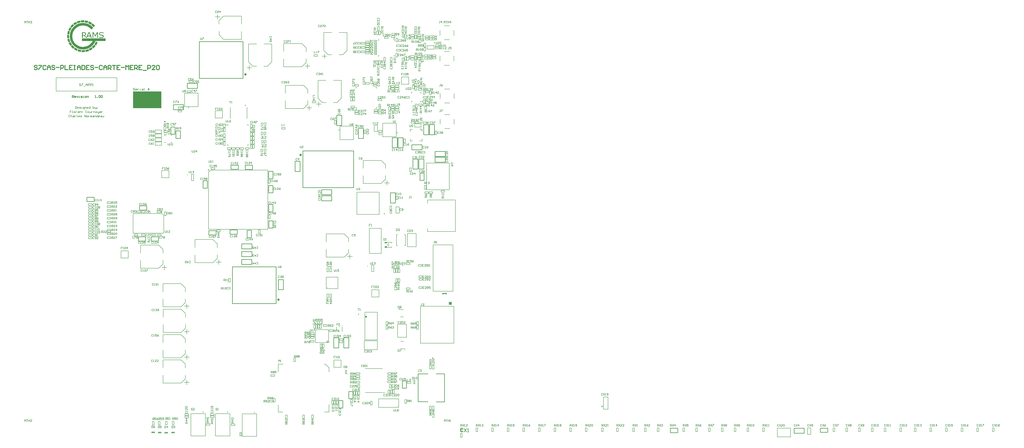
<source format=gbr>
%TF.GenerationSoftware,Altium Limited,Altium Designer,23.11.1 (41)*%
G04 Layer_Color=65535*
%FSLAX45Y45*%
%MOMM*%
%TF.SameCoordinates,7FD3CD1C-FD77-48D0-A228-DECEEDF328D2*%
%TF.FilePolarity,Positive*%
%TF.FileFunction,Legend,Top*%
%TF.Part,Single*%
G01*
G75*
%TA.AperFunction,NonConductor*%
%ADD104C,0.25400*%
%ADD105C,0.25000*%
%ADD106C,0.50800*%
%ADD107C,0.20000*%
%ADD108C,0.12700*%
%ADD109C,0.40000*%
%ADD110C,0.15240*%
%ADD111C,0.19990*%
%ADD112C,0.07620*%
%ADD113C,0.17500*%
%ADD114C,0.15000*%
%ADD115C,0.22860*%
%ADD116C,0.20320*%
%ADD117C,0.18000*%
%ADD118C,0.17780*%
%ADD119C,0.30480*%
%ADD120R,12.91819X7.70301*%
%ADD121R,1.35001X0.15001*%
%ADD122R,1.00000X0.48001*%
%ADD123R,1.03251X0.48011*%
G36*
X3011684Y19099730D02*
X2861700Y19092323D01*
X2856145Y19179350D01*
X3006129Y19188609D01*
X3011684Y19099730D01*
D02*
G37*
G36*
X3191295Y19151576D02*
X3174630Y19064548D01*
X3026497Y19094176D01*
X3043162Y19181203D01*
X3191295Y19151576D01*
D02*
G37*
G36*
X2846886Y19092323D02*
X2702457Y19046031D01*
X2674682Y19129356D01*
X2819111Y19175647D01*
X2846886Y19092323D01*
D02*
G37*
G36*
X3361648Y19066400D02*
X3322763Y18988631D01*
X3187592Y19055290D01*
X3226477Y19134911D01*
X3361648Y19066400D01*
D02*
G37*
G36*
X2687644Y19044180D02*
X2561731Y18959003D01*
X2511736Y19033070D01*
X2639500Y19116394D01*
X2687644Y19044180D01*
D02*
G37*
G36*
X3504226Y18944189D02*
X3444973Y18877530D01*
X3332021Y18977521D01*
X3391274Y19044180D01*
X3504226Y18944189D01*
D02*
G37*
G36*
X2546917Y18953448D02*
X2445076Y18840497D01*
X2380268Y18901602D01*
X2480258Y19012701D01*
X2546917Y18953448D01*
D02*
G37*
G36*
X3009832Y19064548D02*
X3057976Y19057141D01*
X3102415Y19047884D01*
X3141300Y19036774D01*
X3157965Y19031218D01*
X3172779Y19025664D01*
X3185740Y19020108D01*
X3196850Y19016405D01*
X3206108Y19012701D01*
X3211663Y19008998D01*
X3215367Y19007147D01*
X3217218D01*
X3259807Y18983075D01*
X3300543Y18959003D01*
X3333873Y18933080D01*
X3363499Y18907156D01*
X3387571Y18884937D01*
X3406088Y18866420D01*
X3411643Y18859013D01*
X3417198Y18853459D01*
X3420901Y18851607D01*
Y18849756D01*
X3344983Y18762727D01*
X3317208Y18792354D01*
X3289433Y18820129D01*
X3261658Y18842349D01*
X3233883Y18862717D01*
X3209812Y18877530D01*
X3191295Y18888640D01*
X3183888Y18892345D01*
X3178333Y18896046D01*
X3176482Y18897899D01*
X3174630D01*
X3137597Y18914565D01*
X3098712Y18927525D01*
X3061679Y18936784D01*
X3028349Y18944189D01*
X3000574Y18947894D01*
X2987613D01*
X2978354Y18949745D01*
X2957986Y18949745D01*
X2920953Y18947893D01*
X2885771Y18944189D01*
X2852441Y18938635D01*
X2824666Y18931229D01*
X2800595Y18923822D01*
X2782078Y18918266D01*
X2776523Y18916415D01*
X2770968Y18914563D01*
X2769117Y18912712D01*
X2767265D01*
X2735787Y18897897D01*
X2706160Y18879382D01*
X2678385Y18862717D01*
X2656165Y18846053D01*
X2637649Y18831239D01*
X2622835Y18818277D01*
X2615429Y18810870D01*
X2611726Y18807167D01*
X2587654Y18781244D01*
X2567286Y18755321D01*
X2548769Y18729398D01*
X2533956Y18705325D01*
X2522846Y18683105D01*
X2513588Y18666441D01*
X2508033Y18655331D01*
X2506181Y18653479D01*
Y18651628D01*
X2493219Y18618298D01*
X2483961Y18584969D01*
X2476554Y18551637D01*
X2472851Y18523863D01*
X2469148Y18497940D01*
X2467296Y18477573D01*
Y18470164D01*
Y18464610D01*
Y18462758D01*
Y18460907D01*
X2469148Y18423872D01*
X2472851Y18388692D01*
X2480258Y18355362D01*
X2487664Y18327586D01*
X2493220Y18303516D01*
X2500626Y18284999D01*
X2502478Y18279443D01*
X2504330Y18273889D01*
X2506181Y18272037D01*
Y18270186D01*
X2522846Y18238707D01*
X2539511Y18209081D01*
X2556176Y18181306D01*
X2572841Y18159087D01*
X2589506Y18140570D01*
X2600616Y18125755D01*
X2608022Y18118350D01*
X2611726Y18114645D01*
X2637649Y18092426D01*
X2663572Y18072058D01*
X2689496Y18053542D01*
X2715419Y18038728D01*
X2735787Y18027618D01*
X2752452Y18018359D01*
X2763562Y18012805D01*
X2765414Y18010953D01*
X2767265D01*
X2800595Y17997992D01*
X2833925Y17988733D01*
X2867255Y17981326D01*
X2896881Y17977623D01*
X2920953Y17973920D01*
X2941321Y17972067D01*
X2957986D01*
X3009833Y17975772D01*
X3059828Y17983179D01*
X3104267Y17996140D01*
X3143152Y18010954D01*
X3159817Y18016508D01*
X3174630Y18023915D01*
X3187592Y18031322D01*
X3198702Y18036877D01*
X3207960Y18040581D01*
X3213515Y18044283D01*
X3217219Y18047987D01*
X3219070D01*
X3259807Y18077612D01*
X3296840Y18110944D01*
X3326467Y18144273D01*
X3352390Y18173900D01*
X3370906Y18201675D01*
X3378313Y18214636D01*
X3385720Y18223894D01*
X3391275Y18233153D01*
X3393126Y18238708D01*
X3396830Y18242410D01*
Y18244263D01*
X2904288Y18244263D01*
X2904288Y18357214D01*
X3981954Y18357214D01*
X3981954Y18244263D01*
X3522743D01*
X3509781Y18212785D01*
X3494968Y18185010D01*
X3480154Y18157236D01*
X3465341Y18135014D01*
X3452379Y18114647D01*
X3443121Y18101685D01*
X3435714Y18092427D01*
X3433863Y18088724D01*
X3411643Y18062801D01*
X3389423Y18038728D01*
X3369055Y18018359D01*
X3348686Y17999844D01*
X3330170Y17985030D01*
X3317208Y17973920D01*
X3307950Y17966515D01*
X3304247Y17964662D01*
X3276472Y17946146D01*
X3248697Y17931332D01*
X3220922Y17918372D01*
X3196850Y17905409D01*
X3174630Y17898003D01*
X3157965Y17890596D01*
X3146856Y17886893D01*
X3145004Y17885040D01*
X3143152D01*
X3109822Y17875781D01*
X3076492Y17868376D01*
X3045014Y17862820D01*
X3017239Y17859117D01*
X2993168Y17857266D01*
X2974651Y17855414D01*
X2957986Y17855414D01*
X2911695Y17857266D01*
X2869107Y17862820D01*
X2828370Y17870227D01*
X2793188Y17879485D01*
X2763562Y17888744D01*
X2752452Y17892447D01*
X2741342Y17896150D01*
X2733935Y17899854D01*
X2728380Y17901704D01*
X2724677Y17903557D01*
X2722825D01*
X2682089Y17923924D01*
X2645056Y17944295D01*
X2611726Y17966513D01*
X2583951Y17986882D01*
X2559879Y18005399D01*
X2543214Y18020212D01*
X2532104Y18029469D01*
X2530253Y18033173D01*
X2528401D01*
X2498775Y18064651D01*
X2474703Y18097981D01*
X2452483Y18131311D01*
X2433966Y18160938D01*
X2419153Y18186861D01*
X2409895Y18207230D01*
X2406192Y18214636D01*
X2402488Y18220190D01*
X2400637Y18223894D01*
Y18225746D01*
X2383972Y18268333D01*
X2372861Y18309071D01*
X2363603Y18349808D01*
X2358048Y18384988D01*
X2354345Y18416467D01*
Y18429428D01*
X2352493Y18440538D01*
Y18447945D01*
Y18455351D01*
Y18459055D01*
Y18460907D01*
X2354345Y18507198D01*
X2359900Y18551637D01*
X2367306Y18590523D01*
X2376565Y18625703D01*
X2385823Y18655331D01*
X2389526Y18666441D01*
X2393230Y18677551D01*
X2396933Y18684958D01*
X2398785Y18690514D01*
X2400636Y18694215D01*
Y18696068D01*
X2419153Y18736804D01*
X2439521Y18773837D01*
X2461741Y18805315D01*
X2482109Y18834943D01*
X2500626Y18857162D01*
X2515439Y18873827D01*
X2524698Y18884937D01*
X2528401Y18888640D01*
X2559879Y18918266D01*
X2593209Y18944189D01*
X2626539Y18966409D01*
X2656165Y18984926D01*
X2683940Y18999741D01*
X2704309Y19008998D01*
X2711715Y19012701D01*
X2717270Y19016405D01*
X2720973Y19018256D01*
X2722825D01*
X2763562Y19034921D01*
X2806150Y19046031D01*
X2845035Y19055290D01*
X2882068Y19060844D01*
X2911694Y19064548D01*
X2924656D01*
X2935766Y19066400D01*
X2957986D01*
X3009832Y19064548D01*
D02*
G37*
G36*
X2433966Y18831239D02*
X2365455Y18696068D01*
X2287685Y18736804D01*
X2356196Y18871976D01*
X2433966Y18831239D01*
D02*
G37*
G36*
X3826414Y18642371D02*
X3846783Y18638666D01*
X3850486D01*
X3859744Y18634962D01*
X3874558Y18631261D01*
X3889371Y18625705D01*
Y18586819D01*
X3887519D01*
X3883816Y18588670D01*
X3874558Y18594226D01*
X3861596Y18599780D01*
X3844931Y18605336D01*
X3843079D01*
X3841228Y18607188D01*
X3835673Y18609039D01*
X3828266Y18610892D01*
X3811601Y18612743D01*
X3791233Y18614595D01*
X3780123D01*
X3772716Y18612743D01*
X3757903Y18610892D01*
X3743090Y18603485D01*
X3739386Y18601633D01*
X3733831Y18596078D01*
X3728277Y18586819D01*
X3724573Y18573859D01*
Y18572008D01*
X3726425Y18564600D01*
X3728277Y18557193D01*
X3731980Y18549786D01*
X3733831Y18547935D01*
X3741238Y18544232D01*
X3750496Y18538676D01*
X3765310Y18533122D01*
X3767161D01*
X3774568Y18531270D01*
X3785678Y18529417D01*
X3798640Y18527567D01*
X3802343D01*
X3813453Y18525716D01*
X3824563Y18523863D01*
X3837524Y18522012D01*
X3839376D01*
X3843079Y18520160D01*
X3848634Y18518307D01*
X3856041Y18516457D01*
X3870854Y18509050D01*
X3885668Y18497940D01*
X3887519Y18496088D01*
X3893074Y18486830D01*
X3898629Y18473869D01*
X3900481Y18455351D01*
Y18453500D01*
Y18446094D01*
X3896778Y18434984D01*
X3893074Y18423874D01*
X3891223Y18422021D01*
X3887519Y18416467D01*
X3880113Y18409061D01*
X3870854Y18401654D01*
X3869003Y18399802D01*
X3861596Y18394247D01*
X3850486Y18388692D01*
X3835673Y18383138D01*
X3831969D01*
X3822711Y18381287D01*
X3807898Y18379434D01*
X3787530Y18377582D01*
X3769013D01*
X3752348Y18379434D01*
X3731980Y18381287D01*
X3730128D01*
X3728277Y18383138D01*
X3717167Y18384988D01*
X3702353Y18390544D01*
X3683837Y18396098D01*
Y18440540D01*
X3689392D01*
X3691243Y18438687D01*
X3702353Y18431281D01*
X3717167Y18422021D01*
X3737535Y18414615D01*
X3739386D01*
X3741238Y18412764D01*
X3754200Y18410912D01*
X3769013Y18409061D01*
X3787530Y18407208D01*
X3800491D01*
X3807898Y18409061D01*
X3826414Y18412764D01*
X3843079Y18418320D01*
X3846783Y18420171D01*
X3852338Y18425725D01*
X3857893Y18436835D01*
X3861596Y18449797D01*
Y18453500D01*
X3859744Y18459055D01*
X3857893Y18468314D01*
X3852338Y18475720D01*
X3850486Y18477573D01*
X3846783Y18479424D01*
X3837524Y18484979D01*
X3824563Y18488683D01*
X3822711D01*
X3815305Y18490533D01*
X3806046Y18492384D01*
X3793085Y18494237D01*
X3791233D01*
X3783826Y18496088D01*
X3772716Y18497940D01*
X3757903Y18499792D01*
X3756051D01*
X3752348Y18501643D01*
X3744941Y18503494D01*
X3737535Y18505347D01*
X3719018Y18512753D01*
X3711612Y18518307D01*
X3704205Y18523863D01*
X3700502Y18527567D01*
X3694947Y18536826D01*
X3689392Y18551637D01*
X3685688Y18570155D01*
Y18572008D01*
Y18575710D01*
X3687540Y18581265D01*
X3689392Y18588670D01*
X3693095Y18597929D01*
X3698650Y18605336D01*
X3706057Y18614595D01*
X3715315Y18623853D01*
X3717167Y18625705D01*
X3720870Y18627556D01*
X3726425Y18631261D01*
X3735683Y18634962D01*
X3746793Y18638666D01*
X3759755Y18640518D01*
X3774568Y18644221D01*
X3809750D01*
X3826414Y18642371D01*
D02*
G37*
G36*
X2356196Y18684958D02*
X2324718Y18534973D01*
X2239542Y18555341D01*
X2271020Y18703474D01*
X2356196Y18684958D01*
D02*
G37*
G36*
X3639397Y18381287D02*
X3602364D01*
Y18603485D01*
X3524594Y18451649D01*
X3502374D01*
X3424604Y18603485D01*
Y18381287D01*
X3389423D01*
Y18638666D01*
X3439418D01*
X3513484Y18496088D01*
X3585699Y18638666D01*
X3639397D01*
Y18381287D01*
D02*
G37*
G36*
X3356093D02*
X3315356D01*
X3287581Y18453500D01*
X3167224D01*
X3139995Y18382707D01*
X3114127Y18410886D01*
X3102415Y18381287D01*
X3095009D01*
X3000574Y18484979D01*
X2946876Y18484978D01*
Y18381285D01*
X2909843D01*
Y18638666D01*
X3017239Y18638666D01*
X3032052Y18636815D01*
X3033904D01*
X3041311Y18634962D01*
X3050569Y18631261D01*
X3061679Y18625705D01*
X3063531Y18623853D01*
X3070937Y18620151D01*
X3076492Y18612743D01*
X3083899Y18603485D01*
X3085750Y18601633D01*
X3089454Y18594226D01*
X3093157Y18583118D01*
X3095009Y18568303D01*
Y18566452D01*
Y18564600D01*
X3093157Y18553490D01*
X3087602Y18538676D01*
X3078344Y18522012D01*
X3076492Y18518307D01*
X3067234Y18510902D01*
X3054272Y18501643D01*
X3037607Y18494237D01*
X3114127Y18410886D01*
X3204257Y18638666D01*
X3252400D01*
X3356093Y18381287D01*
D02*
G37*
G36*
X3141300D02*
X3139449D01*
X3139995Y18382707D01*
X3141300Y18381287D01*
D02*
G37*
G36*
X2326570Y18372028D02*
X2239542Y18368324D01*
X2230284Y18518307D01*
X2319163Y18522011D01*
X2326570Y18372028D01*
D02*
G37*
G36*
X2371010Y18210933D02*
X2287685Y18186861D01*
X2241394Y18329439D01*
X2324718Y18355362D01*
X2371010Y18210933D01*
D02*
G37*
G36*
X3622732Y18172047D02*
X3550517Y18036877D01*
X3472748Y18081317D01*
X3544962Y18212785D01*
X3622732Y18172047D01*
D02*
G37*
G36*
X2456186Y18068355D02*
X2382120Y18022063D01*
X2298795Y18149828D01*
X2372862Y18196120D01*
X2456186Y18068355D01*
D02*
G37*
G36*
X3526446Y18010954D02*
X3422753Y17901706D01*
X3357945Y17959106D01*
X3461638Y18070207D01*
X3526446Y18010954D01*
D02*
G37*
G36*
X2572841Y17953552D02*
X2511736Y17888744D01*
X2400637Y17990585D01*
X2461741Y18055392D01*
X2572841Y17953552D01*
D02*
G37*
G36*
X3391275Y17879486D02*
X3261658Y17799864D01*
X3215367Y17873930D01*
X3344983Y17953552D01*
X3391275Y17879486D01*
D02*
G37*
G36*
X2715419Y17872079D02*
X2674682Y17794308D01*
X2541363Y17864671D01*
X2582099Y17942442D01*
X2715419Y17872079D01*
D02*
G37*
G36*
X3226477Y17786903D02*
X3082047Y17742464D01*
X3057976Y17827638D01*
X3202405Y17872079D01*
X3226477Y17786903D01*
D02*
G37*
G36*
X2874662Y17829491D02*
X2856145Y17742464D01*
X2709864Y17775792D01*
X2728380Y17860970D01*
X2874662Y17829491D01*
D02*
G37*
G36*
X3043163Y17740611D02*
X2893178Y17735056D01*
X2889475Y17822084D01*
X3041311Y17829491D01*
X3043163Y17740611D01*
D02*
G37*
G36*
X7128138Y513775D02*
X7136829D01*
Y510077D01*
X7128138D01*
Y501386D01*
X7124486D01*
Y510077D01*
X7115703D01*
Y513775D01*
X7124486D01*
Y522466D01*
X7128138D01*
Y513775D01*
D02*
G37*
G36*
X6812716Y505942D02*
X6821407D01*
Y502244D01*
X6812716D01*
Y493553D01*
X6809064D01*
Y502244D01*
X6800281D01*
Y505942D01*
X6809064D01*
Y514633D01*
X6812716D01*
Y505942D01*
D02*
G37*
G36*
X6511359Y513208D02*
X6520050D01*
Y509510D01*
X6511359D01*
Y500819D01*
X6507707D01*
Y509510D01*
X6498924D01*
Y513208D01*
X6507707D01*
Y521899D01*
X6511359D01*
Y513208D01*
D02*
G37*
G36*
X6216918Y522302D02*
X6225609D01*
Y518603D01*
X6216918D01*
Y509913D01*
X6213266D01*
Y518603D01*
X6204483D01*
Y522302D01*
X6213266D01*
Y530993D01*
X6216918D01*
Y522302D01*
D02*
G37*
%LPC*%
G36*
X3009832Y18609039D02*
X2946876Y18609039D01*
Y18512753D01*
X2995019Y18512753D01*
X3006129Y18514606D01*
X3015387Y18516457D01*
X3017239D01*
X3024646Y18518307D01*
X3030201Y18522012D01*
X3037607Y18525716D01*
X3039459Y18527567D01*
X3043162Y18531270D01*
X3046866Y18536826D01*
X3050569Y18544232D01*
Y18546083D01*
X3052421Y18549786D01*
X3054272Y18557193D01*
Y18566452D01*
Y18568303D01*
Y18573859D01*
X3052421Y18581265D01*
X3050569Y18586819D01*
Y18588670D01*
X3046866Y18592375D01*
X3043162Y18597929D01*
X3037607Y18601633D01*
X3035756D01*
X3032052Y18603485D01*
X3024646Y18605336D01*
X3017239Y18607188D01*
X3015387D01*
X3009832Y18609039D01*
D02*
G37*
G36*
X3226477D02*
X3178333Y18483127D01*
X3276471D01*
X3226477Y18609039D01*
D02*
G37*
%LPD*%
D104*
X19659189Y11503759D02*
G03*
X19659189Y11503759I-10000J0D01*
G01*
X18362521Y14172829D02*
G03*
X18362521Y14172829I-3535J0D01*
G01*
X18322530Y14255338D02*
G03*
X18322530Y14255338I-3535J0D01*
G01*
X8433651Y1302770D02*
G03*
X8433651Y1302770I-10000J0D01*
G01*
X10770451Y1290070D02*
G03*
X10770451Y1290070I-10000J0D01*
G01*
X16673880Y2193200D02*
G03*
X16673880Y2193200I-11180J0D01*
G01*
X9551251Y1302770D02*
G03*
X9551251Y1302770I-10000J0D01*
G01*
X13819701Y10955302D02*
Y11183902D01*
Y10955302D02*
X14281981D01*
Y11183902D01*
X13819701D02*
X14281981D01*
X18472169Y13964610D02*
Y14426891D01*
X18700771D01*
Y13964610D02*
Y14426891D01*
X18472169Y13964610D02*
X18700771D01*
X18736356Y13967175D02*
Y14429456D01*
X18964955D01*
Y13967175D02*
Y14429456D01*
X18736356Y13967175D02*
X18964955D01*
X7181223Y13797978D02*
X7384423D01*
Y14140878D01*
X7181223D02*
X7384423D01*
X7181223Y13797978D02*
Y14140878D01*
X9754901Y6260282D02*
X11748801D01*
X9754901Y7936682D02*
X11748801D01*
X9754901Y6260282D02*
Y7936682D01*
X11748801Y6260282D02*
Y7936682D01*
X7700530Y16079338D02*
X8162810D01*
X7700530D02*
Y16307938D01*
X8162810D01*
Y16079338D02*
Y16307938D01*
X17927806Y13277626D02*
Y13506226D01*
Y13277626D02*
X18390086D01*
Y13506226D01*
X17927806D02*
X18390086D01*
X18489809Y11880289D02*
Y12213029D01*
X18296768Y11880289D02*
X18489809D01*
X18296768D02*
Y12213029D01*
X18489809D01*
X8250386Y16538870D02*
X10244286D01*
X8250386Y18215271D02*
X10244286D01*
X8250386Y16538870D02*
Y18215271D01*
X10244286Y16538870D02*
Y18215271D01*
X6952597Y14319923D02*
X7145637D01*
X6952597Y13987183D02*
Y14319923D01*
Y13987183D02*
X7145637D01*
Y14319923D01*
X5806870Y9117381D02*
Y9310421D01*
X5474130D02*
X5806870D01*
X5474130Y9117381D02*
Y9310421D01*
Y9117381D02*
X5806870D01*
X6058332Y9117384D02*
X6391072D01*
Y9310424D01*
X6058332D02*
X6391072D01*
X6058332Y9117384D02*
Y9310424D01*
X3124630Y11113821D02*
X3457370D01*
Y10920781D02*
Y11113821D01*
X3124630Y10920781D02*
X3457370D01*
X3124630D02*
Y11113821D01*
X5857670Y10527081D02*
Y10720121D01*
X5524930D02*
X5857670D01*
X5524930Y10527081D02*
Y10720121D01*
Y10527081D02*
X5857670D01*
X8424175Y11861852D02*
X8617215D01*
X8424175Y11529112D02*
Y11861852D01*
Y11529112D02*
X8617215D01*
Y11861852D01*
X11407986Y11313212D02*
Y11645952D01*
X11601026D01*
Y11313212D02*
Y11645952D01*
X11407986Y11313212D02*
X11601026D01*
X11408841Y10447072D02*
X11601881D01*
Y10779812D01*
X11408841D02*
X11601881D01*
X11408841Y10447072D02*
Y10779812D01*
X12076461Y6892742D02*
Y7355022D01*
X11847861Y6892742D02*
X12076461D01*
X11847861D02*
Y7355022D01*
X12076461D01*
X11413921Y9705392D02*
Y10038132D01*
X11606961D01*
Y9705392D02*
Y10038132D01*
X11413921Y9705392D02*
X11606961D01*
X10644301Y8761782D02*
Y8990382D01*
X10182021D02*
X10644301D01*
X10182021Y8761782D02*
Y8990382D01*
Y8761782D02*
X10644301D01*
X10641761Y8048042D02*
Y8276642D01*
X10179481D02*
X10641761D01*
X10179481Y8048042D02*
Y8276642D01*
Y8048042D02*
X10641761D01*
X10644301Y8406182D02*
Y8634782D01*
X10182021D02*
X10644301D01*
X10182021Y8406182D02*
Y8634782D01*
Y8406182D02*
X10644301D01*
X10428580Y9269311D02*
X10621620D01*
Y9602051D01*
X10428580D02*
X10621620D01*
X10428580Y9269311D02*
Y9602051D01*
X9647351Y9620302D02*
X9980091D01*
Y9427262D02*
Y9620302D01*
X9647351Y9427262D02*
X9980091D01*
X9647351D02*
Y9620302D01*
X9014891Y9394242D02*
Y9587282D01*
X8682151D02*
X9014891D01*
X8682151Y9394242D02*
Y9587282D01*
Y9394242D02*
X9014891D01*
X10338231Y12579402D02*
X10670971D01*
Y12386362D02*
Y12579402D01*
X10338231Y12386362D02*
X10670971D01*
X10338231D02*
Y12579402D01*
X9694288Y12386843D02*
Y12579883D01*
Y12386843D02*
X10027028D01*
Y12579883D01*
X9694288D02*
X10027028D01*
X11407986Y12293652D02*
X11601026D01*
X11407986Y11960912D02*
Y12293652D01*
Y11960912D02*
X11601026D01*
Y12293652D01*
X7070405Y15112276D02*
Y15340875D01*
Y15112276D02*
X7532685D01*
Y15340875D01*
X7070405D02*
X7532685D01*
X12970142Y11556400D02*
Y13232800D01*
X15281541Y11556400D02*
Y13232800D01*
X12970142Y11556400D02*
X15281541D01*
X12970142Y13232800D02*
X15281541D01*
X12611540Y12288461D02*
X12840140D01*
Y12750741D01*
X12611540D02*
X12840140D01*
X12611540Y12288461D02*
Y12750741D01*
X13819701Y11230302D02*
Y11458902D01*
Y11230302D02*
X14281981D01*
Y11458902D01*
X13819701D02*
X14281981D01*
X15495322Y13797467D02*
X15723921D01*
Y14259747D01*
X15495322D02*
X15723921D01*
X15495322Y13797467D02*
Y14259747D01*
X18253587Y12396754D02*
Y12859035D01*
X18482188D01*
Y12396754D02*
Y12859035D01*
X18253587Y12396754D02*
X18482188D01*
X18986926Y12712992D02*
X19449207D01*
X18986926D02*
Y12941592D01*
X19449207D01*
Y12712992D02*
Y12941592D01*
X18986926Y12977177D02*
X19449207D01*
X18986926D02*
Y13205777D01*
X19449207D01*
Y12977177D02*
Y13205777D01*
X17975320Y12397153D02*
Y12859433D01*
X18203922D01*
Y12397153D02*
Y12859433D01*
X17975320Y12397153D02*
X18203922D01*
X29705389Y575400D02*
X30048291D01*
Y372200D02*
Y575400D01*
X29705389Y372200D02*
X30048291D01*
X29705389D02*
Y575400D01*
X36540530D02*
X36873270D01*
Y382360D02*
Y575400D01*
X36540530Y382360D02*
X36873270D01*
X36540530D02*
Y575400D01*
X35340381Y344260D02*
Y572860D01*
Y344260D02*
X35802661D01*
Y572860D01*
X35340381D02*
X35802661D01*
X14738167Y14388870D02*
Y14851151D01*
X14509567Y14388870D02*
X14738167D01*
X14509567D02*
Y14851151D01*
X14738167D01*
X19034302Y3050498D02*
X19416800D01*
Y1775499D02*
Y3050498D01*
X19034302Y1775499D02*
X19416800D01*
X18214297Y3047999D02*
X18661800D01*
X18214297Y1777999D02*
Y3047999D01*
Y1777999D02*
X18661800D01*
X14597380Y1497330D02*
Y1830070D01*
X14790421D01*
Y1497330D02*
Y1830070D01*
X14597380Y1497330D02*
X14790421D01*
X15054581Y1916430D02*
Y2249170D01*
X15247620D01*
Y1916430D02*
Y2249170D01*
X15054581Y1916430D02*
X15247620D01*
X17492979Y2399030D02*
Y2731770D01*
X17686020D01*
Y2399030D02*
Y2731770D01*
X17492979Y2399030D02*
X17686020D01*
X14833601Y4239260D02*
X15062201D01*
Y4701540D01*
X14833601D02*
X15062201D01*
X14833601Y4239260D02*
Y4701540D01*
X14376401Y4239260D02*
X14605000D01*
Y4701540D01*
X14376401D02*
X14605000D01*
X14376401Y4239260D02*
Y4701540D01*
X17303078Y13371774D02*
Y13834055D01*
X17531677D01*
Y13371774D02*
Y13834055D01*
X17303078Y13371774D02*
X17531677D01*
X17037228Y13371028D02*
Y13833308D01*
X17265829D01*
Y13371028D02*
Y13833308D01*
X17037228Y13371028D02*
X17265829D01*
X16954997Y10852859D02*
Y11315139D01*
X17183597D01*
Y10852859D02*
Y11315139D01*
X16954997Y10852859D02*
X17183597D01*
X20269170Y532090D02*
X20243777Y557482D01*
X20192993D01*
X20167601Y532090D01*
Y430523D01*
X20192993Y405131D01*
X20243777D01*
X20269170Y430523D01*
X20319952Y557482D02*
X20421519Y405131D01*
Y557482D02*
X20319952Y405131D01*
X20472302D02*
X20523087D01*
X20497694D01*
Y557482D01*
X20472302Y532090D01*
D105*
X7774366Y15202824D02*
G03*
X7774366Y15202824I-11180J0D01*
G01*
X17274525Y14053525D02*
G03*
X17274525Y14053525I-11180J0D01*
G01*
X10363015Y15309439D02*
G03*
X10363015Y15309439I-12500J0D01*
G01*
X14631302Y14175648D02*
G03*
X14631302Y14175648I-11180J0D01*
G01*
X9483801Y14409982D02*
G03*
X9483801Y14409982I-12500J0D01*
G01*
X18975880Y18157680D02*
G03*
X18975880Y18157680I-12500J0D01*
G01*
X15414627Y15114841D02*
G03*
X15414627Y15114841I-12500J0D01*
G01*
X18425426Y15477739D02*
G03*
X18425426Y15477739I-12500J0D01*
G01*
X17138264Y18362283D02*
G03*
X17138264Y18362283I-12500J0D01*
G01*
X17524200Y7994500D02*
G03*
X17524200Y7994500I-12500J0D01*
G01*
X15518201Y5772400D02*
G03*
X15518201Y5772400I-12500J0D01*
G01*
X17390401Y6007600D02*
G03*
X17390401Y6007600I-12500J0D01*
G01*
X17610400Y4177800D02*
G03*
X17610400Y4177800I-12500J0D01*
G01*
X16692999Y10354300D02*
G03*
X16692999Y10354300I-12500J0D01*
G01*
D106*
X11882152Y6438081D02*
G03*
X11882152Y6438081I-25400J0D01*
G01*
X10377637Y16716670D02*
G03*
X10377637Y16716670I-25400J0D01*
G01*
X12893941Y13042300D02*
G03*
X12893941Y13042300I-25400J0D01*
G01*
D107*
X7712989Y12129074D02*
G03*
X7712989Y12129074I-7061J0D01*
G01*
X15920639Y7969049D02*
G03*
X15920639Y7969049I-7061J0D01*
G01*
X8700100Y12350005D02*
G03*
X8700100Y12350005I-25000J0D01*
G01*
X14090758Y6984859D02*
G03*
X14090758Y6984859I-7620J0D01*
G01*
X17285361Y1577000D02*
G03*
X17285361Y1577000I-7061J0D01*
G01*
X14191795Y4511696D02*
G03*
X14191795Y4511696I-7000J0D01*
G01*
X7571653Y6140045D02*
X7794152D01*
X7681656Y6032542D02*
Y6247543D01*
X7619151Y6305044D02*
Y6475041D01*
X7421656Y6107543D02*
X7616652Y6302544D01*
X6599153Y6107543D02*
X7421656D01*
X6599153Y6110043D02*
Y6470042D01*
X7616652Y6800044D02*
Y6970041D01*
X7421656Y7165042D02*
X7616652Y6970041D01*
X6599153Y7165042D02*
X7421656D01*
X6599153Y6805043D02*
Y7165042D01*
Y4480943D02*
Y4840942D01*
X7421656D01*
X7616652Y4645941D01*
Y4475944D02*
Y4645941D01*
X6599153Y3785943D02*
Y4145942D01*
Y3783443D02*
X7421656D01*
X7616652Y3978444D01*
X7619151Y3980944D02*
Y4150941D01*
X7681656Y3708442D02*
Y3923443D01*
X7571653Y3815945D02*
X7794152D01*
X6599153Y3325243D02*
Y3685242D01*
X7421656D01*
X7616652Y3490241D01*
Y3320244D02*
Y3490241D01*
X6599153Y2630243D02*
Y2990242D01*
Y2627743D02*
X7421656D01*
X7616652Y2822744D01*
X7619151Y2825244D02*
Y2995241D01*
X7681656Y2552742D02*
Y2767743D01*
X7571653Y2660245D02*
X7794152D01*
X7577490Y4974310D02*
X7799989D01*
X7687493Y4866812D02*
Y5081813D01*
X7624988Y5139313D02*
Y5309310D01*
X7427493Y4941813D02*
X7622489Y5136809D01*
X6604990Y4941813D02*
X7427493D01*
X6604990Y4944312D02*
Y5304311D01*
X7622489Y5634313D02*
Y5804310D01*
X7427493Y5999311D02*
X7622489Y5804310D01*
X6604990Y5999311D02*
X7427493D01*
X6604990Y5639312D02*
Y5999311D01*
X14360600Y16447141D02*
X14720599D01*
Y15624641D02*
Y16447141D01*
X14525600Y15429642D02*
X14720599Y15624641D01*
X14355602Y15429642D02*
X14525600D01*
X13665601Y16447141D02*
X14025600D01*
X13663101Y15624641D02*
Y16447141D01*
Y15624641D02*
X13858102Y15429642D01*
X13860600Y15427142D02*
X14030598D01*
X13588100Y15364642D02*
X13803101D01*
X13695602Y15252141D02*
Y15474640D01*
X13070634Y17098007D02*
X13293134D01*
X13180630Y16990511D02*
Y17205505D01*
X13118132Y17263007D02*
Y17433008D01*
X12920631Y17065506D02*
X13115633Y17260506D01*
X12098134Y17065506D02*
X12920631D01*
X12098134Y17068005D02*
Y17428009D01*
X13115633Y17758006D02*
Y17928008D01*
X12920631Y18123009D02*
X13115633Y17928008D01*
X12098134Y18123009D02*
X12920631D01*
X12098134Y17763005D02*
Y18123009D01*
X7898431Y12174070D02*
X7993432D01*
Y11874071D02*
Y12174070D01*
X7898431Y11874071D02*
X7993432D01*
X7898431D02*
Y12174070D01*
X16106081Y8014045D02*
X16201080D01*
Y7714046D02*
Y8014045D01*
X16106081Y7714046D02*
X16201080D01*
X16106081D02*
Y8014045D01*
X10530726Y16910828D02*
Y17133327D01*
X10423223Y17023325D02*
X10638224D01*
X10695724Y17085828D02*
X10865726D01*
X10498224Y17283328D02*
X10693225Y17088329D01*
X10498224Y17283328D02*
Y18105826D01*
X10500723D02*
X10860722D01*
X11190724Y17088329D02*
X11360727D01*
X11555722Y17283328D01*
Y18105826D01*
X11195723D02*
X11555722D01*
X6668625Y13933797D02*
Y13951794D01*
Y13611797D02*
Y13629794D01*
X7008625Y13933797D02*
Y13951794D01*
Y13611797D02*
Y13629794D01*
X6668625Y13951794D02*
X6734122D01*
X6943123D02*
X7008625D01*
X6668625Y13611797D02*
X6734122D01*
X6943123D02*
X7008625D01*
X5237001Y9470004D02*
Y10371003D01*
Y9470004D02*
X6636002D01*
Y10288341D01*
X6553340Y10371003D02*
X6636002Y10288341D01*
X5237001Y10371003D02*
X6553340D01*
X8056142Y8817868D02*
Y9177867D01*
X8878640D01*
X9073641Y8982866D01*
Y8812869D02*
Y8982866D01*
X8056142Y8122868D02*
Y8482867D01*
Y8120369D02*
X8878640D01*
X9073641Y8315370D01*
X9076140Y8317869D02*
Y8487871D01*
X9138640Y8045368D02*
Y8260369D01*
X9028642Y8152871D02*
X9251141D01*
X5578901Y8568600D02*
Y8928599D01*
X6401404D01*
X6596404Y8733598D01*
Y8563601D02*
Y8733598D01*
X5578901Y7873600D02*
Y8233599D01*
Y7871101D02*
X6401404D01*
X6596404Y8066102D01*
X6598904Y8068601D02*
Y8238603D01*
X6661403Y7796100D02*
Y8011101D01*
X6551401Y7903603D02*
X6773900D01*
X8675101Y12250002D02*
X8775100Y12350007D01*
X11375100D01*
Y9650002D02*
Y12350007D01*
X8675101Y9650002D02*
X11375100D01*
X8675101D02*
Y12250002D01*
X14563139Y6934859D02*
Y7464859D01*
X14033139D02*
X14563139D01*
X14033139Y6934859D02*
Y7464859D01*
Y6934859D02*
X14563139D01*
X10172659Y18321524D02*
Y18681523D01*
X9350156Y18321524D02*
X10172659D01*
X9155155Y18516525D02*
X9350156Y18321524D01*
X9155155Y18516525D02*
Y18686526D01*
X10172659Y19016524D02*
Y19376523D01*
X9350156Y19379024D02*
X10172659D01*
X9155155Y19184027D02*
X9350156Y19379024D01*
X9152656Y19011525D02*
Y19181522D01*
X9090157Y19239023D02*
Y19454024D01*
X8977660Y19346526D02*
X9200159D01*
X10426718Y14699840D02*
Y15088455D01*
Y15207840D01*
X9664718Y15088455D02*
Y15207840D01*
Y14699840D02*
Y15088455D01*
X14030321Y9072738D02*
Y9432737D01*
X14852823D01*
X15047820Y9237736D01*
Y9067739D02*
Y9237736D01*
X14030321Y8377738D02*
Y8737737D01*
Y8375239D02*
X14852823D01*
X15047820Y8570239D01*
X15050317Y8572739D02*
Y8742741D01*
X15112822Y8300237D02*
Y8515238D01*
X15002820Y8407740D02*
X15225319D01*
X16688095Y11767863D02*
X16910594D01*
X16798093Y11660365D02*
Y11875366D01*
X16735593Y11932867D02*
Y12102864D01*
X16538092Y11735366D02*
X16733093Y11930362D01*
X15715594Y11735366D02*
X16538092D01*
X15715594Y11737866D02*
Y12097865D01*
X16733093Y12427862D02*
Y12597864D01*
X16538092Y12792865D02*
X16733093Y12597864D01*
X15715594Y12792865D02*
X16538092D01*
X15715594Y12432866D02*
Y12792865D01*
X9536302Y14379982D02*
Y14424982D01*
X9581301D01*
X10436301D02*
X10481299D01*
Y14379982D02*
Y14424982D01*
Y13479984D02*
Y13524982D01*
X10436301Y13479984D02*
X10481299D01*
X9536302D02*
Y13524982D01*
Y13479984D02*
X9581301D01*
X18628380Y18027682D02*
X18948380D01*
X18628380Y17872681D02*
X18948380D01*
Y18027682D01*
X18628380Y17872681D02*
Y18027682D01*
X19212560Y17329160D02*
Y17565359D01*
X19411958Y17764758D02*
X19648158D01*
X19847559Y17329160D02*
Y17565359D01*
X19411958Y17129759D02*
X19648158D01*
X13954208Y17438205D02*
Y17660709D01*
X13846706Y17550706D02*
X14061705D01*
X14119206Y17613206D02*
X14289207D01*
X13921706Y17810706D02*
X14116707Y17615704D01*
X13921706Y17810706D02*
Y18633209D01*
X13924205D02*
X14284204D01*
X14614206Y17615704D02*
X14784209D01*
X14979208Y17810706D01*
Y18633209D01*
X14619205D02*
X14979208D01*
X13147430Y15189540D02*
X13369930D01*
X13257428Y15082037D02*
Y15297038D01*
X13194928Y15354539D02*
Y15524536D01*
X12997427Y15157039D02*
X13192429Y15352039D01*
X12174930Y15157039D02*
X12997427D01*
X12174930Y15159538D02*
Y15519537D01*
X13192429Y15849539D02*
Y16019536D01*
X12997427Y16214537D02*
X13192429Y16019536D01*
X12174930Y16214537D02*
X12997427D01*
X12174930Y15854538D02*
Y16214537D01*
X16332129Y15179842D02*
Y15224838D01*
X16287126Y15179842D02*
X16332129D01*
Y16079839D02*
Y16124843D01*
X16287126D02*
X16332129D01*
X15387128D02*
X15432126D01*
X15387128Y16079839D02*
Y16124843D01*
Y15179842D02*
Y15224838D01*
Y15179842D02*
X15432126D01*
X18307928Y15892741D02*
X18347928D01*
Y15852740D02*
Y15892741D01*
X17917926D02*
X17957925D01*
X17917926Y15852740D02*
Y15892741D01*
Y15462740D02*
Y15502739D01*
Y15462740D02*
X17957925D01*
X18307928D02*
X18347928D01*
Y15502739D01*
X17098267Y18297284D02*
X17140765D01*
Y18254785D02*
Y18297284D01*
X16400761D02*
X16443266D01*
X16400761Y18254785D02*
Y18297284D01*
Y17557286D02*
X16443266D01*
X16400761D02*
Y17599785D01*
X17098267Y17557286D02*
X17140765D01*
Y17599785D01*
X15798199Y4602403D02*
X16358199D01*
X15798199Y5862400D02*
X16358199D01*
Y4602403D02*
Y5862400D01*
X15798199Y4602403D02*
Y5862400D01*
X17417902Y5984381D02*
X17557901D01*
X17417902Y5648821D02*
X17557901D01*
X17417899Y4201022D02*
X17557899D01*
X17417899Y4536581D02*
X17557899D01*
X16418300Y1517000D02*
X17338300D01*
X16418300D02*
Y1912000D01*
X17338300D01*
Y1517000D02*
Y1912000D01*
X19427197Y15413773D02*
X19663397D01*
X19862798Y15613173D02*
Y15849373D01*
X19427197Y16048773D02*
X19663397D01*
X19227797Y15613173D02*
Y15849373D01*
X19427197Y14245374D02*
X19663397D01*
X19862798Y14444772D02*
Y14680972D01*
X19427197Y14880373D02*
X19663397D01*
X19227797Y14444772D02*
Y14680972D01*
X19411958Y18298158D02*
X19648158D01*
X19847559Y18497559D02*
Y18733759D01*
X19411958Y18933159D02*
X19648158D01*
X19212560Y18497559D02*
Y18733759D01*
X2856200Y16277390D02*
X2839538Y16294051D01*
X2806216D01*
X2789554Y16277390D01*
Y16260728D01*
X2806216Y16244067D01*
X2839538D01*
X2856200Y16227406D01*
Y16210745D01*
X2839538Y16194084D01*
X2806216D01*
X2789554Y16210745D01*
X2889522Y16294051D02*
X2956167D01*
Y16277390D01*
X2889522Y16210745D01*
Y16194084D01*
X2989490Y16177422D02*
X3056135D01*
X3089458Y16194084D02*
Y16260728D01*
X3122780Y16294051D01*
X3156103Y16260728D01*
Y16194084D01*
Y16244067D01*
X3089458D01*
X3189426Y16194084D02*
Y16294051D01*
X3239410D01*
X3256071Y16277390D01*
Y16244067D01*
X3239410Y16227406D01*
X3189426D01*
X3289393Y16194084D02*
Y16294051D01*
X3339377D01*
X3356038Y16277390D01*
Y16244067D01*
X3339377Y16227406D01*
X3289393D01*
X3389361Y16194084D02*
X3422684D01*
X3406023D01*
Y16294051D01*
X3389361Y16277390D01*
X5310953Y16076167D02*
X5294291Y16092828D01*
X5260969D01*
X5244308Y16076167D01*
Y16059506D01*
X5260969Y16042845D01*
X5294291D01*
X5310953Y16026183D01*
Y16009521D01*
X5294291Y15992860D01*
X5260969D01*
X5244308Y16009521D01*
X5394259Y15992860D02*
X5360937D01*
X5344275Y16009521D01*
Y16042845D01*
X5360937Y16059506D01*
X5394259D01*
X5410920Y16042845D01*
Y16026183D01*
X5344275D01*
X5444243Y16059506D02*
Y15992860D01*
Y16026183D01*
X5460904Y16042845D01*
X5477566Y16059506D01*
X5494227D01*
X5544211Y15992860D02*
X5577533D01*
X5560872D01*
Y16059506D01*
X5544211D01*
X5644179D02*
X5677501D01*
X5694162Y16042845D01*
Y15992860D01*
X5644179D01*
X5627517Y16009521D01*
X5644179Y16026183D01*
X5694162D01*
X5727485Y15992860D02*
X5760808D01*
X5744147D01*
Y16092828D01*
X5727485D01*
X5927421Y15992860D02*
Y16092828D01*
X5960743D02*
Y15992860D01*
X5910759Y16059506D02*
X5960743D01*
X5977404D01*
X5910759Y16026183D02*
X5977404D01*
D108*
X6643623Y13901797D02*
G03*
X6643623Y13901797I-5000J0D01*
G01*
X14117941Y4524696D02*
G03*
X14117941Y4524696I-31145J0D01*
G01*
X14771750Y5242700D02*
G03*
X14771750Y5242700I-6350J0D01*
G01*
X1731397Y15952065D02*
Y16561665D01*
X4499997D01*
X1731397Y15952065D02*
X4499997D01*
Y16561665D01*
X15381294Y14146156D02*
X15457495D01*
X15381294Y13981058D02*
Y14146156D01*
Y13981058D02*
X15457495D01*
Y14146156D01*
X16683990Y18361661D02*
X16849091D01*
X16683990D02*
Y18437862D01*
X16849091D01*
Y18361661D02*
Y18437862D01*
X17001489Y18403819D02*
X17166589D01*
X17001489D02*
Y18480019D01*
X17166589D01*
Y18403819D02*
Y18480019D01*
X17205959Y18370551D02*
X17282159D01*
X17205959Y18205450D02*
Y18370551D01*
Y18205450D02*
X17282159D01*
Y18370551D01*
X6993026Y352466D02*
Y392466D01*
X7128027D01*
Y352466D02*
Y392466D01*
X6993026Y352466D02*
X7128027D01*
X6677604Y344632D02*
Y384632D01*
X6812605D01*
Y344632D02*
Y384632D01*
X6677604Y344632D02*
X6812605D01*
X6376247Y351899D02*
Y391899D01*
X6511248D01*
Y351899D02*
Y391899D01*
X6376247Y351899D02*
X6511248D01*
X6081806Y360992D02*
Y400992D01*
X6216807D01*
Y360992D02*
Y400992D01*
X6081806Y360992D02*
X6216807D01*
X19639189Y11538760D02*
Y12673759D01*
Y11453757D02*
Y11468758D01*
X18609187Y11453757D02*
X19639189D01*
X18609187Y12673759D02*
X19639189D01*
X18609187Y11453757D02*
Y12673759D01*
X7582725Y15860802D02*
X8202724D01*
Y15240804D02*
Y15860802D01*
X7582725Y15240804D02*
X8202724D01*
X7582725D02*
Y15860802D01*
X20148550Y158751D02*
Y323851D01*
X20224751D01*
Y158751D02*
Y323851D01*
X20148550Y158751D02*
X20224751D01*
X16605363Y13873064D02*
X17225368D01*
Y14493063D01*
X16605363D02*
X17225368D01*
X16605363Y13873064D02*
Y14493063D01*
X7950489Y16345337D02*
Y16421536D01*
X7785389D02*
X7950489D01*
X7785389Y16345337D02*
Y16421536D01*
Y16345337D02*
X7950489D01*
X15755620Y14012453D02*
Y14177553D01*
X15831821D01*
Y14012453D02*
Y14177553D01*
X15755620Y14012453D02*
X15831821D01*
X18363937Y13204517D02*
X18529037D01*
Y13128317D02*
Y13204517D01*
X18363937Y13128317D02*
X18529037D01*
X18363937D02*
Y13204517D01*
X17221175Y11001132D02*
X17297375D01*
Y11166232D01*
X17221175D02*
X17297375D01*
X17221175Y11001132D02*
Y11166232D01*
X17910687Y12281609D02*
Y12446709D01*
X17834488Y12281609D02*
X17910687D01*
X17834488D02*
Y12446709D01*
X17910687D01*
X17230000Y8899999D02*
Y9399998D01*
X17649998Y8899999D02*
Y9399998D01*
X17230000Y8899999D02*
X17290649D01*
X17230000Y9399998D02*
X17290649D01*
X17589349Y8899999D02*
X17649998D01*
X17589349Y9399998D02*
X17649998D01*
X6543661Y12000812D02*
X6873861D01*
Y12331012D01*
X6543661Y12000812D02*
Y12331012D01*
X6873861D01*
X8978125Y15053954D02*
X9308325D01*
X8978125Y14723753D02*
Y15053954D01*
X9308325Y14723753D02*
Y15053954D01*
X8978125Y14723753D02*
X9308325D01*
X13309599Y4498183D02*
X13474699D01*
X13309599D02*
Y4574383D01*
X13474699D01*
Y4498183D02*
Y4574383D01*
X6810784Y14069759D02*
Y14145958D01*
X6645684D02*
X6810784D01*
X6645684Y14069759D02*
Y14145958D01*
Y14069759D02*
X6810784D01*
X6645902Y14168845D02*
X6722102D01*
Y14333945D01*
X6645902D02*
X6722102D01*
X6645902Y14168845D02*
Y14333945D01*
X6332652Y10407704D02*
Y10483904D01*
Y10407704D02*
X6497752D01*
Y10483904D01*
X6332652D02*
X6497752D01*
X5291252Y9429801D02*
X5456352D01*
Y9353601D02*
Y9429801D01*
X5291252Y9353601D02*
X5456352D01*
X5291252D02*
Y9429801D01*
X6091352Y9353604D02*
Y9429804D01*
Y9353604D02*
X6256452D01*
Y9429804D01*
X6091352D02*
X6256452D01*
X6516801Y9353605D02*
Y9429805D01*
X6351701D02*
X6516801D01*
X6351701Y9353605D02*
Y9429805D01*
Y9353605D02*
X6516801D01*
X5621450Y9353601D02*
X5786550D01*
X5621450D02*
Y9429801D01*
X5786550D01*
Y9353601D02*
Y9429801D01*
X3208450Y9721901D02*
X3373550D01*
Y9798101D01*
X3208450D02*
X3373550D01*
X3208450Y9721901D02*
Y9798101D01*
Y9848901D02*
X3373550D01*
Y9925101D01*
X3208450D02*
X3373550D01*
X3208450Y9848901D02*
Y9925101D01*
Y9340901D02*
X3373550D01*
Y9417101D01*
X3208450D02*
X3373550D01*
X3208450Y9340901D02*
Y9417101D01*
Y9213901D02*
X3373550D01*
Y9290101D01*
X3208450D02*
X3373550D01*
X3208450Y9213901D02*
Y9290101D01*
Y9594901D02*
X3373550D01*
Y9671101D01*
X3208450D02*
X3373550D01*
X3208450Y9594901D02*
Y9671101D01*
X3208451Y9467902D02*
Y9544102D01*
Y9467902D02*
X3373551D01*
Y9544102D01*
X3208451D02*
X3373551D01*
X3208450Y10229901D02*
X3373550D01*
Y10306101D01*
X3208450D02*
X3373550D01*
X3208450Y10229901D02*
Y10306101D01*
Y10483901D02*
X3373550D01*
Y10560101D01*
X3208450D02*
X3373550D01*
X3208450Y10483901D02*
Y10560101D01*
Y10356901D02*
Y10433101D01*
X3373550D01*
Y10356901D02*
Y10433101D01*
X3208450Y10356901D02*
X3373550D01*
X3208450Y10737901D02*
X3373550D01*
Y10814101D01*
X3208450D02*
X3373550D01*
X3208450Y10737901D02*
Y10814101D01*
Y10610901D02*
X3373550D01*
Y10687101D01*
X3208450D02*
X3373550D01*
X3208450Y10610901D02*
Y10687101D01*
Y10102901D02*
X3373550D01*
Y10179101D01*
X3208450D02*
X3373550D01*
X3208450Y10102901D02*
Y10179101D01*
Y9975901D02*
X3373550D01*
Y10052101D01*
X3208450D02*
X3373550D01*
X3208450Y9975901D02*
Y10052101D01*
X4059350Y9569501D02*
X4224450D01*
Y9493301D02*
Y9569501D01*
X4059350Y9493301D02*
X4224450D01*
X4059350D02*
Y9569501D01*
X4224450Y9760001D02*
Y9836201D01*
X4059350Y9760001D02*
X4224450D01*
X4059350D02*
Y9836201D01*
X4224450D01*
Y9937801D02*
Y10014001D01*
X4059350Y9937801D02*
X4224450D01*
X4059350D02*
Y10014001D01*
X4224450D01*
Y9404401D02*
Y9480601D01*
X4059350Y9404401D02*
X4224450D01*
X4059350D02*
Y9480601D01*
X4224450D01*
X4059350Y10191801D02*
X4224450D01*
X4059350Y10115601D02*
Y10191801D01*
Y10115601D02*
X4224450D01*
Y10191801D01*
Y10471201D02*
Y10547401D01*
X4059350Y10471201D02*
X4224450D01*
X4059350D02*
Y10547401D01*
X4224450D01*
Y9226601D02*
Y9302801D01*
X4059350Y9226601D02*
X4224450D01*
X4059350D02*
Y9302801D01*
X4224450D01*
X4061282Y10826844D02*
X4226382D01*
Y10903044D01*
X4061282D02*
X4226382D01*
X4061282Y10826844D02*
Y10903044D01*
X4059350Y10725201D02*
X4224450D01*
X4059350Y10649001D02*
Y10725201D01*
Y10649001D02*
X4224450D01*
Y10725201D01*
X4059350Y10369601D02*
X4224450D01*
X4059350Y10293401D02*
Y10369601D01*
Y10293401D02*
X4224450D01*
Y10369601D01*
Y9582201D02*
Y9658401D01*
X4059350D02*
X4224450D01*
X4059350Y9582201D02*
Y9658401D01*
Y9582201D02*
X4224450D01*
X6745400Y10274351D02*
Y10439451D01*
X6669200Y10274351D02*
X6745400D01*
X6669200D02*
Y10439451D01*
X6745400D01*
X5418252Y10407704D02*
Y10483904D01*
Y10407704D02*
X5583352D01*
Y10483904D01*
X5418252D02*
X5583352D01*
X5608750Y10407704D02*
X5773850D01*
X5608750D02*
Y10483904D01*
X5773850D01*
Y10407704D02*
Y10483904D01*
X8959011Y12378742D02*
Y12454942D01*
X8793911D02*
X8959011D01*
X8793911Y12378742D02*
Y12454942D01*
Y12378742D02*
X8959011D01*
X11401636Y11746282D02*
Y11911382D01*
X11477836D01*
Y11746282D02*
Y11911382D01*
X11401636Y11746282D02*
X11477836D01*
X11403761Y10142272D02*
Y10307372D01*
X11479961D01*
Y10142272D02*
Y10307372D01*
X11403761Y10142272D02*
X11479961D01*
X10952911Y9457648D02*
Y9622748D01*
X11029111D01*
Y9457648D02*
Y9622748D01*
X10952911Y9457648D02*
X11029111D01*
X9592315Y7404552D02*
X9668515D01*
X9592315Y7239452D02*
Y7404552D01*
Y7239452D02*
X9668515D01*
Y7404552D01*
X9043826Y9546427D02*
Y9622627D01*
Y9546427D02*
X9208926D01*
Y9622627D01*
X9043826D02*
X9208926D01*
X9668515Y6920682D02*
Y6996882D01*
X9503415D02*
X9668515D01*
X9503415Y6920682D02*
Y6996882D01*
Y6920682D02*
X9668515D01*
X4684402Y8331252D02*
X5014602D01*
Y8661452D01*
X4684402Y8331252D02*
Y8661452D01*
X5014602D01*
X9538985Y13368880D02*
X9704085D01*
Y13292679D02*
Y13368880D01*
X9538985Y13292679D02*
X9704085D01*
X9538985D02*
Y13368880D01*
X7283348Y15082343D02*
X7448448D01*
Y15006142D02*
Y15082343D01*
X7283348Y15006142D02*
X7448448D01*
X7283348D02*
Y15082343D01*
X12165330Y14218919D02*
Y14295120D01*
X12000230D02*
X12165330D01*
X12000230Y14218919D02*
Y14295120D01*
Y14218919D02*
X12165330D01*
X14480331Y14452371D02*
Y14617471D01*
X14404132Y14452371D02*
X14480331D01*
X14404132D02*
Y14617471D01*
X14480331D01*
X14658101Y14356110D02*
X15278101D01*
X14658101Y13736110D02*
Y14356110D01*
Y13736110D02*
X15278101D01*
Y14356110D01*
X17900388Y14566997D02*
X18065488D01*
Y14490797D02*
Y14566997D01*
X17900388Y14490797D02*
X18065488D01*
X17900388D02*
Y14566997D01*
X18090887D02*
X18255988D01*
Y14490797D02*
Y14566997D01*
X18090887Y14490797D02*
X18255988D01*
X18090887D02*
Y14566997D01*
X18293985Y13675339D02*
X18398994D01*
Y13780328D01*
Y14110330D02*
Y14215338D01*
X18293985D02*
X18398994D01*
X17858995D02*
X17963988D01*
X17858995Y14110330D02*
Y14215338D01*
Y13675339D02*
Y13780328D01*
Y13675339D02*
X17963988D01*
X18994191Y13962781D02*
X19070390D01*
Y14127881D01*
X18994191D02*
X19070390D01*
X18994191Y13962781D02*
Y14127881D01*
X18691737Y11284659D02*
Y11360859D01*
X18526637D02*
X18691737D01*
X18526637Y11284659D02*
Y11360859D01*
Y11284659D02*
X18691737D01*
X18882237D02*
Y11360859D01*
X18717139D02*
X18882237D01*
X18717139Y11284659D02*
Y11360859D01*
Y11284659D02*
X18882237D01*
X19262187Y11339269D02*
Y11415469D01*
Y11339269D02*
X19427287D01*
Y11415469D01*
X19262187D02*
X19427287D01*
X18500105Y11478209D02*
X18576305D01*
Y11643309D01*
X18500105D02*
X18576305D01*
X18500105Y11478209D02*
Y11643309D01*
X27260641Y416650D02*
Y581750D01*
X27336841D01*
Y416650D02*
Y581750D01*
X27260641Y416650D02*
X27336841D01*
X26574841D02*
Y581750D01*
X26651041D01*
Y416650D02*
Y581750D01*
X26574841Y416650D02*
X26651041D01*
X25838239D02*
Y581750D01*
X25914441D01*
Y416650D02*
Y581750D01*
X25838239Y416650D02*
X25914441D01*
X25127040D02*
Y581750D01*
X25203239D01*
Y416650D02*
Y581750D01*
X25127040Y416650D02*
X25203239D01*
X24415840D02*
Y581750D01*
X24492039D01*
Y416650D02*
Y581750D01*
X24415840Y416650D02*
X24492039D01*
X23704640D02*
Y581750D01*
X23780840D01*
Y416650D02*
Y581750D01*
X23704640Y416650D02*
X23780840D01*
X22993440D02*
Y581750D01*
X23069640D01*
Y416650D02*
Y581750D01*
X22993440Y416650D02*
X23069640D01*
X22282240D02*
Y581750D01*
X22358440D01*
Y416650D02*
Y581750D01*
X22282240Y416650D02*
X22358440D01*
X21571040D02*
Y581750D01*
X21647240D01*
Y416650D02*
Y581750D01*
X21571040Y416650D02*
X21647240D01*
X20859840D02*
Y581750D01*
X20936040D01*
Y416650D02*
Y581750D01*
X20859840Y416650D02*
X20936040D01*
X20148640D02*
Y581750D01*
X20224840D01*
Y416650D02*
Y581750D01*
X20148640Y416650D02*
X20224840D01*
X33912900D02*
Y581750D01*
X33989099D01*
Y416650D02*
Y581750D01*
X33912900Y416650D02*
X33989099D01*
X33201700D02*
Y581750D01*
X33277899D01*
Y416650D02*
Y581750D01*
X33201700Y416650D02*
X33277899D01*
X32617499D02*
Y581750D01*
X32693701D01*
Y416650D02*
Y581750D01*
X32617499Y416650D02*
X32693701D01*
X32033301D02*
Y581750D01*
X32109500D01*
Y416650D02*
Y581750D01*
X32033301Y416650D02*
X32109500D01*
X31449100D02*
Y581750D01*
X31525299D01*
Y416650D02*
Y581750D01*
X31449100Y416650D02*
X31525299D01*
X30864899D02*
Y581750D01*
X30941101D01*
Y416650D02*
Y581750D01*
X30864899Y416650D02*
X30941101D01*
X30283240D02*
Y581750D01*
X30359439D01*
Y416650D02*
Y581750D01*
X30283240Y416650D02*
X30359439D01*
X29114841D02*
Y581750D01*
X29191040D01*
Y416650D02*
Y581750D01*
X29114841Y416650D02*
X29191040D01*
X28530640D02*
Y581750D01*
X28606839D01*
Y416650D02*
Y581750D01*
X28530640Y416650D02*
X28606839D01*
X27997241D02*
Y581750D01*
X28073441D01*
Y416650D02*
Y581750D01*
X27997241Y416650D02*
X28073441D01*
X44380240D02*
X44456439D01*
Y581750D01*
X44380240D02*
X44456439D01*
X44380240Y416650D02*
Y581750D01*
X43669040Y416650D02*
X43745239D01*
Y581750D01*
X43669040D02*
X43745239D01*
X43669040Y416650D02*
Y581750D01*
X42957840Y416650D02*
X43034039D01*
Y581750D01*
X42957840D02*
X43034039D01*
X42957840Y416650D02*
Y581750D01*
X42246640Y416650D02*
X42322839D01*
Y581750D01*
X42246640D02*
X42322839D01*
X42246640Y416650D02*
Y581750D01*
X41535440Y416650D02*
X41611639D01*
Y581750D01*
X41535440D02*
X41611639D01*
X41535440Y416650D02*
Y581750D01*
X40824240Y416650D02*
X40900439D01*
Y581750D01*
X40824240D02*
X40900439D01*
X40824240Y416650D02*
Y581750D01*
X40163840Y416650D02*
X40240039D01*
Y581750D01*
X40163840D02*
X40240039D01*
X40163840Y416650D02*
Y581750D01*
X39452640Y416650D02*
X39528839D01*
Y581750D01*
X39452640D02*
X39528839D01*
X39452640Y416650D02*
Y581750D01*
X38868439Y416650D02*
X38944641D01*
Y581750D01*
X38868439D02*
X38944641D01*
X38868439Y416650D02*
Y581750D01*
X38284241Y416650D02*
X38360440D01*
Y581750D01*
X38284241D02*
X38360440D01*
X38284241Y416650D02*
Y581750D01*
X37702579Y416650D02*
X37778781D01*
Y581750D01*
X37702579D02*
X37778781D01*
X37702579Y416650D02*
Y581750D01*
X37118381Y416650D02*
X37194580D01*
Y581750D01*
X37118381D02*
X37194580D01*
X37118381Y416650D02*
Y581750D01*
X34583179Y169660D02*
Y569660D01*
Y169660D02*
X35183179D01*
Y569660D01*
X34583179D02*
X35183179D01*
X14199080Y7706589D02*
Y7871689D01*
X14275281D01*
Y7706589D02*
Y7871689D01*
X14199080Y7706589D02*
X14275281D01*
X14145737Y6528029D02*
Y6693129D01*
X14069537Y6528029D02*
X14145737D01*
X14069537D02*
Y6693129D01*
X14145737D01*
Y7706394D02*
Y7871494D01*
X14069537Y7706394D02*
X14145737D01*
X14069537D02*
Y7871494D01*
X14145737D01*
X14204160Y6528223D02*
Y6693323D01*
X14280360D01*
Y6528223D02*
Y6693323D01*
X14204160Y6528223D02*
X14280360D01*
X8761181Y1052971D02*
X8926281D01*
X8761181D02*
Y1129171D01*
X8926281D01*
Y1052971D02*
Y1129171D01*
X8761181Y1154568D02*
Y1230768D01*
Y1154568D02*
X8926281D01*
Y1230768D01*
X8761181D02*
X8926281D01*
X7602941Y1047891D02*
X7768041D01*
X7602941D02*
Y1124091D01*
X7768041D01*
Y1047891D02*
Y1124091D01*
X7600401Y1149488D02*
Y1225688D01*
Y1149488D02*
X7765501D01*
Y1225688D01*
X7600401D02*
X7765501D01*
X8565601Y704991D02*
X8730701D01*
X8565601D02*
Y781191D01*
X8730701D01*
Y704991D02*
Y781191D01*
X8533649Y212772D02*
Y1232770D01*
X7873651Y212772D02*
Y1232770D01*
Y212772D02*
X8533649D01*
X7873651Y1232770D02*
X8533649D01*
X9711141Y687211D02*
X9876241D01*
X9711141D02*
Y763411D01*
X9876241D01*
Y687211D02*
Y763411D01*
X10680715Y13530170D02*
X10756915D01*
Y13695268D01*
X10680715D02*
X10756915D01*
X10680715Y13530170D02*
Y13695268D01*
Y13342209D02*
X10756915D01*
Y13507309D01*
X10680715D02*
X10756915D01*
X10680715Y13342209D02*
Y13507309D01*
X9248155Y14264229D02*
X9324355D01*
X9248155Y14099129D02*
Y14264229D01*
Y14099129D02*
X9324355D01*
Y14264229D01*
X10581655Y13906088D02*
X10657855D01*
Y14071188D01*
X10581655D02*
X10657855D01*
X10581655Y13906088D02*
Y14071188D01*
X10683255Y13906088D02*
X10759455D01*
Y14071188D01*
X10683255D02*
X10759455D01*
X10683255Y13906088D02*
Y14071188D01*
X10581655Y13718129D02*
X10657855D01*
Y13883229D01*
X10581655D02*
X10657855D01*
X10581655Y13718129D02*
Y13883229D01*
X10683255Y13718129D02*
X10759455D01*
Y13883229D01*
X10683255D02*
X10759455D01*
X10683255Y13718129D02*
Y13883229D01*
X10581655Y13342209D02*
X10657855D01*
Y13507309D01*
X10581655D02*
X10657855D01*
X10581655Y13342209D02*
Y13507309D01*
Y13530170D02*
X10657855D01*
Y13695268D01*
X10581655D02*
X10657855D01*
X10581655Y13530170D02*
Y13695268D01*
X10519425Y13292679D02*
Y13368880D01*
X10354325D02*
X10519425D01*
X10354325Y13292679D02*
Y13368880D01*
Y13292679D02*
X10519425D01*
X10102941D02*
Y13368880D01*
Y13292679D02*
X10268041D01*
Y13368880D01*
X10102941D02*
X10268041D01*
X9352295Y14266743D02*
X9428495D01*
X9352295Y14101643D02*
Y14266743D01*
Y14101643D02*
X9428495D01*
Y14266743D01*
X10584195Y14449649D02*
X10660395D01*
X10584195Y14284549D02*
Y14449649D01*
Y14284549D02*
X10660395D01*
Y14449649D01*
X10581655Y14261662D02*
X10657855D01*
X10581655Y14096564D02*
Y14261662D01*
Y14096564D02*
X10657855D01*
Y14261662D01*
X9726971Y13292679D02*
Y13368880D01*
Y13292679D02*
X9892071D01*
Y13368880D01*
X9726971D02*
X9892071D01*
X9914956D02*
X10080056D01*
Y13292679D02*
Y13368880D01*
X9914956Y13292679D02*
X10080056D01*
X9914956D02*
Y13368880D01*
X9352295Y13476830D02*
X9428495D01*
Y13641930D01*
X9352295D02*
X9428495D01*
X9352295Y13476830D02*
Y13641930D01*
Y13664789D02*
X9428495D01*
Y13829889D01*
X9352295D02*
X9428495D01*
X9352295Y13664789D02*
Y13829889D01*
X9353565Y14454729D02*
X9429765D01*
X9353565Y14289629D02*
Y14454729D01*
Y14289629D02*
X9429765D01*
Y14454729D01*
X9352295Y13852750D02*
X9428495D01*
Y14017850D01*
X9352295D02*
X9428495D01*
X9352295Y13852750D02*
Y14017850D01*
X17400270Y17985741D02*
Y18061942D01*
X17235170D02*
X17400270D01*
X17235170Y17985741D02*
Y18061942D01*
Y17985741D02*
X17400270D01*
X17397729Y17782541D02*
Y17858742D01*
X17232629D02*
X17397729D01*
X17232629Y17782541D02*
Y17858742D01*
Y17782541D02*
X17397729D01*
X17204799Y17514571D02*
X17281000D01*
Y17679671D01*
X17204799D02*
X17281000D01*
X17204799Y17514571D02*
Y17679671D01*
X18486121Y17971770D02*
Y18136870D01*
X18562321D01*
Y17971770D02*
Y18136870D01*
X18486121Y17971770D02*
X18562321D01*
X18705830Y18390800D02*
Y18467001D01*
X18540730D02*
X18705830D01*
X18540730Y18390800D02*
Y18467001D01*
Y18390800D02*
X18705830D01*
X18543269Y18291714D02*
Y18367915D01*
Y18291714D02*
X18708369D01*
Y18367915D01*
X18543269D02*
X18708369D01*
X18865849Y17432019D02*
Y17508218D01*
Y17432019D02*
X19030949D01*
Y17508218D01*
X18865849D02*
X19030949D01*
X18562318Y17783810D02*
Y17948911D01*
X18486119Y17783810D02*
X18562318D01*
X18486119D02*
Y17948911D01*
X18562318D01*
X19004916Y18056883D02*
X19170016D01*
Y17980684D02*
Y18056883D01*
X19004916Y17980684D02*
X19170016D01*
X19004916D02*
Y18056883D01*
X19005550Y17957799D02*
X19170650D01*
Y17881599D02*
Y17957799D01*
X19005550Y17881599D02*
X19170650D01*
X19005550D02*
Y17957799D01*
X19030949Y17531081D02*
Y17607281D01*
X18865849D02*
X19030949D01*
X18865849Y17531081D02*
Y17607281D01*
Y17531081D02*
X19030949D01*
X18046675Y16056610D02*
Y16221710D01*
X17970474Y16056610D02*
X18046675D01*
X17970474D02*
Y16221710D01*
X18046675D01*
X17995876Y15126970D02*
Y15292070D01*
X18072075D01*
Y15126970D02*
Y15292070D01*
X17995876Y15126970D02*
X18072075D01*
X18454462Y15712440D02*
X18619560D01*
Y15636240D02*
Y15712440D01*
X18454462Y15636240D02*
X18619560D01*
X18454462D02*
Y15712440D01*
X17649190D02*
X17814290D01*
Y15636240D02*
Y15712440D01*
X17649190Y15636240D02*
X17814290D01*
X17649190D02*
Y15712440D01*
X18145760Y15991776D02*
Y16156876D01*
X18069560Y15991776D02*
X18145760D01*
X18069560D02*
Y16156876D01*
X18145760D01*
X18171159Y15198090D02*
Y15363190D01*
X18094960Y15198090D02*
X18171159D01*
X18094960D02*
Y15363190D01*
X18171159D01*
X16391165Y15519475D02*
Y15595676D01*
Y15519475D02*
X16556265D01*
Y15595676D01*
X16391165D02*
X16556265D01*
X15162991Y15273019D02*
X15328091D01*
Y15196819D02*
Y15273019D01*
X15162991Y15196819D02*
X15328091D01*
X15162991D02*
Y15273019D01*
X16385539Y15044420D02*
Y15120621D01*
X16220441D02*
X16385539D01*
X16220441Y15044420D02*
Y15120621D01*
Y15044420D02*
X16385539D01*
X16386810Y14945335D02*
Y15021535D01*
X16221710D02*
X16386810D01*
X16221710Y14945335D02*
Y15021535D01*
Y14945335D02*
X16386810D01*
X16338550Y16282964D02*
Y16359163D01*
X16173450D02*
X16338550D01*
X16173450Y16282964D02*
Y16359163D01*
Y16282964D02*
X16338550D01*
X15829668Y16266591D02*
Y16342792D01*
Y16266591D02*
X15994768D01*
Y16342792D01*
X15829668D02*
X15994768D01*
X16336011Y16183878D02*
Y16260078D01*
X16170911D02*
X16336011D01*
X16170911Y16183878D02*
Y16260078D01*
Y16183878D02*
X16336011D01*
X13396465Y15420338D02*
Y15496539D01*
Y15420338D02*
X13561565D01*
Y15496539D01*
X13396465D02*
X13561565D01*
X15345410Y16183878D02*
Y16260078D01*
Y16183878D02*
X15510510D01*
Y16260078D01*
X15345410D02*
X15510510D01*
X15251892Y15505431D02*
X15328091D01*
Y15670531D01*
X15251892D02*
X15328091D01*
X15251892Y15505431D02*
Y15670531D01*
X15152808Y15505431D02*
X15229007D01*
Y15670531D01*
X15152808D02*
X15229007D01*
X15152808Y15505431D02*
Y15670531D01*
X15337790Y14997105D02*
Y15073305D01*
Y14997105D02*
X15502890D01*
Y15073305D01*
X15337790D02*
X15502890D01*
X15337790Y14898019D02*
Y14974219D01*
Y14898019D02*
X15502890D01*
Y14974219D01*
X15337790D02*
X15502890D01*
X16657321Y17328146D02*
X16733521D01*
Y17493246D01*
X16657321D02*
X16733521D01*
X16657321Y17328146D02*
Y17493246D01*
X16952664Y17328146D02*
X17028864D01*
Y17493246D01*
X16952664D02*
X17028864D01*
X16952664Y17328146D02*
Y17493246D01*
X26662381Y1437640D02*
Y1996440D01*
X26865579D01*
Y1437640D02*
Y1996440D01*
X26662381Y1437640D02*
X26865579D01*
X18391997Y16090862D02*
Y16255962D01*
X18315797Y16090862D02*
X18391997D01*
X18315797D02*
Y16255962D01*
X18391997D01*
X18225227Y15991776D02*
X18390327D01*
X18225227D02*
Y16067976D01*
X18390327D01*
Y15991776D02*
Y16067976D01*
X18530661Y15801630D02*
Y15966730D01*
X18454462Y15801630D02*
X18530661D01*
X18454462D02*
Y15966730D01*
X18530661D01*
X18553548Y15889243D02*
X18718646D01*
X18553548D02*
Y15965442D01*
X18718646D01*
Y15889243D02*
Y15965442D01*
X18741531Y15800342D02*
Y15965442D01*
X18817732D01*
Y15800342D02*
Y15965442D01*
X18741531Y15800342D02*
X18817732D01*
X18454462Y15392401D02*
Y15557501D01*
X18530661D01*
Y15392401D02*
Y15557501D01*
X18454462Y15392401D02*
X18530661D01*
X18553548D02*
X18718646D01*
X18553548D02*
Y15468600D01*
X18718646D01*
Y15392401D02*
Y15468600D01*
X18531841Y15099518D02*
Y15264618D01*
X18608040D01*
Y15099518D02*
Y15264618D01*
X18531841Y15099518D02*
X18608040D01*
X18442940Y15287505D02*
X18608040D01*
X18442940D02*
Y15363704D01*
X18608040D01*
Y15287505D02*
Y15363704D01*
X18236658Y15287505D02*
X18401756D01*
X18236658D02*
Y15363704D01*
X18401756D01*
Y15287505D02*
Y15363704D01*
X17170599Y15171545D02*
X17340598D01*
X17170599Y15256544D02*
X17340598D01*
Y15171545D02*
Y15256544D01*
X17170599Y15171545D02*
Y15256544D01*
Y15058667D02*
X17340598D01*
X17170599Y15143665D02*
X17340598D01*
Y15058667D02*
Y15143665D01*
X17170599Y15058667D02*
Y15143665D01*
X16980115Y15169046D02*
X17145215D01*
X16980115D02*
Y15245245D01*
X17145215D01*
Y15169046D02*
Y15245245D01*
X16980115Y15069962D02*
X17145215D01*
X16980115D02*
Y15146161D01*
X17145215D01*
Y15069962D02*
Y15146161D01*
X16881030Y15240694D02*
X16957230D01*
X16881030Y15075594D02*
Y15240694D01*
Y15075594D02*
X16957230D01*
Y15240694D01*
X17171426Y16132524D02*
X17341429D01*
X17171426Y16217522D02*
X17341429D01*
Y16132524D02*
Y16217522D01*
X17171426Y16132524D02*
Y16217522D01*
X17170078Y16019641D02*
X17340080D01*
X17170078Y16104640D02*
X17340080D01*
Y16019641D02*
Y16104640D01*
X17170078Y16019641D02*
Y16104640D01*
X16979593Y16033556D02*
X17144693D01*
X16979593D02*
Y16109756D01*
X17144693D01*
Y16033556D02*
Y16109756D01*
X16979593Y16132642D02*
X17144693D01*
X16979593D02*
Y16208842D01*
X17144693D01*
Y16132642D02*
Y16208842D01*
X16880508Y16204202D02*
X16956708D01*
X16880508Y16039102D02*
Y16204202D01*
Y16039102D02*
X16956708D01*
Y16204202D01*
X18262927Y17204051D02*
Y17369151D01*
X18339128D01*
Y17204051D02*
Y17369151D01*
X18262927Y17204051D02*
X18339128D01*
X18262965Y18157982D02*
Y18323082D01*
X18339165D01*
Y18157982D02*
Y18323082D01*
X18262965Y18157982D02*
X18339165D01*
X17672270Y17355531D02*
Y17520631D01*
X17596069Y17355531D02*
X17672270D01*
X17596069D02*
Y17520631D01*
X17672270D01*
X17573009Y17305534D02*
Y17470634D01*
X17496809Y17305534D02*
X17573009D01*
X17496809D02*
Y17470634D01*
X17573009D01*
X17875511Y18445946D02*
X18045514D01*
X17875511Y18530943D02*
X18045514D01*
Y18445946D02*
Y18530943D01*
X17875511Y18445946D02*
Y18530943D01*
Y18332915D02*
X18045514D01*
X17875511Y18417914D02*
X18045514D01*
Y18332915D02*
Y18417914D01*
X17875511Y18332915D02*
Y18417914D01*
X18169984Y18345967D02*
X18335085D01*
X18169984D02*
Y18422166D01*
X18335085D01*
Y18345967D02*
Y18422166D01*
X18169984Y18445264D02*
X18335085D01*
X18169984D02*
Y18521463D01*
X18335085D01*
Y18445264D02*
Y18521463D01*
X18070898Y18346204D02*
X18147098D01*
Y18511304D01*
X18070898D02*
X18147098D01*
X18070898Y18346204D02*
Y18511304D01*
X15827560Y17857698D02*
X15992661D01*
X15827560D02*
Y17933897D01*
X15992661D01*
Y17857698D02*
Y17933897D01*
X15826958Y17659526D02*
X15992056D01*
X15826958D02*
Y17735725D01*
X15992056D01*
Y17659526D02*
Y17735725D01*
X15828178Y17956783D02*
X15993279D01*
X15828178D02*
Y18032982D01*
X15993279D01*
Y17956783D02*
Y18032982D01*
X15826958Y17758611D02*
X15992056D01*
X15826958D02*
Y17834811D01*
X15992056D01*
Y17758611D02*
Y17834811D01*
X15828795Y18055869D02*
X15993895D01*
X15828795D02*
Y18132068D01*
X15993895D01*
Y18055869D02*
Y18132068D01*
X15828178Y18154953D02*
X15993279D01*
X15828178D02*
Y18231152D01*
X15993279D01*
Y18154953D02*
Y18231152D01*
X17878053Y17489505D02*
X18048055D01*
X17878053Y17574503D02*
X18048055D01*
Y17489505D02*
Y17574503D01*
X17878053Y17489505D02*
Y17574503D01*
X18076749Y17391023D02*
X18152948D01*
Y17556123D01*
X18076749D02*
X18152948D01*
X18076749Y17391023D02*
Y17556123D01*
X18175833Y17491122D02*
X18340933D01*
X18175833D02*
Y17567322D01*
X18340933D01*
Y17491122D02*
Y17567322D01*
X17878052Y17376532D02*
X18048055D01*
X17878052Y17461530D02*
X18048055D01*
Y17376532D02*
Y17461530D01*
X17878052Y17376532D02*
Y17461530D01*
X18176604Y17392036D02*
X18341704D01*
X18176604D02*
Y17468236D01*
X18341704D01*
Y17392036D02*
Y17468236D01*
X17593530Y18365836D02*
Y18530936D01*
X17669730D01*
Y18365836D02*
Y18530936D01*
X17593530Y18365836D02*
X17669730D01*
X17494269Y18415837D02*
Y18580937D01*
X17570470D01*
Y18415837D02*
Y18580937D01*
X17494269Y18415837D02*
X17570470D01*
X15628355Y18101100D02*
Y18177299D01*
Y18101100D02*
X15793456D01*
Y18177299D01*
X15628355D02*
X15793456D01*
X16359743Y16990611D02*
X16435942D01*
Y17155711D01*
X16359743D02*
X16435942D01*
X16359743Y16990611D02*
Y17155711D01*
X16373222Y18899690D02*
X16449422D01*
X16373222Y18734590D02*
Y18899690D01*
Y18734590D02*
X16449422D01*
Y18899690D01*
X15627737Y17908813D02*
Y17985013D01*
Y17908813D02*
X15792838D01*
Y17985013D01*
X15627737D02*
X15792838D01*
X15626517Y17706979D02*
Y17783180D01*
Y17706979D02*
X15791615D01*
Y17783180D01*
X15626517D02*
X15791615D01*
X16326884Y18528011D02*
Y18693111D01*
X16403084D01*
Y18528011D02*
Y18693111D01*
X16326884Y18528011D02*
X16403084D01*
X16426883D02*
Y18693111D01*
X16503082D01*
Y18528011D02*
Y18693111D01*
X16426883Y18528011D02*
X16503082D01*
X16487192Y17180139D02*
Y17345239D01*
X16410992Y17180139D02*
X16487192D01*
X16410992D02*
Y17345239D01*
X16487192D01*
X16388106Y17180139D02*
Y17345239D01*
X16311906Y17180139D02*
X16388106D01*
X16311906D02*
Y17345239D01*
X16388106D01*
X7862775Y15883673D02*
Y15959872D01*
X7697675D02*
X7862775D01*
X7697675Y15883673D02*
Y15959872D01*
Y15883673D02*
X7862775D01*
X17106900Y7677150D02*
Y7842250D01*
X17183099D01*
Y7677150D02*
Y7842250D01*
X17106900Y7677150D02*
X17183099D01*
X17208501Y7842250D02*
X17284700D01*
X17208501Y7677150D02*
Y7842250D01*
Y7677150D02*
X17284700D01*
Y7842250D01*
X17386301Y7677150D02*
Y7842250D01*
X17310100Y7677150D02*
X17386301D01*
X17310100D02*
Y7842250D01*
X17386301D01*
X17310100Y7232650D02*
Y7397750D01*
X17386301D01*
Y7232650D02*
Y7397750D01*
X17310100Y7232650D02*
X17386301D01*
X17208501Y7397750D02*
X17284700D01*
X17208501Y7232650D02*
Y7397750D01*
Y7232650D02*
X17284700D01*
Y7397750D01*
X18421350Y7327900D02*
Y7404100D01*
X18256250D02*
X18421350D01*
X18256250Y7327900D02*
Y7404100D01*
Y7327900D02*
X18421350D01*
X18256250Y7442200D02*
Y7518400D01*
Y7442200D02*
X18421350D01*
Y7518400D01*
X18256250D02*
X18421350D01*
X17684750Y8039100D02*
X17849850D01*
X17684750D02*
Y8115300D01*
X17849850D01*
Y8039100D02*
Y8115300D01*
X18395950Y7962900D02*
Y8039100D01*
X18230850D02*
X18395950D01*
X18230850Y7962900D02*
Y8039100D01*
Y7962900D02*
X18395950D01*
X18421350Y6946900D02*
Y7023100D01*
X18256250D02*
X18421350D01*
X18256250Y6946900D02*
Y7023100D01*
Y6946900D02*
X18421350D01*
X17684750Y6896100D02*
X17849850D01*
X17684750D02*
Y6972300D01*
X17849850D01*
Y6896100D02*
Y6972300D01*
X18160999Y5441950D02*
X18237199D01*
X18160999Y5276850D02*
Y5441950D01*
Y5276850D02*
X18237199D01*
Y5441950D01*
X18323798Y4444999D02*
Y6134099D01*
X19847797Y4444999D02*
Y6134099D01*
X18323798D02*
X19847797D01*
X18323798Y4444999D02*
X19847797D01*
X18161002Y5086350D02*
X18237201D01*
Y5251450D01*
X18161002D02*
X18237201D01*
X18161002Y5086350D02*
Y5251450D01*
X18021698Y2764702D02*
X18071700D01*
X18021698Y2594699D02*
X18071700D01*
X18021698D02*
Y2764702D01*
X18071700Y2594699D02*
Y2764702D01*
X14161801Y1306302D02*
Y1657299D01*
X13945799Y1306302D02*
X14161801D01*
X11847801D02*
X12059799D01*
X11847801D02*
Y1641297D01*
Y3139298D02*
Y3494298D01*
X12065799D01*
X14161801Y3139298D02*
Y3334228D01*
X13941801Y3494298D02*
X14001726D01*
X14161801Y3334228D01*
X10870449Y200072D02*
Y1220070D01*
X10210451Y200072D02*
Y1220070D01*
Y200072D02*
X10870449D01*
X10210451Y1220070D02*
X10870449D01*
X12255500Y1009650D02*
Y1174750D01*
X12179300Y1009650D02*
X12255500D01*
X12179300D02*
Y1174750D01*
X12255500D01*
X13042900Y1009650D02*
Y1174750D01*
X12966701Y1009650D02*
X13042900D01*
X12966701D02*
Y1174750D01*
X13042900D01*
X12560300Y3613150D02*
Y3778250D01*
X12636500D01*
Y3613150D02*
Y3778250D01*
X12560300Y3613150D02*
X12636500D01*
X11449050Y1765300D02*
X11614150D01*
X11449050D02*
Y1841500D01*
X11614150D01*
Y1765300D02*
Y1841500D01*
X11633200Y1765300D02*
Y1930400D01*
X11709400D01*
Y1765300D02*
Y1930400D01*
X11633200Y1765300D02*
X11709400D01*
X14490700Y1670050D02*
X14566901D01*
Y1835150D01*
X14490700D02*
X14566901D01*
X14490700Y1670050D02*
Y1835150D01*
X14389101D02*
X14465300D01*
X14389101Y1670050D02*
Y1835150D01*
Y1670050D02*
X14465300D01*
Y1835150D01*
X14287500Y1670050D02*
X14363699D01*
Y1835150D01*
X14287500D02*
X14363699D01*
X14287500Y1670050D02*
Y1835150D01*
X15379700Y2089150D02*
X15455901D01*
Y2254250D01*
X15379700D02*
X15455901D01*
X15379700Y2089150D02*
Y2254250D01*
X15481300D02*
X15557500D01*
X15481300Y2089150D02*
Y2254250D01*
Y2089150D02*
X15557500D01*
Y2254250D01*
X15278101Y2089150D02*
X15354300D01*
Y2254250D01*
X15278101D02*
X15354300D01*
X15278101Y2089150D02*
Y2254250D01*
X17614900Y1708150D02*
Y1873250D01*
X17691100D01*
Y1708150D02*
Y1873250D01*
X17614900Y1708150D02*
X17691100D01*
X17056100Y2152650D02*
X17132300D01*
Y2317750D01*
X17056100D02*
X17132300D01*
X17056100Y2152650D02*
Y2317750D01*
X16954500Y2152650D02*
X17030701D01*
Y2317750D01*
X16954500D02*
X17030701D01*
X16954500Y2152650D02*
Y2317750D01*
X16052800Y1797050D02*
X16128999D01*
X16052800Y1631950D02*
Y1797050D01*
Y1631950D02*
X16128999D01*
Y1797050D01*
X17887950Y2616200D02*
Y2692400D01*
X17722850D02*
X17887950D01*
X17722850Y2616200D02*
Y2692400D01*
Y2616200D02*
X17887950D01*
X16852901Y2317750D02*
X16929100D01*
X16852901Y2152650D02*
Y2317750D01*
Y2152650D02*
X16929100D01*
Y2317750D01*
X18872200Y3270250D02*
Y3435350D01*
X18948399D01*
Y3270250D02*
Y3435350D01*
X18872200Y3270250D02*
X18948399D01*
X18745200D02*
X18821400D01*
Y3435350D01*
X18745200D02*
X18821400D01*
X18745200Y3270250D02*
Y3435350D01*
X15481300Y2406650D02*
X15557500D01*
Y2571750D01*
X15481300D02*
X15557500D01*
X15481300Y2406650D02*
Y2571750D01*
X13449300Y1009650D02*
Y1174750D01*
X13373100Y1009650D02*
X13449300D01*
X13373100D02*
Y1174750D01*
X13449300D01*
X15398750Y3022600D02*
X15563850D01*
X15398750D02*
Y3098800D01*
X15563850D01*
Y3022600D02*
Y3098800D01*
X15398750Y2895600D02*
X15563850D01*
X15398750D02*
Y2971800D01*
X15563850D01*
Y2895600D02*
Y2971800D01*
X16916400Y2406650D02*
X16992599D01*
Y2571750D01*
X16916400D02*
X16992599D01*
X16916400Y2406650D02*
Y2571750D01*
X15398750Y2781300D02*
X15563850D01*
X15398750D02*
Y2857500D01*
X15563850D01*
Y2781300D02*
Y2857500D01*
X15398750Y2628900D02*
X15563850D01*
X15398750D02*
Y2705100D01*
X15563850D01*
Y2628900D02*
Y2705100D01*
X18821400Y1416050D02*
Y1581150D01*
X18745200Y1416050D02*
X18821400D01*
X18745200D02*
Y1581150D01*
X18821400D01*
X18872200D02*
X18948399D01*
X18872200Y1416050D02*
Y1581150D01*
Y1416050D02*
X18948399D01*
Y1581150D01*
X16833850Y3022600D02*
X16998950D01*
X16833850D02*
Y3098800D01*
X16998950D01*
Y3022600D02*
Y3098800D01*
X16833850Y2895600D02*
X16998950D01*
X16833850D02*
Y2971800D01*
X16998950D01*
Y2895600D02*
Y2971800D01*
X16833850Y2768600D02*
X16998950D01*
X16833850D02*
Y2844800D01*
X16998950D01*
Y2768600D02*
Y2844800D01*
X16833850Y2641600D02*
X16998950D01*
X16833850D02*
Y2717800D01*
X16998950D01*
Y2641600D02*
Y2717800D01*
X16365498Y4156100D02*
Y4556100D01*
X15765498D02*
X16365498D01*
X15765498Y4156100D02*
Y4556100D01*
Y4156100D02*
X16365498D01*
X17287900Y5316498D02*
X17687900D01*
X17287900Y4716499D02*
Y5316498D01*
Y4716499D02*
X17687900D01*
Y5316498D01*
X14636749Y4584700D02*
Y4660900D01*
Y4584700D02*
X14801849D01*
Y4660900D01*
X14636749D02*
X14801849D01*
X14142796Y4470695D02*
Y5066695D01*
X13545795Y4470695D02*
X14142796D01*
X13545795D02*
Y5066695D01*
X14142796D01*
X14610399Y5202699D02*
X14650398D01*
X14610399Y4982699D02*
X14650398D01*
X14495398Y4992701D02*
Y5192701D01*
X14765401Y4992701D02*
Y5192701D01*
X13652501Y5124450D02*
Y5289550D01*
X13728700D01*
Y5124450D02*
Y5289550D01*
X13652501Y5124450D02*
X13728700D01*
X13563602D02*
X13639801D01*
Y5289550D01*
X13563602D02*
X13639801D01*
X13563602Y5124450D02*
Y5289550D01*
X13900150Y5295899D02*
X14065250D01*
Y5219699D02*
Y5295899D01*
X13900150Y5219699D02*
X14065250D01*
X13900150D02*
Y5295899D01*
X13489940Y4768096D02*
Y4844296D01*
X13324840D02*
X13489940D01*
X13324840Y4768096D02*
Y4844296D01*
Y4768096D02*
X13489940D01*
X13324840Y4856996D02*
X13489940D01*
X13324840D02*
Y4933196D01*
X13489940D01*
Y4856996D02*
Y4933196D01*
X14179550Y5054599D02*
X14344650D01*
Y4978399D02*
Y5054599D01*
X14179550Y4978399D02*
X14344650D01*
X14179550D02*
Y5054599D01*
X13324840Y4679196D02*
X13489940D01*
X13324840D02*
Y4755396D01*
X13489940D01*
Y4679196D02*
Y4755396D01*
X13741402Y5124450D02*
X13817601D01*
Y5289550D01*
X13741402D02*
X13817601D01*
X13741402Y5124450D02*
Y5289550D01*
X13474701Y5124450D02*
Y5289550D01*
X13550900D01*
Y5124450D02*
Y5289550D01*
X13474701Y5124450D02*
X13550900D01*
X13766798Y4413250D02*
X13842999D01*
X13766798Y4248150D02*
Y4413250D01*
Y4248150D02*
X13842999D01*
Y4413250D01*
X13931898Y4248150D02*
Y4413250D01*
X13855699Y4248150D02*
X13931898D01*
X13855699D02*
Y4413250D01*
X13931898D01*
X16840199Y5086350D02*
Y5251450D01*
X16763998Y5086350D02*
X16840199D01*
X16763998D02*
Y5251450D01*
X16840199D01*
X16764001Y5276850D02*
Y5441950D01*
X16840201D01*
Y5276850D02*
Y5441950D01*
X16764001Y5276850D02*
X16840201D01*
X17563068Y13605457D02*
Y13770557D01*
X17639267D01*
Y13605457D02*
Y13770557D01*
X17563068Y13605457D02*
X17639267D01*
X16941800Y10712449D02*
X17017999D01*
X16941800Y10547349D02*
Y10712449D01*
Y10547349D02*
X17017999D01*
Y10712449D01*
X16576707Y14079962D02*
Y14156161D01*
X16411607D02*
X16576707D01*
X16411607Y14079962D02*
Y14156161D01*
Y14079962D02*
X16576707D01*
X18905600Y6817999D02*
Y8938000D01*
X19805598Y6817999D02*
Y8938000D01*
X18905600D02*
X19805598D01*
X18905600Y6817999D02*
X19805598D01*
X15807701Y2200700D02*
X16600201D01*
X15807701Y3285702D02*
X16600201D01*
X18651250Y10984600D02*
X19921249D01*
X18651250Y9549500D02*
X19921249D01*
Y10984600D01*
X18651250Y10840500D02*
Y10984600D01*
Y9549500D02*
Y9677998D01*
X17729997Y8850002D02*
X18130002D01*
Y9450001D01*
X17729997D02*
X18130002D01*
X17729997Y8850002D02*
Y9450001D01*
X14910201Y3051902D02*
Y3221900D01*
X14960202Y3051902D02*
Y3221900D01*
X14910201D02*
X14960202D01*
X14910201Y3051902D02*
X14960202D01*
X11677650Y2933700D02*
Y3009900D01*
X11512550D02*
X11677650D01*
X11512550Y2933700D02*
Y3009900D01*
Y2933700D02*
X11677650D01*
X14381310Y3350316D02*
X14711510D01*
Y3680516D01*
X14381310Y3350316D02*
Y3680516D01*
X14711510D01*
X16107413Y6554759D02*
X16437611D01*
Y6884959D01*
X16107413Y6554759D02*
Y6884959D01*
X16437611D01*
X17466530Y16264920D02*
X17796730D01*
Y16595120D01*
X17466530Y16264920D02*
Y16595120D01*
X17796730D01*
X8991251Y1232770D02*
X9651249D01*
X8991251Y212772D02*
X9651249D01*
X8991251D02*
Y1232770D01*
X9651249Y212772D02*
Y1232770D01*
X6706442Y722711D02*
X6782642D01*
Y887811D01*
X6706442D02*
X6782642D01*
X6706442Y722711D02*
Y887811D01*
X7021971Y721665D02*
X7098171D01*
Y886765D01*
X7021971D02*
X7098171D01*
X7021971Y721665D02*
Y886765D01*
X6121367Y713364D02*
X6197567D01*
Y878464D01*
X6121367D02*
X6197567D01*
X6121367Y713364D02*
Y878464D01*
X6390408Y716069D02*
X6466608D01*
Y881169D01*
X6390408D02*
X6466608D01*
X6390408Y716069D02*
Y881169D01*
X13474184Y17615826D02*
X13639284D01*
Y17539626D02*
Y17615826D01*
X13474184Y17539626D02*
X13639284D01*
X13474184D02*
Y17615826D01*
D109*
X6542061Y10438163D02*
G03*
X6542061Y10438163I-12700J0D01*
G01*
X15868201Y5657400D02*
G03*
X15868201Y5657400I-20000J0D01*
G01*
X866409Y17102171D02*
X833087Y17135493D01*
X766441D01*
X733119Y17102171D01*
Y17068849D01*
X766441Y17035526D01*
X833087D01*
X866409Y17002203D01*
Y16968881D01*
X833087Y16935558D01*
X766441D01*
X733119Y16968881D01*
X933055Y17135493D02*
X1066345D01*
Y17102171D01*
X933055Y16968881D01*
Y16935558D01*
X1266280Y17102171D02*
X1232958Y17135493D01*
X1166313D01*
X1132990Y17102171D01*
Y16968881D01*
X1166313Y16935558D01*
X1232958D01*
X1266280Y16968881D01*
X1332926Y16935558D02*
Y17068849D01*
X1399571Y17135493D01*
X1466216Y17068849D01*
Y16935558D01*
Y17035526D01*
X1332926D01*
X1666152Y17102171D02*
X1632829Y17135493D01*
X1566184D01*
X1532861Y17102171D01*
Y17068849D01*
X1566184Y17035526D01*
X1632829D01*
X1666152Y17002203D01*
Y16968881D01*
X1632829Y16935558D01*
X1566184D01*
X1532861Y16968881D01*
X1732797Y17035526D02*
X1866087D01*
X1932732Y16935558D02*
Y17135493D01*
X2032700D01*
X2066023Y17102171D01*
Y17035526D01*
X2032700Y17002203D01*
X1932732D01*
X2132668Y17135493D02*
Y16935558D01*
X2265958D01*
X2465894Y17135493D02*
X2332604D01*
Y16935558D01*
X2465894D01*
X2332604Y17035526D02*
X2399249D01*
X2532539Y17135493D02*
X2599184D01*
X2565862D01*
Y16935558D01*
X2532539D01*
X2599184D01*
X2699152D02*
Y17068849D01*
X2765797Y17135493D01*
X2832442Y17068849D01*
Y16935558D01*
Y17035526D01*
X2699152D01*
X2899088Y17135493D02*
Y16935558D01*
X2999055D01*
X3032378Y16968881D01*
Y17102171D01*
X2999055Y17135493D01*
X2899088D01*
X3232314D02*
X3099023D01*
Y16935558D01*
X3232314D01*
X3099023Y17035526D02*
X3165668D01*
X3432249Y17102171D02*
X3398927Y17135493D01*
X3332281D01*
X3298959Y17102171D01*
Y17068849D01*
X3332281Y17035526D01*
X3398927D01*
X3432249Y17002203D01*
Y16968881D01*
X3398927Y16935558D01*
X3332281D01*
X3298959Y16968881D01*
X3498894Y17035526D02*
X3632185D01*
X3832120Y17102171D02*
X3798798Y17135493D01*
X3732153D01*
X3698830Y17102171D01*
Y16968881D01*
X3732153Y16935558D01*
X3798798D01*
X3832120Y16968881D01*
X3898766Y16935558D02*
Y17068849D01*
X3965411Y17135493D01*
X4032056Y17068849D01*
Y16935558D01*
Y17035526D01*
X3898766D01*
X4098701Y16935558D02*
Y17135493D01*
X4198669D01*
X4231992Y17102171D01*
Y17035526D01*
X4198669Y17002203D01*
X4098701D01*
X4165346D02*
X4231992Y16935558D01*
X4298637Y17135493D02*
X4431927D01*
X4365282D01*
Y16935558D01*
X4631863Y17135493D02*
X4498572D01*
Y16935558D01*
X4631863D01*
X4498572Y17035526D02*
X4565217D01*
X4698508D02*
X4831798D01*
X4898444Y16935558D02*
Y17135493D01*
X4965089Y17068849D01*
X5031734Y17135493D01*
Y16935558D01*
X5231669Y17135493D02*
X5098379D01*
Y16935558D01*
X5231669D01*
X5098379Y17035526D02*
X5165024D01*
X5298315Y16935558D02*
Y17135493D01*
X5398283D01*
X5431605Y17102171D01*
Y17035526D01*
X5398283Y17002203D01*
X5298315D01*
X5364960D02*
X5431605Y16935558D01*
X5631541Y17135493D02*
X5498250D01*
Y16935558D01*
X5631541D01*
X5498250Y17035526D02*
X5564895D01*
X5698186Y16902235D02*
X5831476D01*
X5898122Y16935558D02*
Y17135493D01*
X5998089D01*
X6031412Y17102171D01*
Y17035526D01*
X5998089Y17002203D01*
X5898122D01*
X6231347Y16935558D02*
X6098057D01*
X6231347Y17068849D01*
Y17102171D01*
X6198025Y17135493D01*
X6131380D01*
X6098057Y17102171D01*
X6297993D02*
X6331315Y17135493D01*
X6397961D01*
X6431283Y17102171D01*
Y16968881D01*
X6397961Y16935558D01*
X6331315D01*
X6297993Y16968881D01*
Y17102171D01*
D110*
X17989180Y2773460D02*
G03*
X17989180Y2773460I-7620J0D01*
G01*
X15007961Y3043140D02*
G03*
X15007961Y3043140I-7620J0D01*
G01*
X26560779Y1564640D02*
X26636981D01*
X26598880Y1526540D02*
Y1602740D01*
D111*
X6241655Y13480840D02*
Y13633240D01*
Y13480840D02*
X6528675D01*
Y13633240D01*
X6241655D02*
X6528675D01*
X6242925Y13660266D02*
Y13812666D01*
Y13660266D02*
X6529945D01*
Y13812666D01*
X6242925D02*
X6529945D01*
X6241655Y13845990D02*
Y13998390D01*
Y13845990D02*
X6528675D01*
Y13998390D01*
X6241655D02*
X6528675D01*
X6241655Y14028566D02*
Y14180966D01*
Y14028566D02*
X6528675D01*
Y14180966D01*
X6241655D02*
X6528675D01*
X18061678Y14311867D02*
Y14464265D01*
Y14311867D02*
X18348697D01*
Y14464265D01*
X18061678D02*
X18348697D01*
X35952521Y289650D02*
X36104919D01*
Y576670D01*
X35952521D02*
X36104919D01*
X35952521Y289650D02*
Y576670D01*
X16367760Y14110970D02*
Y14397990D01*
X16215359Y14110970D02*
X16367760D01*
X16215359D02*
Y14397990D01*
X16367760D01*
X17360899Y10384790D02*
Y10671810D01*
X17208501Y10384790D02*
X17360899D01*
X17208501D02*
Y10671810D01*
X17360899D01*
D112*
X6768874Y13978293D02*
Y14049413D01*
X6655844D02*
X6768874D01*
X6655844Y13978293D02*
Y14049413D01*
Y13978293D02*
X6768874D01*
D113*
X15431998Y10321999D02*
X16447998D01*
Y11337999D01*
X15431998D02*
X16447998D01*
X15431998Y10321999D02*
Y11337999D01*
X15998700Y8548600D02*
Y9688598D01*
X16538699D01*
Y8548600D02*
Y9688598D01*
X15998700Y8548600D02*
X16538699D01*
D114*
X16706998Y8821000D02*
X17018001D01*
Y8859999D01*
X16825002Y8939999D02*
X16892500Y8872501D01*
X16825002Y8939999D02*
X16892500Y9007502D01*
X16706998Y8821000D02*
Y8859999D01*
X16704001Y9058002D02*
X17019002D01*
Y9020009D02*
Y9058002D01*
X16704001Y9019998D02*
Y9058002D01*
D115*
X2456056Y15660466D02*
Y15762033D01*
X2506840D01*
X2523768Y15745105D01*
Y15711249D01*
X2506840Y15694321D01*
X2456056D01*
X2489912D02*
X2523768Y15660466D01*
X2608407D02*
X2574551D01*
X2557624Y15677394D01*
Y15711249D01*
X2574551Y15728177D01*
X2608407D01*
X2625335Y15711249D01*
Y15694321D01*
X2557624D01*
X2659191Y15728177D02*
X2693046Y15660466D01*
X2726902Y15728177D01*
X2760758Y15660466D02*
X2794614D01*
X2777686D01*
Y15728177D01*
X2760758D01*
X2845397Y15660466D02*
X2896181D01*
X2913109Y15677394D01*
X2896181Y15694321D01*
X2862325D01*
X2845397Y15711249D01*
X2862325Y15728177D01*
X2913109D01*
X2946965Y15660466D02*
X2980820D01*
X2963892D01*
Y15728177D01*
X2946965D01*
X3048532Y15660466D02*
X3082388D01*
X3099315Y15677394D01*
Y15711249D01*
X3082388Y15728177D01*
X3048532D01*
X3031604Y15711249D01*
Y15677394D01*
X3048532Y15660466D01*
X3133171D02*
Y15728177D01*
X3183955D01*
X3200883Y15711249D01*
Y15660466D01*
X3497976D02*
X3531831D01*
X3514904D01*
Y15762033D01*
X3497976Y15745105D01*
X3582615Y15660466D02*
Y15677394D01*
X3599543D01*
Y15660466D01*
X3582615D01*
X3667255Y15745105D02*
X3684182Y15762033D01*
X3718038D01*
X3734966Y15745105D01*
Y15677394D01*
X3718038Y15660466D01*
X3684182D01*
X3667255Y15677394D01*
Y15745105D01*
X3768822D02*
X3785750Y15762033D01*
X3819605D01*
X3836533Y15745105D01*
Y15677394D01*
X3819605Y15660466D01*
X3785750D01*
X3768822Y15677394D01*
Y15745105D01*
D116*
X2428846Y15054797D02*
X2367906D01*
Y15009093D01*
X2398376D01*
X2367906D01*
Y14963387D01*
X2459316D02*
X2489786D01*
X2474551D01*
Y15054797D01*
X2459316D01*
X2550727Y14963387D02*
X2581197D01*
X2596432Y14978622D01*
Y15009093D01*
X2581197Y15024327D01*
X2550727D01*
X2535491Y15009093D01*
Y14978622D01*
X2550727Y14963387D01*
X2626902Y15024327D02*
Y14963387D01*
Y14993857D01*
X2642137Y15009093D01*
X2657372Y15024327D01*
X2672607D01*
X2764018Y14963387D02*
X2733548D01*
X2718313Y14978622D01*
Y15009093D01*
X2733548Y15024327D01*
X2764018D01*
X2779253Y15009093D01*
Y14993857D01*
X2718313D01*
X2809723Y14963387D02*
Y15024327D01*
X2855428D01*
X2870663Y15009093D01*
Y14963387D01*
X2916369Y15039561D02*
Y15024327D01*
X2901134D01*
X2931604D01*
X2916369D01*
Y14978622D01*
X2931604Y14963387D01*
X3129660Y15039561D02*
X3114425Y15054797D01*
X3083955D01*
X3068720Y15039561D01*
Y14978622D01*
X3083955Y14963387D01*
X3114425D01*
X3129660Y14978622D01*
X3175365Y14963387D02*
X3205835D01*
X3221070Y14978622D01*
Y15009093D01*
X3205835Y15024327D01*
X3175365D01*
X3160130Y15009093D01*
Y14978622D01*
X3175365Y14963387D01*
X3251541Y15024327D02*
Y14978622D01*
X3266776Y14963387D01*
X3312481D01*
Y15024327D01*
X3342951D02*
Y14963387D01*
Y14993857D01*
X3358186Y15009093D01*
X3373421Y15024327D01*
X3388656D01*
X3434362Y14963387D02*
Y15024327D01*
X3480067D01*
X3495302Y15009093D01*
Y14963387D01*
X3541007D02*
X3571477D01*
X3586712Y14978622D01*
Y15009093D01*
X3571477Y15024327D01*
X3541007D01*
X3525772Y15009093D01*
Y14978622D01*
X3541007Y14963387D01*
X3617183Y15024327D02*
Y14978622D01*
X3632418Y14963387D01*
X3678123D01*
Y14948151D01*
X3662888Y14932916D01*
X3647653D01*
X3678123Y14963387D02*
Y15024327D01*
X3754299Y14963387D02*
X3723828D01*
X3708593Y14978622D01*
Y15009093D01*
X3723828Y15024327D01*
X3754299D01*
X3769533Y15009093D01*
Y14993857D01*
X3708593D01*
X3800004Y15024327D02*
Y14963387D01*
Y14993857D01*
X3815239Y15009093D01*
X3830474Y15024327D01*
X3845709D01*
X2367906Y14845883D02*
X2352671Y14861118D01*
X2322201D01*
X2306965Y14845883D01*
Y14784943D01*
X2322201Y14769708D01*
X2352671D01*
X2367906Y14784943D01*
X2398376Y14861118D02*
Y14769708D01*
Y14815413D01*
X2413611Y14830647D01*
X2444081D01*
X2459316Y14815413D01*
Y14769708D01*
X2505022Y14830647D02*
X2535492D01*
X2550727Y14815413D01*
Y14769708D01*
X2505022D01*
X2489786Y14784943D01*
X2505022Y14800179D01*
X2550727D01*
X2581197Y14830647D02*
Y14769708D01*
Y14800179D01*
X2596432Y14815413D01*
X2611667Y14830647D01*
X2626902D01*
X2672608Y14769708D02*
X2703078D01*
X2687843D01*
Y14861118D01*
X2672608D01*
X2794488Y14769708D02*
X2764018D01*
X2748783Y14784943D01*
Y14815413D01*
X2764018Y14830647D01*
X2794488D01*
X2809723Y14815413D01*
Y14800179D01*
X2748783D01*
X2840193Y14769708D02*
X2885899D01*
X2901134Y14784943D01*
X2885899Y14800179D01*
X2855429D01*
X2840193Y14815413D01*
X2855429Y14830647D01*
X2901134D01*
X3023015Y14769708D02*
Y14861118D01*
X3083955Y14769708D01*
Y14861118D01*
X3129660Y14769708D02*
X3160130D01*
X3175365Y14784943D01*
Y14815413D01*
X3160130Y14830647D01*
X3129660D01*
X3114425Y14815413D01*
Y14784943D01*
X3129660Y14769708D01*
X3205836Y14830647D02*
Y14769708D01*
Y14800179D01*
X3221071Y14815413D01*
X3236306Y14830647D01*
X3251541D01*
X3297246Y14769708D02*
Y14830647D01*
X3312481D01*
X3327716Y14815413D01*
Y14769708D01*
Y14815413D01*
X3342951Y14830647D01*
X3358186Y14815413D01*
Y14769708D01*
X3403892Y14830647D02*
X3434362D01*
X3449597Y14815413D01*
Y14769708D01*
X3403892D01*
X3388657Y14784943D01*
X3403892Y14800179D01*
X3449597D01*
X3480067Y14769708D02*
Y14830647D01*
X3525772D01*
X3541007Y14815413D01*
Y14769708D01*
X3632418Y14861118D02*
Y14769708D01*
X3586713D01*
X3571478Y14784943D01*
Y14815413D01*
X3586713Y14830647D01*
X3632418D01*
X3708594Y14769708D02*
X3678123D01*
X3662888Y14784943D01*
Y14815413D01*
X3678123Y14830647D01*
X3708594D01*
X3723828Y14815413D01*
Y14800179D01*
X3662888D01*
X3769534Y14830647D02*
X3800004D01*
X3815239Y14815413D01*
Y14769708D01*
X3769534D01*
X3754299Y14784943D01*
X3769534Y14800179D01*
X3815239D01*
X3845709Y14830647D02*
Y14784943D01*
X3860945Y14769708D01*
X3906650D01*
Y14830647D01*
D117*
X2604049Y15252835D02*
Y15161424D01*
X2649755D01*
X2664990Y15176660D01*
Y15237601D01*
X2649755Y15252835D01*
X2604049D01*
X2741165Y15161424D02*
X2710695D01*
X2695460Y15176660D01*
Y15207130D01*
X2710695Y15222365D01*
X2741165D01*
X2756400Y15207130D01*
Y15191895D01*
X2695460D01*
X2786870Y15161424D02*
X2832576D01*
X2847811Y15176660D01*
X2832576Y15191895D01*
X2802106D01*
X2786870Y15207130D01*
X2802106Y15222365D01*
X2847811D01*
X2878281Y15161424D02*
X2908751D01*
X2893516D01*
Y15222365D01*
X2878281D01*
X2984926Y15130956D02*
X3000162D01*
X3015397Y15146190D01*
Y15222365D01*
X2969692D01*
X2954456Y15207130D01*
Y15176660D01*
X2969692Y15161424D01*
X3015397D01*
X3045867D02*
Y15222365D01*
X3091572D01*
X3106807Y15207130D01*
Y15161424D01*
X3182983D02*
X3152513D01*
X3137277Y15176660D01*
Y15207130D01*
X3152513Y15222365D01*
X3182983D01*
X3198218Y15207130D01*
Y15191895D01*
X3137277D01*
X3289628Y15252835D02*
Y15161424D01*
X3243923D01*
X3228688Y15176660D01*
Y15207130D01*
X3243923Y15222365D01*
X3289628D01*
X3411509Y15252835D02*
Y15161424D01*
X3457214D01*
X3472449Y15176660D01*
Y15191895D01*
Y15207130D01*
X3457214Y15222365D01*
X3411509D01*
X3502920D02*
Y15176660D01*
X3518155Y15161424D01*
X3563860D01*
Y15146190D01*
X3548625Y15130956D01*
X3533390D01*
X3563860Y15161424D02*
Y15222365D01*
X3594330D02*
X3609565D01*
Y15207130D01*
X3594330D01*
Y15222365D01*
Y15176660D02*
X3609565D01*
Y15161424D01*
X3594330D01*
Y15176660D01*
D118*
X4261281Y10820467D02*
Y10909338D01*
X4305716D01*
X4320528Y10894526D01*
Y10864902D01*
X4305716Y10850091D01*
X4261281D01*
X4290905D02*
X4320528Y10820467D01*
X4350152Y10894526D02*
X4364964Y10909338D01*
X4394588D01*
X4409400Y10894526D01*
Y10879714D01*
X4394588Y10864902D01*
X4379776D01*
X4394588D01*
X4409400Y10850091D01*
Y10835279D01*
X4394588Y10820467D01*
X4364964D01*
X4350152Y10835279D01*
X4498271Y10909338D02*
X4439023D01*
Y10864902D01*
X4468647Y10879714D01*
X4483459D01*
X4498271Y10864902D01*
Y10835279D01*
X4483459Y10820467D01*
X4453835D01*
X4439023Y10835279D01*
X294269Y19056364D02*
Y19145236D01*
X323893Y19115611D01*
X353517Y19145236D01*
Y19056364D01*
X383141Y19145236D02*
X442388D01*
X412764D01*
Y19056364D01*
X472012Y19145236D02*
Y19056364D01*
Y19100800D01*
X531260D01*
Y19145236D01*
Y19056364D01*
X560883Y19130424D02*
X575695Y19145236D01*
X605319D01*
X620131Y19130424D01*
Y19115611D01*
X605319Y19100800D01*
X590507D01*
X605319D01*
X620131Y19085988D01*
Y19071176D01*
X605319Y19056364D01*
X575695D01*
X560883Y19071176D01*
X6166795Y7162469D02*
X6151983Y7177281D01*
X6122360D01*
X6107548Y7162469D01*
Y7103221D01*
X6122360Y7088409D01*
X6151983D01*
X6166795Y7103221D01*
X6196419Y7088409D02*
X6226043D01*
X6211231D01*
Y7177281D01*
X6196419Y7162469D01*
X6329726Y7088409D02*
X6270478D01*
X6329726Y7147657D01*
Y7162469D01*
X6314914Y7177281D01*
X6285290D01*
X6270478Y7162469D01*
X6359350Y7088409D02*
X6388974D01*
X6374161D01*
Y7177281D01*
X6359350Y7162469D01*
X6143466Y4833215D02*
X6128654Y4848027D01*
X6099030D01*
X6084218Y4833215D01*
Y4773967D01*
X6099030Y4759156D01*
X6128654D01*
X6143466Y4773967D01*
X6173090Y4759156D02*
X6202713D01*
X6187901D01*
Y4848027D01*
X6173090Y4833215D01*
X6306396Y4848027D02*
X6247149D01*
Y4803591D01*
X6276773Y4818403D01*
X6291584D01*
X6306396Y4803591D01*
Y4773967D01*
X6291584Y4759156D01*
X6261961D01*
X6247149Y4773967D01*
X6395268Y4848027D02*
X6365644Y4833215D01*
X6336020Y4803591D01*
Y4773967D01*
X6350832Y4759156D01*
X6380456D01*
X6395268Y4773967D01*
Y4788779D01*
X6380456Y4803591D01*
X6336020D01*
X6134555Y3676428D02*
X6119743Y3691240D01*
X6090120D01*
X6075308Y3676428D01*
Y3617180D01*
X6090120Y3602368D01*
X6119743D01*
X6134555Y3617180D01*
X6164179Y3602368D02*
X6193803D01*
X6178991D01*
Y3691240D01*
X6164179Y3676428D01*
X6297486Y3602368D02*
X6238238D01*
X6297486Y3661616D01*
Y3676428D01*
X6282674Y3691240D01*
X6253050D01*
X6238238Y3676428D01*
X6386357Y3602368D02*
X6327110D01*
X6386357Y3661616D01*
Y3676428D01*
X6371545Y3691240D01*
X6341922D01*
X6327110Y3676428D01*
X6149872Y5994069D02*
X6135060Y6008881D01*
X6105436D01*
X6090624Y5994069D01*
Y5934821D01*
X6105436Y5920009D01*
X6135060D01*
X6149872Y5934821D01*
X6179495Y5920009D02*
X6209119D01*
X6194307D01*
Y6008881D01*
X6179495Y5994069D01*
X6253555D02*
X6268366Y6008881D01*
X6297990D01*
X6312802Y5994069D01*
Y5979257D01*
X6297990Y5964445D01*
X6283178D01*
X6297990D01*
X6312802Y5949633D01*
Y5934821D01*
X6297990Y5920009D01*
X6268366D01*
X6253555Y5934821D01*
X6342426D02*
X6357238Y5920009D01*
X6386861D01*
X6401674Y5934821D01*
Y5994069D01*
X6386861Y6008881D01*
X6357238D01*
X6342426Y5994069D01*
Y5979257D01*
X6357238Y5964445D01*
X6401674D01*
X13694572Y11024057D02*
X13679761Y11009245D01*
Y10979621D01*
X13694572Y10964810D01*
X13753819D01*
X13768633Y10979621D01*
Y11009245D01*
X13753819Y11024057D01*
X13768633Y11053681D02*
Y11083305D01*
Y11068493D01*
X13679761D01*
X13694572Y11053681D01*
Y11127740D02*
X13679761Y11142552D01*
Y11172176D01*
X13694572Y11186988D01*
X13709386D01*
X13724197Y11172176D01*
X13739008Y11186988D01*
X13753819D01*
X13768633Y11172176D01*
Y11142552D01*
X13753819Y11127740D01*
X13739008D01*
X13724197Y11142552D01*
X13709386Y11127740D01*
X13694572D01*
X13724197Y11142552D02*
Y11172176D01*
X15375476Y14240952D02*
X15360664Y14226140D01*
Y14196516D01*
X15375476Y14181705D01*
X15434724D01*
X15449536Y14196516D01*
Y14226140D01*
X15434724Y14240952D01*
X15449536Y14315012D02*
X15360664D01*
X15405099Y14270576D01*
Y14329823D01*
X15360664Y14418695D02*
X15375476Y14389072D01*
X15405099Y14359448D01*
X15434724D01*
X15449536Y14374258D01*
Y14403883D01*
X15434724Y14418695D01*
X15419913D01*
X15405099Y14403883D01*
Y14359448D01*
X16686371Y18536253D02*
X16671559Y18551067D01*
X16641936D01*
X16627122Y18536253D01*
Y18477007D01*
X16641936Y18462193D01*
X16671559D01*
X16686371Y18477007D01*
X16775243Y18462193D02*
X16715994D01*
X16775243Y18521442D01*
Y18536253D01*
X16760429Y18551067D01*
X16730806D01*
X16715994Y18536253D01*
X16804866D02*
X16819678Y18551067D01*
X16849301D01*
X16864113Y18536253D01*
Y18521442D01*
X16849301Y18506630D01*
X16864113Y18491818D01*
Y18477007D01*
X16849301Y18462193D01*
X16819678D01*
X16804866Y18477007D01*
Y18491818D01*
X16819678Y18506630D01*
X16804866Y18521442D01*
Y18536253D01*
X16819678Y18506630D02*
X16849301D01*
X16893736Y18536253D02*
X16908549Y18551067D01*
X16938173D01*
X16952985Y18536253D01*
Y18477007D01*
X16938173Y18462193D01*
X16908549D01*
X16893736Y18477007D01*
Y18536253D01*
X17085793Y18580688D02*
X17070979Y18595502D01*
X17041357D01*
X17026546Y18580688D01*
Y18521442D01*
X17041357Y18506630D01*
X17070979D01*
X17085793Y18521442D01*
X17174664Y18506630D02*
X17115416D01*
X17174664Y18565877D01*
Y18580688D01*
X17159853Y18595502D01*
X17130228D01*
X17115416Y18580688D01*
X17204288D02*
X17219099Y18595502D01*
X17248723D01*
X17263535Y18580688D01*
Y18565877D01*
X17248723Y18551065D01*
X17263535Y18536253D01*
Y18521442D01*
X17248723Y18506630D01*
X17219099D01*
X17204288Y18521442D01*
Y18536253D01*
X17219099Y18551065D01*
X17204288Y18565877D01*
Y18580688D01*
X17219099Y18551065D02*
X17248723D01*
X17293159Y18521442D02*
X17307970Y18506630D01*
X17337595D01*
X17352406Y18521442D01*
Y18580688D01*
X17337595Y18595502D01*
X17307970D01*
X17293159Y18580688D01*
Y18565877D01*
X17307970Y18551065D01*
X17352406D01*
X17390585Y18298573D02*
X17375774Y18313387D01*
X17346150D01*
X17331339Y18298573D01*
Y18239326D01*
X17346150Y18224513D01*
X17375774D01*
X17390585Y18239326D01*
X17479457Y18224513D02*
X17420210D01*
X17479457Y18283762D01*
Y18298573D01*
X17464645Y18313387D01*
X17435022D01*
X17420210Y18298573D01*
X17568329Y18313387D02*
X17538705Y18298573D01*
X17509081Y18268950D01*
Y18239326D01*
X17523894Y18224513D01*
X17553517D01*
X17568329Y18239326D01*
Y18254138D01*
X17553517Y18268950D01*
X17509081D01*
X17597952Y18298573D02*
X17612764Y18313387D01*
X17642387D01*
X17657201Y18298573D01*
Y18283762D01*
X17642387Y18268950D01*
X17657201Y18254138D01*
Y18239326D01*
X17642387Y18224513D01*
X17612764D01*
X17597952Y18239326D01*
Y18254138D01*
X17612764Y18268950D01*
X17597952Y18283762D01*
Y18298573D01*
X17612764Y18268950D02*
X17642387D01*
X18516534Y14542239D02*
X18501723Y14557053D01*
X18472099D01*
X18457288Y14542239D01*
Y14482993D01*
X18472099Y14468179D01*
X18501723D01*
X18516534Y14482993D01*
X18546159Y14542239D02*
X18560971Y14557053D01*
X18590594D01*
X18605408Y14542239D01*
Y14527428D01*
X18590594Y14512616D01*
X18575783D01*
X18590594D01*
X18605408Y14497804D01*
Y14482993D01*
X18590594Y14468179D01*
X18560971D01*
X18546159Y14482993D01*
X18694278Y14557053D02*
X18664655Y14542239D01*
X18635030Y14512616D01*
Y14482993D01*
X18649841Y14468179D01*
X18679466D01*
X18694278Y14482993D01*
Y14497804D01*
X18679466Y14512616D01*
X18635030D01*
X18813509Y14542239D02*
X18798695Y14557053D01*
X18769072D01*
X18754260Y14542239D01*
Y14482993D01*
X18769072Y14468179D01*
X18798695D01*
X18813509Y14482993D01*
X18843132Y14542239D02*
X18857944Y14557053D01*
X18887567D01*
X18902379Y14542239D01*
Y14527428D01*
X18887567Y14512616D01*
X18872755D01*
X18887567D01*
X18902379Y14497804D01*
Y14482993D01*
X18887567Y14468179D01*
X18857944D01*
X18843132Y14482993D01*
X18932002Y14557053D02*
X18991251D01*
Y14542239D01*
X18932002Y14482993D01*
Y14468179D01*
X6995320Y671745D02*
Y582873D01*
X7039755D01*
X7054567Y597685D01*
Y656933D01*
X7039755Y671745D01*
X6995320D01*
X7084191Y656933D02*
X7099003Y671745D01*
X7128626D01*
X7143438Y656933D01*
Y642121D01*
X7128626Y627309D01*
X7113815D01*
X7128626D01*
X7143438Y612497D01*
Y597685D01*
X7128626Y582873D01*
X7099003D01*
X7084191Y597685D01*
X6677718Y668648D02*
Y579777D01*
X6722153D01*
X6736965Y594589D01*
Y653836D01*
X6722153Y668648D01*
X6677718D01*
X6811025Y579777D02*
Y668648D01*
X6766589Y624213D01*
X6825837D01*
X6379778Y671752D02*
Y582881D01*
X6424214D01*
X6439026Y597693D01*
Y656940D01*
X6424214Y671752D01*
X6379778D01*
X6527897D02*
X6468650D01*
Y627316D01*
X6498274Y642129D01*
X6513085D01*
X6527897Y627316D01*
Y597693D01*
X6513085Y582881D01*
X6483462D01*
X6468650Y597693D01*
X6079764Y677960D02*
Y589089D01*
X6124199D01*
X6139011Y603900D01*
Y663148D01*
X6124199Y677960D01*
X6079764D01*
X6227883D02*
X6198259Y663148D01*
X6168635Y633524D01*
Y603900D01*
X6183447Y589089D01*
X6213071D01*
X6227883Y603900D01*
Y618713D01*
X6213071Y633524D01*
X6168635D01*
X7198794Y14207341D02*
Y14296211D01*
X7243230D01*
X7258042Y14281400D01*
Y14251776D01*
X7243230Y14236964D01*
X7198794D01*
X7228418D02*
X7258042Y14207341D01*
X7287665D02*
X7317289D01*
X7302477D01*
Y14296211D01*
X7287665Y14281400D01*
X7420972Y14296211D02*
X7361725D01*
Y14251776D01*
X7391348Y14266588D01*
X7406160D01*
X7420972Y14251776D01*
Y14222153D01*
X7406160Y14207341D01*
X7376536D01*
X7361725Y14222153D01*
X19808176Y12677539D02*
X19734116D01*
X19719304Y12662728D01*
Y12633104D01*
X19734116Y12618292D01*
X19808176D01*
X19719304Y12544232D02*
X19808176D01*
X19763741Y12588668D01*
Y12529420D01*
X7488011Y16000433D02*
Y15926373D01*
X7502823Y15911563D01*
X7532446D01*
X7547258Y15926373D01*
Y16000433D01*
X7576882Y15926373D02*
X7591694Y15911563D01*
X7621318D01*
X7636130Y15926373D01*
Y15985622D01*
X7621318Y16000433D01*
X7591694D01*
X7576882Y15985622D01*
Y15970810D01*
X7591694Y15955998D01*
X7636130D01*
X27270801Y656680D02*
Y745551D01*
X27315237D01*
X27330048Y730739D01*
Y701116D01*
X27315237Y686304D01*
X27270801D01*
X27300424D02*
X27330048Y656680D01*
X27359671Y745551D02*
X27418918Y656680D01*
Y745551D02*
X27359671Y656680D01*
X27507791D02*
X27448544D01*
X27507791Y715928D01*
Y730739D01*
X27492978Y745551D01*
X27463354D01*
X27448544Y730739D01*
X27596661Y656680D02*
X27537415D01*
X27596661Y715928D01*
Y730739D01*
X27581851Y745551D01*
X27552225D01*
X27537415Y730739D01*
X26585001Y656680D02*
Y745551D01*
X26629437D01*
X26644247Y730739D01*
Y701116D01*
X26629437Y686304D01*
X26585001D01*
X26614624D02*
X26644247Y656680D01*
X26673871Y745551D02*
X26733118Y656680D01*
Y745551D02*
X26673871Y656680D01*
X26821991D02*
X26762744D01*
X26821991Y715928D01*
Y730739D01*
X26807178Y745551D01*
X26777554D01*
X26762744Y730739D01*
X26851614Y656680D02*
X26881238D01*
X26866425D01*
Y745551D01*
X26851614Y730739D01*
X25848401Y656680D02*
Y745551D01*
X25892838D01*
X25907648Y730739D01*
Y701116D01*
X25892838Y686304D01*
X25848401D01*
X25878024D02*
X25907648Y656680D01*
X25937271Y745551D02*
X25996518Y656680D01*
Y745551D02*
X25937271Y656680D01*
X26085391D02*
X26026144D01*
X26085391Y715928D01*
Y730739D01*
X26070578Y745551D01*
X26040955D01*
X26026144Y730739D01*
X26115015D02*
X26129825Y745551D01*
X26159451D01*
X26174261Y730739D01*
Y671492D01*
X26159451Y656680D01*
X26129825D01*
X26115015Y671492D01*
Y730739D01*
X25137199Y656680D02*
Y745551D01*
X25181636D01*
X25196448Y730739D01*
Y701116D01*
X25181636Y686304D01*
X25137199D01*
X25166824D02*
X25196448Y656680D01*
X25226071Y745551D02*
X25285320Y656680D01*
Y745551D02*
X25226071Y656680D01*
X25314943D02*
X25344566D01*
X25329755D01*
Y745551D01*
X25314943Y730739D01*
X25389001Y671492D02*
X25403815Y656680D01*
X25433438D01*
X25448250Y671492D01*
Y730739D01*
X25433438Y745551D01*
X25403815D01*
X25389001Y730739D01*
Y715928D01*
X25403815Y701116D01*
X25448250D01*
X24425999Y656680D02*
Y745551D01*
X24470436D01*
X24485248Y730739D01*
Y701116D01*
X24470436Y686304D01*
X24425999D01*
X24455624D02*
X24485248Y656680D01*
X24514871Y745551D02*
X24574120Y656680D01*
Y745551D02*
X24514871Y656680D01*
X24603743D02*
X24633366D01*
X24618555D01*
Y745551D01*
X24603743Y730739D01*
X24677802D02*
X24692615Y745551D01*
X24722238D01*
X24737050Y730739D01*
Y715928D01*
X24722238Y701116D01*
X24737050Y686304D01*
Y671492D01*
X24722238Y656680D01*
X24692615D01*
X24677802Y671492D01*
Y686304D01*
X24692615Y701116D01*
X24677802Y715928D01*
Y730739D01*
X24692615Y701116D02*
X24722238D01*
X23714799Y656680D02*
Y745551D01*
X23759236D01*
X23774048Y730739D01*
Y701116D01*
X23759236Y686304D01*
X23714799D01*
X23744424D02*
X23774048Y656680D01*
X23803671Y745551D02*
X23862920Y656680D01*
Y745551D02*
X23803671Y656680D01*
X23892543D02*
X23922166D01*
X23907355D01*
Y745551D01*
X23892543Y730739D01*
X23966602Y745551D02*
X24025850D01*
Y730739D01*
X23966602Y671492D01*
Y656680D01*
X23003600D02*
Y745551D01*
X23048036D01*
X23062848Y730739D01*
Y701116D01*
X23048036Y686304D01*
X23003600D01*
X23033224D02*
X23062848Y656680D01*
X23092471Y745551D02*
X23151720Y656680D01*
Y745551D02*
X23092471Y656680D01*
X23181343D02*
X23210966D01*
X23196155D01*
Y745551D01*
X23181343Y730739D01*
X23314650Y745551D02*
X23285027Y730739D01*
X23255402Y701116D01*
Y671492D01*
X23270213Y656680D01*
X23299838D01*
X23314650Y671492D01*
Y686304D01*
X23299838Y701116D01*
X23255402D01*
X22292400Y656680D02*
Y745551D01*
X22336836D01*
X22351648Y730739D01*
Y701116D01*
X22336836Y686304D01*
X22292400D01*
X22322025D02*
X22351648Y656680D01*
X22381271Y745551D02*
X22440520Y656680D01*
Y745551D02*
X22381271Y656680D01*
X22470143D02*
X22499767D01*
X22484955D01*
Y745551D01*
X22470143Y730739D01*
X22603450Y745551D02*
X22544202D01*
Y701116D01*
X22573827Y715928D01*
X22588638D01*
X22603450Y701116D01*
Y671492D01*
X22588638Y656680D01*
X22559013D01*
X22544202Y671492D01*
X21581200Y656680D02*
Y745551D01*
X21625636D01*
X21640448Y730739D01*
Y701116D01*
X21625636Y686304D01*
X21581200D01*
X21610825D02*
X21640448Y656680D01*
X21670071Y745551D02*
X21729318Y656680D01*
Y745551D02*
X21670071Y656680D01*
X21758943D02*
X21788567D01*
X21773755D01*
Y745551D01*
X21758943Y730739D01*
X21877438Y656680D02*
Y745551D01*
X21833002Y701116D01*
X21892250D01*
X20870000Y656680D02*
Y745551D01*
X20914436D01*
X20929248Y730739D01*
Y701116D01*
X20914436Y686304D01*
X20870000D01*
X20899625D02*
X20929248Y656680D01*
X20958871Y745551D02*
X21018118Y656680D01*
Y745551D02*
X20958871Y656680D01*
X21047743D02*
X21077367D01*
X21062555D01*
Y745551D01*
X21047743Y730739D01*
X21121802D02*
X21136613Y745551D01*
X21166238D01*
X21181050Y730739D01*
Y715928D01*
X21166238Y701116D01*
X21151427D01*
X21166238D01*
X21181050Y686304D01*
Y671492D01*
X21166238Y656680D01*
X21136613D01*
X21121802Y671492D01*
X20158800Y656680D02*
Y745551D01*
X20203236D01*
X20218048Y730739D01*
Y701116D01*
X20203236Y686304D01*
X20158800D01*
X20188425D02*
X20218048Y656680D01*
X20247672Y745551D02*
X20306918Y656680D01*
Y745551D02*
X20247672Y656680D01*
X20336543D02*
X20366167D01*
X20351355D01*
Y745551D01*
X20336543Y730739D01*
X20469850Y656680D02*
X20410602D01*
X20469850Y715928D01*
Y730739D01*
X20455038Y745551D01*
X20425414D01*
X20410602Y730739D01*
X33925601Y656680D02*
Y745551D01*
X33970035D01*
X33984848Y730739D01*
Y701116D01*
X33970035Y686304D01*
X33925601D01*
X33955225D02*
X33984848Y656680D01*
X34014471Y745551D02*
X34073718Y656680D01*
Y745551D02*
X34014471Y656680D01*
X34103342D02*
X34132968D01*
X34118155D01*
Y745551D01*
X34103342Y730739D01*
X34177402Y656680D02*
X34207025D01*
X34192215D01*
Y745551D01*
X34177402Y730739D01*
X33214401Y656680D02*
Y745551D01*
X33258835D01*
X33273648Y730739D01*
Y701116D01*
X33258835Y686304D01*
X33214401D01*
X33244025D02*
X33273648Y656680D01*
X33303271Y745551D02*
X33362518Y656680D01*
Y745551D02*
X33303271Y656680D01*
X33392142D02*
X33421768D01*
X33406955D01*
Y745551D01*
X33392142Y730739D01*
X33466202D02*
X33481015Y745551D01*
X33510638D01*
X33525449Y730739D01*
Y671492D01*
X33510638Y656680D01*
X33481015D01*
X33466202Y671492D01*
Y730739D01*
X32630200Y656680D02*
Y745551D01*
X32674637D01*
X32689447Y730739D01*
Y701116D01*
X32674637Y686304D01*
X32630200D01*
X32659824D02*
X32689447Y656680D01*
X32719070Y745551D02*
X32778320Y656680D01*
Y745551D02*
X32719070Y656680D01*
X32807944Y671492D02*
X32822754Y656680D01*
X32852377D01*
X32867191Y671492D01*
Y730739D01*
X32852377Y745551D01*
X32822754D01*
X32807944Y730739D01*
Y715928D01*
X32822754Y701116D01*
X32867191D01*
X32045999Y656680D02*
Y745551D01*
X32090436D01*
X32105249Y730739D01*
Y701116D01*
X32090436Y686304D01*
X32045999D01*
X32075623D02*
X32105249Y656680D01*
X32134872Y745551D02*
X32194119Y656680D01*
Y745551D02*
X32134872Y656680D01*
X32223743Y730739D02*
X32238556Y745551D01*
X32268179D01*
X32282990Y730739D01*
Y715928D01*
X32268179Y701116D01*
X32282990Y686304D01*
Y671492D01*
X32268179Y656680D01*
X32238556D01*
X32223743Y671492D01*
Y686304D01*
X32238556Y701116D01*
X32223743Y715928D01*
Y730739D01*
X32238556Y701116D02*
X32268179D01*
X31461801Y656680D02*
Y745551D01*
X31506235D01*
X31521048Y730739D01*
Y701116D01*
X31506235Y686304D01*
X31461801D01*
X31491425D02*
X31521048Y656680D01*
X31550671Y745551D02*
X31609918Y656680D01*
Y745551D02*
X31550671Y656680D01*
X31639542Y745551D02*
X31698792D01*
Y730739D01*
X31639542Y671492D01*
Y656680D01*
X30877600D02*
Y745551D01*
X30922037D01*
X30936847Y730739D01*
Y701116D01*
X30922037Y686304D01*
X30877600D01*
X30907224D02*
X30936847Y656680D01*
X30966470Y745551D02*
X31025720Y656680D01*
Y745551D02*
X30966470Y656680D01*
X31114590Y745551D02*
X31084967Y730739D01*
X31055344Y701116D01*
Y671492D01*
X31070154Y656680D01*
X31099777D01*
X31114590Y671492D01*
Y686304D01*
X31099777Y701116D01*
X31055344D01*
X30293399Y656680D02*
Y745551D01*
X30337836D01*
X30352649Y730739D01*
Y701116D01*
X30337836Y686304D01*
X30293399D01*
X30323026D02*
X30352649Y656680D01*
X30382272Y745551D02*
X30441519Y656680D01*
Y745551D02*
X30382272Y656680D01*
X30530389Y745551D02*
X30471143D01*
Y701116D01*
X30500766Y715928D01*
X30515579D01*
X30530389Y701116D01*
Y671492D01*
X30515579Y656680D01*
X30485956D01*
X30471143Y671492D01*
X29709201Y656680D02*
Y745551D01*
X29753635D01*
X29768448Y730739D01*
Y701116D01*
X29753635Y686304D01*
X29709201D01*
X29738824D02*
X29768448Y656680D01*
X29798071Y745551D02*
X29857318Y656680D01*
Y745551D02*
X29798071Y656680D01*
X29931378D02*
Y745551D01*
X29886942Y701116D01*
X29946191D01*
X29125000Y656680D02*
Y745551D01*
X29169437D01*
X29184247Y730739D01*
Y701116D01*
X29169437Y686304D01*
X29125000D01*
X29154623D02*
X29184247Y656680D01*
X29213870Y745551D02*
X29273120Y656680D01*
Y745551D02*
X29213870Y656680D01*
X29302744Y730739D02*
X29317554Y745551D01*
X29347177D01*
X29361990Y730739D01*
Y715928D01*
X29347177Y701116D01*
X29332367D01*
X29347177D01*
X29361990Y686304D01*
Y671492D01*
X29347177Y656680D01*
X29317554D01*
X29302744Y671492D01*
X28540799Y656680D02*
Y745551D01*
X28585236D01*
X28600049Y730739D01*
Y701116D01*
X28585236Y686304D01*
X28540799D01*
X28570425D02*
X28600049Y656680D01*
X28629672Y745551D02*
X28688919Y656680D01*
Y745551D02*
X28629672Y656680D01*
X28777789D02*
X28718542D01*
X28777789Y715928D01*
Y730739D01*
X28762979Y745551D01*
X28733356D01*
X28718542Y730739D01*
X28007401Y656680D02*
Y745551D01*
X28051837D01*
X28066647Y730739D01*
Y701116D01*
X28051837Y686304D01*
X28007401D01*
X28037024D02*
X28066647Y656680D01*
X28096271Y745551D02*
X28155518Y656680D01*
Y745551D02*
X28096271Y656680D01*
X28185144D02*
X28214767D01*
X28199954D01*
Y745551D01*
X28185144Y730739D01*
X44449649D02*
X44434836Y745551D01*
X44405212D01*
X44390399Y730739D01*
Y671492D01*
X44405212Y656680D01*
X44434836D01*
X44449649Y671492D01*
X44479272Y745551D02*
X44538519Y656680D01*
Y745551D02*
X44479272Y656680D01*
X44568143D02*
X44597766D01*
X44582956D01*
Y745551D01*
X44568143Y730739D01*
X44642203D02*
X44657013Y745551D01*
X44686639D01*
X44701450Y730739D01*
Y715928D01*
X44686639Y701116D01*
X44701450Y686304D01*
Y671492D01*
X44686639Y656680D01*
X44657013D01*
X44642203Y671492D01*
Y686304D01*
X44657013Y701116D01*
X44642203Y715928D01*
Y730739D01*
X44657013Y701116D02*
X44686639D01*
X43738449Y730739D02*
X43723636Y745551D01*
X43694012D01*
X43679199Y730739D01*
Y671492D01*
X43694012Y656680D01*
X43723636D01*
X43738449Y671492D01*
X43768073Y745551D02*
X43827319Y656680D01*
Y745551D02*
X43768073Y656680D01*
X43856943D02*
X43886566D01*
X43871756D01*
Y745551D01*
X43856943Y730739D01*
X43931003Y745551D02*
X43990250D01*
Y730739D01*
X43931003Y671492D01*
Y656680D01*
X43027249Y730739D02*
X43012436Y745551D01*
X42982812D01*
X42967999Y730739D01*
Y671492D01*
X42982812Y656680D01*
X43012436D01*
X43027249Y671492D01*
X43056870Y745551D02*
X43116119Y656680D01*
Y745551D02*
X43056870Y656680D01*
X43145743D02*
X43175366D01*
X43160556D01*
Y745551D01*
X43145743Y730739D01*
X43279050Y745551D02*
X43249426Y730739D01*
X43219803Y701116D01*
Y671492D01*
X43234613Y656680D01*
X43264240D01*
X43279050Y671492D01*
Y686304D01*
X43264240Y701116D01*
X43219803D01*
X42316049Y730739D02*
X42301236Y745551D01*
X42271613D01*
X42256799Y730739D01*
Y671492D01*
X42271613Y656680D01*
X42301236D01*
X42316049Y671492D01*
X42345670Y745551D02*
X42404919Y656680D01*
Y745551D02*
X42345670Y656680D01*
X42434543D02*
X42464166D01*
X42449356D01*
Y745551D01*
X42434543Y730739D01*
X42567850Y745551D02*
X42508603D01*
Y701116D01*
X42538226Y715928D01*
X42553036D01*
X42567850Y701116D01*
Y671492D01*
X42553036Y656680D01*
X42523413D01*
X42508603Y671492D01*
X41604849Y730739D02*
X41590036Y745551D01*
X41560413D01*
X41545599Y730739D01*
Y671492D01*
X41560413Y656680D01*
X41590036D01*
X41604849Y671492D01*
X41634470Y745551D02*
X41693719Y656680D01*
Y745551D02*
X41634470Y656680D01*
X41723343D02*
X41752966D01*
X41738156D01*
Y745551D01*
X41723343Y730739D01*
X41841837Y656680D02*
Y745551D01*
X41797403Y701116D01*
X41856650D01*
X40893649Y730739D02*
X40878836Y745551D01*
X40849213D01*
X40834399Y730739D01*
Y671492D01*
X40849213Y656680D01*
X40878836D01*
X40893649Y671492D01*
X40923270Y745551D02*
X40982520Y656680D01*
Y745551D02*
X40923270Y656680D01*
X41012143D02*
X41041766D01*
X41026956D01*
Y745551D01*
X41012143Y730739D01*
X41086203D02*
X41101013Y745551D01*
X41130637D01*
X41145450Y730739D01*
Y715928D01*
X41130637Y701116D01*
X41115826D01*
X41130637D01*
X41145450Y686304D01*
Y671492D01*
X41130637Y656680D01*
X41101013D01*
X41086203Y671492D01*
X40233249Y730739D02*
X40218436Y745551D01*
X40188812D01*
X40173999Y730739D01*
Y671492D01*
X40188812Y656680D01*
X40218436D01*
X40233249Y671492D01*
X40262872Y745551D02*
X40322119Y656680D01*
Y745551D02*
X40262872Y656680D01*
X40351743D02*
X40381366D01*
X40366556D01*
Y745551D01*
X40351743Y730739D01*
X40485049Y656680D02*
X40425803D01*
X40485049Y715928D01*
Y730739D01*
X40470239Y745551D01*
X40440613D01*
X40425803Y730739D01*
X39522049D02*
X39507236Y745551D01*
X39477612D01*
X39462799Y730739D01*
Y671492D01*
X39477612Y656680D01*
X39507236D01*
X39522049Y671492D01*
X39551672Y745551D02*
X39610919Y656680D01*
Y745551D02*
X39551672Y656680D01*
X39640543D02*
X39670166D01*
X39655356D01*
Y745551D01*
X39640543Y730739D01*
X39714603Y656680D02*
X39744226D01*
X39729413D01*
Y745551D01*
X39714603Y730739D01*
X38937848D02*
X38923035Y745551D01*
X38893411D01*
X38878601Y730739D01*
Y671492D01*
X38893411Y656680D01*
X38923035D01*
X38937848Y671492D01*
X38967471Y745551D02*
X39026718Y656680D01*
Y745551D02*
X38967471Y656680D01*
X39056342D02*
X39085968D01*
X39071155D01*
Y745551D01*
X39056342Y730739D01*
X39130402D02*
X39145215Y745551D01*
X39174838D01*
X39189651Y730739D01*
Y671492D01*
X39174838Y656680D01*
X39145215D01*
X39130402Y671492D01*
Y730739D01*
X38353647D02*
X38338837Y745551D01*
X38309213D01*
X38294400Y730739D01*
Y671492D01*
X38309213Y656680D01*
X38338837D01*
X38353647Y671492D01*
X38383270Y745551D02*
X38442520Y656680D01*
Y745551D02*
X38383270Y656680D01*
X38472144Y671492D02*
X38486954Y656680D01*
X38516577D01*
X38531390Y671492D01*
Y730739D01*
X38516577Y745551D01*
X38486954D01*
X38472144Y730739D01*
Y715928D01*
X38486954Y701116D01*
X38531390D01*
X37774527Y730739D02*
X37759717Y745551D01*
X37730093D01*
X37715280Y730739D01*
Y671492D01*
X37730093Y656680D01*
X37759717D01*
X37774527Y671492D01*
X37804150Y745551D02*
X37863400Y656680D01*
Y745551D02*
X37804150Y656680D01*
X37893024Y730739D02*
X37907834Y745551D01*
X37937457D01*
X37952271Y730739D01*
Y715928D01*
X37937457Y701116D01*
X37952271Y686304D01*
Y671492D01*
X37937457Y656680D01*
X37907834D01*
X37893024Y671492D01*
Y686304D01*
X37907834Y701116D01*
X37893024Y715928D01*
Y730739D01*
X37907834Y701116D02*
X37937457D01*
X37190329Y730739D02*
X37175516Y745551D01*
X37145892D01*
X37131079Y730739D01*
Y671492D01*
X37145892Y656680D01*
X37175516D01*
X37190329Y671492D01*
X37219952Y745551D02*
X37279199Y656680D01*
Y745551D02*
X37219952Y656680D01*
X37308823Y745551D02*
X37368069D01*
Y730739D01*
X37308823Y671492D01*
Y656680D01*
X36606128Y730739D02*
X36591315Y745551D01*
X36561691D01*
X36546881Y730739D01*
Y671492D01*
X36561691Y656680D01*
X36591315D01*
X36606128Y671492D01*
X36635751Y745551D02*
X36694998Y656680D01*
Y745551D02*
X36635751Y656680D01*
X36783871Y745551D02*
X36754248Y730739D01*
X36724622Y701116D01*
Y671492D01*
X36739435Y656680D01*
X36769058D01*
X36783871Y671492D01*
Y686304D01*
X36769058Y701116D01*
X36724622D01*
X36019388Y728199D02*
X36004575Y743011D01*
X35974951D01*
X35960141Y728199D01*
Y668952D01*
X35974951Y654140D01*
X36004575D01*
X36019388Y668952D01*
X36049011Y743011D02*
X36108258Y654140D01*
Y743011D02*
X36049011Y654140D01*
X36197131Y743011D02*
X36137885D01*
Y698576D01*
X36167508Y713388D01*
X36182318D01*
X36197131Y698576D01*
Y668952D01*
X36182318Y654140D01*
X36152695D01*
X36137885Y668952D01*
X35404709Y728199D02*
X35389896Y743011D01*
X35360272D01*
X35345459Y728199D01*
Y668952D01*
X35360272Y654140D01*
X35389896D01*
X35404709Y668952D01*
X35434332Y743011D02*
X35493579Y654140D01*
Y743011D02*
X35434332Y654140D01*
X35567639D02*
Y743011D01*
X35523203Y698576D01*
X35582449D01*
X34642709Y728199D02*
X34627896Y743011D01*
X34598273D01*
X34583459Y728199D01*
Y668952D01*
X34598273Y654140D01*
X34627896D01*
X34642709Y668952D01*
X34672330Y743011D02*
X34731580Y654140D01*
Y743011D02*
X34672330Y654140D01*
X34820450D02*
X34761203D01*
X34820450Y713388D01*
Y728199D01*
X34805637Y743011D01*
X34776016D01*
X34761203Y728199D01*
X34850073D02*
X34864886Y743011D01*
X34894510D01*
X34909323Y728199D01*
Y668952D01*
X34894510Y654140D01*
X34864886D01*
X34850073Y668952D01*
Y728199D01*
X17969244Y14874911D02*
X18058116D01*
Y14934158D01*
Y14963782D02*
Y14993407D01*
Y14978593D01*
X17969244D01*
X17984056Y14963782D01*
Y15037842D02*
X17969244Y15052654D01*
Y15082277D01*
X17984056Y15097089D01*
X17998868D01*
X18013680Y15082277D01*
Y15067465D01*
Y15082277D01*
X18028493Y15097089D01*
X18043304D01*
X18058116Y15082277D01*
Y15052654D01*
X18043304Y15037842D01*
X17946384Y16251591D02*
X18035255D01*
Y16310838D01*
Y16340462D02*
Y16370087D01*
Y16355273D01*
X17946384D01*
X17961195Y16340462D01*
Y16414522D02*
X17946384Y16429333D01*
Y16458957D01*
X17961195Y16473769D01*
X18020444D01*
X18035255Y16458957D01*
Y16429333D01*
X18020444Y16414522D01*
X17961195D01*
X26629007Y2145519D02*
X26614197Y2160331D01*
X26584573D01*
X26569760Y2145519D01*
Y2086272D01*
X26584573Y2071460D01*
X26614197D01*
X26629007Y2086272D01*
X26658630Y2160331D02*
X26717880Y2071460D01*
Y2160331D02*
X26658630Y2071460D01*
X26747504D02*
X26777127D01*
X26762314D01*
Y2160331D01*
X26747504Y2145519D01*
X26821561Y2086272D02*
X26836374Y2071460D01*
X26865997D01*
X26880811Y2086272D01*
Y2145519D01*
X26865997Y2160331D01*
X26836374D01*
X26821561Y2145519D01*
Y2130708D01*
X26836374Y2115896D01*
X26880811D01*
X17353737Y15701424D02*
X17338925Y15716235D01*
X17309302D01*
X17294489Y15701424D01*
Y15642175D01*
X17309302Y15627364D01*
X17338925D01*
X17353737Y15642175D01*
X17442609Y15627364D02*
X17383360D01*
X17442609Y15686612D01*
Y15701424D01*
X17427795Y15716235D01*
X17398172D01*
X17383360Y15701424D01*
X17516669Y15627364D02*
Y15716235D01*
X17472232Y15671800D01*
X17531480D01*
X17620351Y15716235D02*
X17590727Y15701424D01*
X17561102Y15671800D01*
Y15642175D01*
X17575916Y15627364D01*
X17605539D01*
X17620351Y15642175D01*
Y15656989D01*
X17605539Y15671800D01*
X17561102D01*
X18118677Y14900098D02*
X18103864Y14885284D01*
Y14855661D01*
X18118677Y14840849D01*
X18177924D01*
X18192735Y14855661D01*
Y14885284D01*
X18177924Y14900098D01*
X18192735Y14988968D02*
Y14929721D01*
X18133488Y14988968D01*
X18118677D01*
X18103864Y14974156D01*
Y14944531D01*
X18118677Y14929721D01*
X18192735Y15063028D02*
X18103864D01*
X18148300Y15018591D01*
Y15077840D01*
X18118677Y15107463D02*
X18103864Y15122275D01*
Y15151900D01*
X18118677Y15166711D01*
X18133488D01*
X18148300Y15151900D01*
X18163112Y15166711D01*
X18177924D01*
X18192735Y15151900D01*
Y15122275D01*
X18177924Y15107463D01*
X18163112D01*
X18148300Y15122275D01*
X18133488Y15107463D01*
X18118677D01*
X18148300Y15122275D02*
Y15151900D01*
X18710097Y15711584D02*
X18695285Y15726396D01*
X18665662D01*
X18650848Y15711584D01*
Y15652336D01*
X18665662Y15637524D01*
X18695285D01*
X18710097Y15652336D01*
X18798969Y15637524D02*
X18739722D01*
X18798969Y15696771D01*
Y15711584D01*
X18784155Y15726396D01*
X18754532D01*
X18739722Y15711584D01*
X18873029Y15637524D02*
Y15726396D01*
X18828592Y15681960D01*
X18887840D01*
X18961899Y15637524D02*
Y15726396D01*
X18917464Y15681960D01*
X18976711D01*
X18078036Y16241217D02*
X18063223Y16226405D01*
Y16196780D01*
X18078036Y16181969D01*
X18137283D01*
X18152097Y16196780D01*
Y16226405D01*
X18137283Y16241217D01*
X18152097Y16330087D02*
Y16270840D01*
X18092848Y16330087D01*
X18078036D01*
X18063223Y16315276D01*
Y16285652D01*
X18078036Y16270840D01*
X18152097Y16404147D02*
X18063223D01*
X18107660Y16359712D01*
Y16418961D01*
X18078036Y16448582D02*
X18063223Y16463396D01*
Y16493019D01*
X18078036Y16507831D01*
X18092848D01*
X18107660Y16493019D01*
Y16478207D01*
Y16493019D01*
X18122472Y16507831D01*
X18137283D01*
X18152097Y16493019D01*
Y16463396D01*
X18137283Y16448582D01*
X16326608Y17937685D02*
Y17848813D01*
X16282172D01*
X16267360Y17863625D01*
Y17893250D01*
X16282172Y17908061D01*
X16326608D01*
X16296983D02*
X16267360Y17937685D01*
X16237737D02*
X16208113D01*
X16222925D01*
Y17848813D01*
X16237737Y17863625D01*
X16163676D02*
X16148866Y17848813D01*
X16119241D01*
X16104430Y17863625D01*
Y17878436D01*
X16119241Y17893250D01*
X16134055D01*
X16119241D01*
X16104430Y17908061D01*
Y17922873D01*
X16119241Y17937685D01*
X16148866D01*
X16163676Y17922873D01*
X16015559Y17937685D02*
X16074806D01*
X16015559Y17878436D01*
Y17863625D01*
X16030371Y17848813D01*
X16059995D01*
X16074806Y17863625D01*
X16324496Y17709085D02*
Y17620213D01*
X16280061D01*
X16265250Y17635025D01*
Y17664648D01*
X16280061Y17679462D01*
X16324496D01*
X16294873D02*
X16265250Y17709085D01*
X16235625D02*
X16206001D01*
X16220813D01*
Y17620213D01*
X16235625Y17635025D01*
X16161566D02*
X16146754Y17620213D01*
X16117130D01*
X16102318Y17635025D01*
Y17649837D01*
X16117130Y17664648D01*
X16131943D01*
X16117130D01*
X16102318Y17679462D01*
Y17694273D01*
X16117130Y17709085D01*
X16146754D01*
X16161566Y17694273D01*
X16072694Y17709085D02*
X16043071D01*
X16057883D01*
Y17620213D01*
X16072694Y17635025D01*
X16326608Y18051985D02*
Y17963113D01*
X16282172D01*
X16267360Y17977925D01*
Y18007549D01*
X16282172Y18022362D01*
X16326608D01*
X16296983D02*
X16267360Y18051985D01*
X16237737D02*
X16208113D01*
X16222925D01*
Y17963113D01*
X16237737Y17977925D01*
X16163676D02*
X16148866Y17963113D01*
X16119241D01*
X16104430Y17977925D01*
Y17992737D01*
X16119241Y18007549D01*
X16134055D01*
X16119241D01*
X16104430Y18022362D01*
Y18037173D01*
X16119241Y18051985D01*
X16148866D01*
X16163676Y18037173D01*
X16074806Y17977925D02*
X16059995Y17963113D01*
X16030371D01*
X16015559Y17977925D01*
Y18037173D01*
X16030371Y18051985D01*
X16059995D01*
X16074806Y18037173D01*
Y17977925D01*
X16326608Y17823386D02*
Y17734512D01*
X16282172D01*
X16267360Y17749326D01*
Y17778949D01*
X16282172Y17793761D01*
X16326608D01*
X16296983D02*
X16267360Y17823386D01*
X16237737D02*
X16208113D01*
X16222925D01*
Y17734512D01*
X16237737Y17749326D01*
X16104430Y17823386D02*
X16163676D01*
X16104430Y17764137D01*
Y17749326D01*
X16119241Y17734512D01*
X16148866D01*
X16163676Y17749326D01*
X16074806Y17808572D02*
X16059995Y17823386D01*
X16030371D01*
X16015559Y17808572D01*
Y17749326D01*
X16030371Y17734512D01*
X16059995D01*
X16074806Y17749326D01*
Y17764137D01*
X16059995Y17778949D01*
X16015559D01*
X16326608Y18166286D02*
Y18077412D01*
X16282172D01*
X16267360Y18092226D01*
Y18121849D01*
X16282172Y18136661D01*
X16326608D01*
X16296983D02*
X16267360Y18166286D01*
X16237737D02*
X16208113D01*
X16222925D01*
Y18077412D01*
X16237737Y18092226D01*
X16104430Y18166286D02*
X16163676D01*
X16104430Y18107037D01*
Y18092226D01*
X16119241Y18077412D01*
X16148866D01*
X16163676Y18092226D01*
X16074806D02*
X16059995Y18077412D01*
X16030371D01*
X16015559Y18092226D01*
Y18151472D01*
X16030371Y18166286D01*
X16059995D01*
X16074806Y18151472D01*
Y18092226D01*
X16324281Y18285664D02*
Y18196793D01*
X16279848D01*
X16265034Y18211604D01*
Y18241229D01*
X16279848Y18256041D01*
X16324281D01*
X16294659D02*
X16265034Y18285664D01*
X16235411D02*
X16205788D01*
X16220599D01*
Y18196793D01*
X16235411Y18211604D01*
X16161353Y18285664D02*
X16131728D01*
X16146539D01*
Y18196793D01*
X16161353Y18211604D01*
X16087292D02*
X16072481Y18196793D01*
X16042857D01*
X16028046Y18211604D01*
Y18226418D01*
X16042857Y18241229D01*
X16028046Y18256041D01*
Y18270853D01*
X16042857Y18285664D01*
X16072481D01*
X16087292Y18270853D01*
Y18256041D01*
X16072481Y18241229D01*
X16087292Y18226418D01*
Y18211604D01*
X16072481Y18241229D02*
X16042857D01*
X18828949Y3464990D02*
X18740079D01*
Y3509425D01*
X18754890Y3524237D01*
X18784514D01*
X18799326Y3509425D01*
Y3464990D01*
Y3494613D02*
X18828949Y3524237D01*
X18814137Y3553861D02*
X18828949Y3568673D01*
Y3598296D01*
X18814137Y3613108D01*
X18754890D01*
X18740079Y3598296D01*
Y3568673D01*
X18754890Y3553861D01*
X18769702D01*
X18784514Y3568673D01*
Y3613108D01*
X18754890Y3642732D02*
X18740079Y3657544D01*
Y3687168D01*
X18754890Y3701980D01*
X18769702D01*
X18784514Y3687168D01*
Y3672356D01*
Y3687168D01*
X18799326Y3701980D01*
X18814137D01*
X18828949Y3687168D01*
Y3657544D01*
X18814137Y3642732D01*
X18879697Y3523534D02*
X18864883Y3508722D01*
Y3479098D01*
X18879697Y3464286D01*
X18938943D01*
X18953755Y3479098D01*
Y3508722D01*
X18938943Y3523534D01*
X18953755Y3612405D02*
Y3553158D01*
X18894507Y3612405D01*
X18879697D01*
X18864883Y3597593D01*
Y3567969D01*
X18879697Y3553158D01*
Y3642029D02*
X18864883Y3656841D01*
Y3686465D01*
X18879697Y3701277D01*
X18938943D01*
X18953755Y3686465D01*
Y3656841D01*
X18938943Y3642029D01*
X18879697D01*
X18864883Y3730900D02*
Y3790148D01*
X18879697D01*
X18938943Y3730900D01*
X18953755D01*
X17916074Y12215982D02*
X17901260Y12230794D01*
X17871638D01*
X17856825Y12215982D01*
Y12156735D01*
X17871638Y12141923D01*
X17901260D01*
X17916074Y12156735D01*
X18004945Y12141923D02*
X17945697D01*
X18004945Y12201170D01*
Y12215982D01*
X17990134Y12230794D01*
X17960509D01*
X17945697Y12215982D01*
X18079004Y12141923D02*
Y12230794D01*
X18034567Y12186358D01*
X18093816D01*
X7916000Y13249971D02*
Y13175912D01*
X7930812Y13161099D01*
X7960436D01*
X7975248Y13175912D01*
Y13249971D01*
X8064119Y13161099D02*
X8004871D01*
X8064119Y13220348D01*
Y13235159D01*
X8049307Y13249971D01*
X8019683D01*
X8004871Y13235159D01*
X8138178Y13161099D02*
Y13249971D01*
X8093743Y13205536D01*
X8152990D01*
X17108241Y1430020D02*
Y1355960D01*
X17123055Y1341149D01*
X17152676D01*
X17167490Y1355960D01*
Y1430020D01*
X17197113Y1341149D02*
X17226736D01*
X17211925D01*
Y1430020D01*
X17197113Y1415208D01*
X17271172D02*
X17285983Y1430020D01*
X17315608D01*
X17330420Y1415208D01*
Y1400396D01*
X17315608Y1385584D01*
X17330420Y1370772D01*
Y1355960D01*
X17315608Y1341149D01*
X17285983D01*
X17271172Y1355960D01*
Y1370772D01*
X17285983Y1385584D01*
X17271172Y1400396D01*
Y1415208D01*
X17285983Y1385584D02*
X17315608D01*
X14390250Y7808174D02*
Y7734115D01*
X14405061Y7719303D01*
X14434685D01*
X14449496Y7734115D01*
Y7808174D01*
X14479121Y7719303D02*
X14508745D01*
X14493933D01*
Y7808174D01*
X14479121Y7793362D01*
X14612428Y7808174D02*
X14553180D01*
Y7763739D01*
X14582803Y7778551D01*
X14597617D01*
X14612428Y7763739D01*
Y7734115D01*
X14597617Y7719303D01*
X14567992D01*
X14553180Y7734115D01*
X3469628Y9535626D02*
X3454816Y9550438D01*
X3425193D01*
X3410381Y9535626D01*
Y9476379D01*
X3425193Y9461567D01*
X3454816D01*
X3469628Y9476379D01*
X3499252Y9461567D02*
X3528876D01*
X3514064D01*
Y9550438D01*
X3499252Y9535626D01*
X3573311D02*
X3588123Y9550438D01*
X3617747D01*
X3632559Y9535626D01*
Y9476379D01*
X3617747Y9461567D01*
X3588123D01*
X3573311Y9476379D01*
Y9535626D01*
X3662183D02*
X3676994Y9550438D01*
X3706618D01*
X3721430Y9535626D01*
Y9520814D01*
X3706618Y9506002D01*
X3691806D01*
X3706618D01*
X3721430Y9491191D01*
Y9476379D01*
X3706618Y9461567D01*
X3676994D01*
X3662183Y9476379D01*
X6692781Y9586654D02*
Y9512594D01*
X6707593Y9497782D01*
X6737216D01*
X6752028Y9512594D01*
Y9586654D01*
X6781652Y9497782D02*
X6811276D01*
X6796464D01*
Y9586654D01*
X6781652Y9571842D01*
X6914959Y9497782D02*
X6855711D01*
X6914959Y9557030D01*
Y9571842D01*
X6900147Y9586654D01*
X6870523D01*
X6855711Y9571842D01*
X4261281Y9575867D02*
Y9664738D01*
X4305716D01*
X4320528Y9649926D01*
Y9620302D01*
X4305716Y9605491D01*
X4261281D01*
X4290905D02*
X4320528Y9575867D01*
X4350152Y9649926D02*
X4364964Y9664738D01*
X4394588D01*
X4409400Y9649926D01*
Y9635114D01*
X4394588Y9620302D01*
X4379776D01*
X4394588D01*
X4409400Y9605491D01*
Y9590679D01*
X4394588Y9575867D01*
X4364964D01*
X4350152Y9590679D01*
X4439023Y9649926D02*
X4453835Y9664738D01*
X4483459D01*
X4498271Y9649926D01*
Y9635114D01*
X4483459Y9620302D01*
X4468647D01*
X4483459D01*
X4498271Y9605491D01*
Y9590679D01*
X4483459Y9575867D01*
X4453835D01*
X4439023Y9590679D01*
X3785531Y9486967D02*
Y9575838D01*
X3829966D01*
X3844778Y9561026D01*
Y9531402D01*
X3829966Y9516591D01*
X3785531D01*
X3815154D02*
X3844778Y9486967D01*
X3874402Y9561026D02*
X3889214Y9575838D01*
X3918837D01*
X3933649Y9561026D01*
Y9546214D01*
X3918837Y9531402D01*
X3904026D01*
X3918837D01*
X3933649Y9516591D01*
Y9501779D01*
X3918837Y9486967D01*
X3889214D01*
X3874402Y9501779D01*
X4022521Y9486967D02*
X3963273D01*
X4022521Y9546214D01*
Y9561026D01*
X4007709Y9575838D01*
X3978085D01*
X3963273Y9561026D01*
X4261281Y9220267D02*
Y9309138D01*
X4305716D01*
X4320528Y9294326D01*
Y9264702D01*
X4305716Y9249891D01*
X4261281D01*
X4290905D02*
X4320528Y9220267D01*
X4409400D02*
X4350152D01*
X4409400Y9279514D01*
Y9294326D01*
X4394588Y9309138D01*
X4364964D01*
X4350152Y9294326D01*
X4439023Y9309138D02*
X4498271D01*
Y9294326D01*
X4439023Y9235079D01*
Y9220267D01*
X4261281Y9398067D02*
Y9486938D01*
X4305716D01*
X4320528Y9472126D01*
Y9442502D01*
X4305716Y9427691D01*
X4261281D01*
X4290905D02*
X4320528Y9398067D01*
X4409400D02*
X4350152D01*
X4409400Y9457314D01*
Y9472126D01*
X4394588Y9486938D01*
X4364964D01*
X4350152Y9472126D01*
X4439023D02*
X4453835Y9486938D01*
X4483459D01*
X4498271Y9472126D01*
Y9412879D01*
X4483459Y9398067D01*
X4453835D01*
X4439023Y9412879D01*
Y9472126D01*
X4261281Y9753667D02*
Y9842538D01*
X4305716D01*
X4320528Y9827726D01*
Y9798102D01*
X4305716Y9783291D01*
X4261281D01*
X4290905D02*
X4320528Y9753667D01*
X4409400D02*
X4350152D01*
X4409400Y9812914D01*
Y9827726D01*
X4394588Y9842538D01*
X4364964D01*
X4350152Y9827726D01*
X4439023D02*
X4453835Y9842538D01*
X4483459D01*
X4498271Y9827726D01*
Y9812914D01*
X4483459Y9798102D01*
X4468647D01*
X4483459D01*
X4498271Y9783291D01*
Y9768479D01*
X4483459Y9753667D01*
X4453835D01*
X4439023Y9768479D01*
X4261281Y9931467D02*
Y10020338D01*
X4305716D01*
X4320528Y10005526D01*
Y9975902D01*
X4305716Y9961091D01*
X4261281D01*
X4290905D02*
X4320528Y9931467D01*
X4350152Y10005526D02*
X4364964Y10020338D01*
X4394588D01*
X4409400Y10005526D01*
Y9990714D01*
X4394588Y9975902D01*
X4379776D01*
X4394588D01*
X4409400Y9961091D01*
Y9946279D01*
X4394588Y9931467D01*
X4364964D01*
X4350152Y9946279D01*
X4439023Y9931467D02*
X4468647D01*
X4453835D01*
Y10020338D01*
X4439023Y10005526D01*
X4261281Y10109267D02*
Y10198138D01*
X4305716D01*
X4320528Y10183326D01*
Y10153702D01*
X4305716Y10138891D01*
X4261281D01*
X4290905D02*
X4320528Y10109267D01*
X4409400D02*
X4350152D01*
X4409400Y10168514D01*
Y10183326D01*
X4394588Y10198138D01*
X4364964D01*
X4350152Y10183326D01*
X4439023Y10124079D02*
X4453835Y10109267D01*
X4483459D01*
X4498271Y10124079D01*
Y10183326D01*
X4483459Y10198138D01*
X4453835D01*
X4439023Y10183326D01*
Y10168514D01*
X4453835Y10153702D01*
X4498271D01*
X4261281Y10287067D02*
Y10375938D01*
X4305716D01*
X4320528Y10361126D01*
Y10331502D01*
X4305716Y10316691D01*
X4261281D01*
X4290905D02*
X4320528Y10287067D01*
X4409400D02*
X4350152D01*
X4409400Y10346314D01*
Y10361126D01*
X4394588Y10375938D01*
X4364964D01*
X4350152Y10361126D01*
X4439023D02*
X4453835Y10375938D01*
X4483459D01*
X4498271Y10361126D01*
Y10346314D01*
X4483459Y10331502D01*
X4498271Y10316691D01*
Y10301879D01*
X4483459Y10287067D01*
X4453835D01*
X4439023Y10301879D01*
Y10316691D01*
X4453835Y10331502D01*
X4439023Y10346314D01*
Y10361126D01*
X4453835Y10331502D02*
X4483459D01*
X4261281Y10464867D02*
Y10553738D01*
X4305716D01*
X4320528Y10538926D01*
Y10509302D01*
X4305716Y10494491D01*
X4261281D01*
X4290905D02*
X4320528Y10464867D01*
X4409400D02*
X4350152D01*
X4409400Y10524114D01*
Y10538926D01*
X4394588Y10553738D01*
X4364964D01*
X4350152Y10538926D01*
X4439023Y10464867D02*
X4468647D01*
X4453835D01*
Y10553738D01*
X4439023Y10538926D01*
X4261281Y10642667D02*
Y10731538D01*
X4305716D01*
X4320528Y10716726D01*
Y10687102D01*
X4305716Y10672291D01*
X4261281D01*
X4290905D02*
X4320528Y10642667D01*
X4409400D02*
X4350152D01*
X4409400Y10701914D01*
Y10716726D01*
X4394588Y10731538D01*
X4364964D01*
X4350152Y10716726D01*
X4498271Y10642667D02*
X4439023D01*
X4498271Y10701914D01*
Y10716726D01*
X4483459Y10731538D01*
X4453835D01*
X4439023Y10716726D01*
X8688501Y12787654D02*
Y12713594D01*
X8703313Y12698782D01*
X8732936D01*
X8747748Y12713594D01*
Y12787654D01*
X8777372Y12698782D02*
X8806996D01*
X8792184D01*
Y12787654D01*
X8777372Y12772842D01*
X8851431Y12698782D02*
X8881055D01*
X8866243D01*
Y12787654D01*
X8851431Y12772842D01*
X12173631Y18248769D02*
X12158819Y18263580D01*
X12129196D01*
X12114384Y18248769D01*
Y18189522D01*
X12129196Y18174710D01*
X12158819D01*
X12173631Y18189522D01*
X12262503Y18174710D02*
X12203255D01*
X12262503Y18233958D01*
Y18248769D01*
X12247691Y18263580D01*
X12218067D01*
X12203255Y18248769D01*
X12292127Y18263580D02*
X12351374D01*
Y18248769D01*
X12292127Y18189522D01*
Y18174710D01*
X12380998D02*
X12410622D01*
X12395810D01*
Y18263580D01*
X12380998Y18248769D01*
X14495779Y5351751D02*
Y5336939D01*
X14525404Y5307316D01*
X14555028Y5336939D01*
Y5351751D01*
X14525404Y5307316D02*
Y5262880D01*
X14643900D02*
X14584651D01*
X14643900Y5322128D01*
Y5336939D01*
X14629086Y5351751D01*
X14599463D01*
X14584651Y5336939D01*
X9625420Y15497871D02*
Y15483060D01*
X9655044Y15453436D01*
X9684668Y15483060D01*
Y15497871D01*
X9655044Y15453436D02*
Y15409000D01*
X9714291D02*
X9743915D01*
X9729103D01*
Y15497871D01*
X9714291Y15483060D01*
X17391380Y8133051D02*
Y8058992D01*
X17406192Y8044180D01*
X17435815D01*
X17450629Y8058992D01*
Y8133051D01*
X17539499Y8044180D02*
X17480251D01*
X17539499Y8103428D01*
Y8118239D01*
X17524687Y8133051D01*
X17495062D01*
X17480251Y8118239D01*
X17569122D02*
X17583934Y8133051D01*
X17613557D01*
X17628371Y8118239D01*
Y8103428D01*
X17613557Y8088616D01*
X17598746D01*
X17613557D01*
X17628371Y8073804D01*
Y8058992D01*
X17613557Y8044180D01*
X17583934D01*
X17569122Y8058992D01*
X17666585Y16112476D02*
Y16038416D01*
X17681396Y16023604D01*
X17711020D01*
X17725832Y16038416D01*
Y16112476D01*
X17814703Y16023604D02*
X17755457D01*
X17814703Y16082852D01*
Y16097664D01*
X17799892Y16112476D01*
X17770268D01*
X17755457Y16097664D01*
X17903575Y16023604D02*
X17844328D01*
X17903575Y16082852D01*
Y16097664D01*
X17888763Y16112476D01*
X17859138D01*
X17844328Y16097664D01*
X16424924Y15159177D02*
X16498984D01*
X16513795Y15173988D01*
Y15203612D01*
X16498984Y15218423D01*
X16424924D01*
X16513795Y15307297D02*
Y15248048D01*
X16454549Y15307297D01*
X16439735D01*
X16424924Y15292484D01*
Y15262860D01*
X16439735Y15248048D01*
X16513795Y15336920D02*
Y15366544D01*
Y15351730D01*
X16424924D01*
X16439735Y15336920D01*
X19025485Y18202896D02*
Y18128836D01*
X19040297Y18114024D01*
X19069920D01*
X19084732Y18128836D01*
Y18202896D01*
X19173604Y18114024D02*
X19114355D01*
X19173604Y18173273D01*
Y18188084D01*
X19158792Y18202896D01*
X19129169D01*
X19114355Y18188084D01*
X19203229D02*
X19218039Y18202896D01*
X19247662D01*
X19262476Y18188084D01*
Y18128836D01*
X19247662Y18114024D01*
X19218039D01*
X19203229Y18128836D01*
Y18188084D01*
X17205202Y17469746D02*
X17131142D01*
X17116330Y17454935D01*
Y17425310D01*
X17131142Y17410498D01*
X17205202D01*
X17116330Y17380875D02*
Y17351251D01*
Y17366063D01*
X17205202D01*
X17190388Y17380875D01*
X17131142Y17306815D02*
X17116330Y17292004D01*
Y17262379D01*
X17131142Y17247568D01*
X17190388D01*
X17205202Y17262379D01*
Y17292004D01*
X17190388Y17306815D01*
X17175578D01*
X17160767Y17292004D01*
Y17247568D01*
X13298244Y5083810D02*
Y5009750D01*
X13313055Y4994939D01*
X13342679D01*
X13357491Y5009750D01*
Y5083810D01*
X13387114Y4994939D02*
X13416737D01*
X13401926D01*
Y5083810D01*
X13387114Y5068998D01*
X13461174Y5083810D02*
X13520421D01*
Y5068998D01*
X13461174Y5009750D01*
Y4994939D01*
X9462860Y14624110D02*
Y14550052D01*
X9477672Y14535240D01*
X9507296D01*
X9522108Y14550052D01*
Y14624110D01*
X9551731Y14535240D02*
X9581355D01*
X9566543D01*
Y14624110D01*
X9551731Y14609299D01*
X9685038Y14624110D02*
X9655415Y14609299D01*
X9625791Y14579675D01*
Y14550052D01*
X9640603Y14535240D01*
X9670226D01*
X9685038Y14550052D01*
Y14564864D01*
X9670226Y14579675D01*
X9625791D01*
X7786978Y12307822D02*
Y12233763D01*
X7801789Y12218951D01*
X7831413D01*
X7846225Y12233763D01*
Y12307822D01*
X7875849Y12218951D02*
X7905473D01*
X7890661D01*
Y12307822D01*
X7875849Y12293010D01*
X7994344Y12218951D02*
Y12307822D01*
X7949908Y12263387D01*
X8009156D01*
X16045628Y8138776D02*
Y8064716D01*
X16060439Y8049904D01*
X16090063D01*
X16104875Y8064716D01*
Y8138776D01*
X16134499Y8049904D02*
X16164124D01*
X16149310D01*
Y8138776D01*
X16134499Y8123964D01*
X16208559D02*
X16223370Y8138776D01*
X16252994D01*
X16267805Y8123964D01*
Y8109152D01*
X16252994Y8094340D01*
X16238182D01*
X16252994D01*
X16267805Y8079528D01*
Y8064716D01*
X16252994Y8049904D01*
X16223370D01*
X16208559Y8064716D01*
X6816134Y13570634D02*
Y13496574D01*
X6830945Y13481763D01*
X6860569D01*
X6875381Y13496574D01*
Y13570634D01*
X6905005Y13481763D02*
X6934629D01*
X6919817D01*
Y13570634D01*
X6905005Y13555823D01*
X6979064D02*
X6993876Y13570634D01*
X7023500D01*
X7038312Y13555823D01*
Y13496574D01*
X7023500Y13481763D01*
X6993876D01*
X6979064Y13496574D01*
Y13555823D01*
X15112601Y14476717D02*
Y14402657D01*
X15127412Y14387843D01*
X15157036D01*
X15171848Y14402657D01*
Y14476717D01*
X15201472Y14461903D02*
X15216284Y14476717D01*
X15245908D01*
X15260719Y14461903D01*
Y14447092D01*
X15245908Y14432280D01*
X15260719Y14417468D01*
Y14402657D01*
X15245908Y14387843D01*
X15216284D01*
X15201472Y14402657D01*
Y14417468D01*
X15216284Y14432280D01*
X15201472Y14447092D01*
Y14461903D01*
X15216284Y14432280D02*
X15245908D01*
X8302266Y18392177D02*
Y18318117D01*
X8317078Y18303305D01*
X8346702D01*
X8361514Y18318117D01*
Y18392177D01*
X8391138D02*
X8450385D01*
Y18377365D01*
X8391138Y18318117D01*
Y18303305D01*
X11842781Y7982402D02*
Y7908343D01*
X11857592Y7893531D01*
X11887216D01*
X11902028Y7908343D01*
Y7982402D01*
X11990900D02*
X11961276Y7967590D01*
X11931652Y7937967D01*
Y7908343D01*
X11946464Y7893531D01*
X11976088D01*
X11990900Y7908343D01*
Y7923155D01*
X11976088Y7937967D01*
X11931652D01*
X17827861Y14413216D02*
Y14339156D01*
X17842673Y14324344D01*
X17872296D01*
X17887108Y14339156D01*
Y14413216D01*
X17975980D02*
X17916731D01*
Y14368781D01*
X17946356Y14383592D01*
X17961168D01*
X17975980Y14368781D01*
Y14339156D01*
X17961168Y14324344D01*
X17931544D01*
X17916731Y14339156D01*
X15416620Y11530391D02*
Y11456332D01*
X15431432Y11441520D01*
X15461057D01*
X15475868Y11456332D01*
Y11530391D01*
X15505492Y11515579D02*
X15520303Y11530391D01*
X15549927D01*
X15564738Y11515579D01*
Y11500768D01*
X15549927Y11485956D01*
X15535115D01*
X15549927D01*
X15564738Y11471144D01*
Y11456332D01*
X15549927Y11441520D01*
X15520303D01*
X15505492Y11456332D01*
X12835980Y13453171D02*
Y13379112D01*
X12850792Y13364301D01*
X12880415D01*
X12895229Y13379112D01*
Y13453171D01*
X12984099Y13364301D02*
X12924850D01*
X12984099Y13423547D01*
Y13438359D01*
X12969287Y13453171D01*
X12939664D01*
X12924850Y13438359D01*
X17083212Y14613876D02*
Y14539816D01*
X17098024Y14525005D01*
X17127647D01*
X17142461Y14539816D01*
Y14613876D01*
X17172084Y14525005D02*
X17201707D01*
X17186896D01*
Y14613876D01*
X17172084Y14599065D01*
X15472501Y6028751D02*
X15531747D01*
X15502124D01*
Y5939880D01*
X15561371D02*
X15590994D01*
X15576183D01*
Y6028751D01*
X15561371Y6013939D01*
X10105712Y279097D02*
X10090900Y264285D01*
Y234661D01*
X10105712Y219850D01*
X10120524D01*
X10135336Y234661D01*
Y264285D01*
X10150148Y279097D01*
X10164960D01*
X10179771Y264285D01*
Y234661D01*
X10164960Y219850D01*
X10105712Y308721D02*
X10090900Y323533D01*
Y353157D01*
X10105712Y367969D01*
X10120524D01*
X10135336Y353157D01*
Y338345D01*
Y353157D01*
X10150148Y367969D01*
X10164960D01*
X10179771Y353157D01*
Y323533D01*
X10164960Y308721D01*
X7944768Y1467339D02*
X7929956Y1482151D01*
X7900332D01*
X7885520Y1467339D01*
Y1452528D01*
X7900332Y1437716D01*
X7929956D01*
X7944768Y1422904D01*
Y1408092D01*
X7929956Y1393280D01*
X7900332D01*
X7885520Y1408092D01*
X8033639Y1393280D02*
X7974391D01*
X8033639Y1452528D01*
Y1467339D01*
X8018827Y1482151D01*
X7989203D01*
X7974391Y1467339D01*
X9062368D02*
X9047556Y1482151D01*
X9017932D01*
X9003120Y1467339D01*
Y1452528D01*
X9017932Y1437716D01*
X9047556D01*
X9062368Y1422904D01*
Y1408092D01*
X9047556Y1393280D01*
X9017932D01*
X9003120Y1408092D01*
X9091991Y1393280D02*
X9121615D01*
X9106803D01*
Y1482151D01*
X9091991Y1467339D01*
X17696181Y6776749D02*
Y6865620D01*
X17740616D01*
X17755428Y6850808D01*
Y6821184D01*
X17740616Y6806372D01*
X17696181D01*
X17725804D02*
X17755428Y6776749D01*
X17785051D02*
X17814674D01*
X17799863D01*
Y6865620D01*
X17785051Y6850808D01*
X17918358Y6865620D02*
X17888734Y6850808D01*
X17859111Y6821184D01*
Y6791560D01*
X17873923Y6776749D01*
X17903546D01*
X17918358Y6791560D01*
Y6806372D01*
X17903546Y6821184D01*
X17859111D01*
X17947981Y6776749D02*
X17977606D01*
X17962794D01*
Y6865620D01*
X17947981Y6850808D01*
X17368520Y6897471D02*
X17279648D01*
Y6941906D01*
X17294460Y6956718D01*
X17324084D01*
X17338896Y6941906D01*
Y6897471D01*
Y6927095D02*
X17368520Y6956718D01*
Y6986342D02*
Y7015966D01*
Y7001154D01*
X17279648D01*
X17294460Y6986342D01*
X17279648Y7119649D02*
X17294460Y7090025D01*
X17324084Y7060401D01*
X17353708D01*
X17368520Y7075213D01*
Y7104837D01*
X17353708Y7119649D01*
X17338896D01*
X17324084Y7104837D01*
Y7060401D01*
X17294460Y7149273D02*
X17279648Y7164084D01*
Y7193708D01*
X17294460Y7208520D01*
X17353708D01*
X17368520Y7193708D01*
Y7164084D01*
X17353708Y7149273D01*
X17294460D01*
X17368520Y7866380D02*
X17279649D01*
Y7910816D01*
X17294461Y7925628D01*
X17324084D01*
X17338896Y7910816D01*
Y7866380D01*
Y7896004D02*
X17368520Y7925628D01*
Y7955251D02*
Y7984875D01*
Y7970063D01*
X17279649D01*
X17294461Y7955251D01*
X17279649Y8088558D02*
Y8029311D01*
X17324084D01*
X17309271Y8058934D01*
Y8073746D01*
X17324084Y8088558D01*
X17353708D01*
X17368520Y8073746D01*
Y8044122D01*
X17353708Y8029311D01*
X17294461Y8118182D02*
X17279649Y8132994D01*
Y8162617D01*
X17294461Y8177429D01*
X17309271D01*
X17324084Y8162617D01*
X17338896Y8177429D01*
X17353708D01*
X17368520Y8162617D01*
Y8132994D01*
X17353708Y8118182D01*
X17338896D01*
X17324084Y8132994D01*
X17309271Y8118182D01*
X17294461D01*
X17324084Y8132994D02*
Y8162617D01*
X17114520Y7866380D02*
X17025648D01*
Y7910816D01*
X17040462Y7925628D01*
X17070084D01*
X17084895Y7910816D01*
Y7866380D01*
Y7896004D02*
X17114520Y7925628D01*
Y7955251D02*
Y7984875D01*
Y7970063D01*
X17025648D01*
X17040462Y7955251D01*
X17025648Y8088558D02*
Y8029311D01*
X17070084D01*
X17055272Y8058934D01*
Y8073746D01*
X17070084Y8088558D01*
X17099709D01*
X17114520Y8073746D01*
Y8044122D01*
X17099709Y8029311D01*
X17025648Y8118182D02*
Y8177429D01*
X17040462D01*
X17099709Y8118182D01*
X17114520D01*
X17696181Y8145780D02*
Y8234651D01*
X17740616D01*
X17755428Y8219839D01*
Y8190216D01*
X17740616Y8175404D01*
X17696181D01*
X17725804D02*
X17755428Y8145780D01*
X17785051D02*
X17814674D01*
X17799863D01*
Y8234651D01*
X17785051Y8219839D01*
X17918358Y8234651D02*
X17859111D01*
Y8190216D01*
X17888734Y8205028D01*
X17903546D01*
X17918358Y8190216D01*
Y8160592D01*
X17903546Y8145780D01*
X17873923D01*
X17859111Y8160592D01*
X18007230Y8234651D02*
X17977606Y8219839D01*
X17947981Y8190216D01*
Y8160592D01*
X17962794Y8145780D01*
X17992416D01*
X18007230Y8160592D01*
Y8175404D01*
X17992416Y8190216D01*
X17947981D01*
X15030707Y15078725D02*
Y15167596D01*
X15075143D01*
X15089955Y15152785D01*
Y15123160D01*
X15075143Y15108348D01*
X15030707D01*
X15060332D02*
X15089955Y15078725D01*
X15119579D02*
X15149202D01*
X15134390D01*
Y15167596D01*
X15119579Y15152785D01*
X15252885Y15167596D02*
X15193639D01*
Y15123160D01*
X15223262Y15137971D01*
X15238074D01*
X15252885Y15123160D01*
Y15093536D01*
X15238074Y15078725D01*
X15208450D01*
X15193639Y15093536D01*
X15282509Y15078725D02*
X15312132D01*
X15297321D01*
Y15167596D01*
X15282509Y15152785D01*
X18558696Y15500366D02*
Y15589236D01*
X18603131D01*
X18617943Y15574425D01*
Y15544801D01*
X18603131Y15529990D01*
X18558696D01*
X18588319D02*
X18617943Y15500366D01*
X18647568D02*
X18677191D01*
X18662379D01*
Y15589236D01*
X18647568Y15574425D01*
X18780875Y15589236D02*
X18721626D01*
Y15544801D01*
X18751250Y15559613D01*
X18766061D01*
X18780875Y15544801D01*
Y15515178D01*
X18766061Y15500366D01*
X18736438D01*
X18721626Y15515178D01*
X18810498Y15574425D02*
X18825310Y15589236D01*
X18854933D01*
X18869745Y15574425D01*
Y15515178D01*
X18854933Y15500366D01*
X18825310D01*
X18810498Y15515178D01*
Y15574425D01*
X16816449Y15275024D02*
Y15363896D01*
X16860884D01*
X16875696Y15349084D01*
Y15319460D01*
X16860884Y15304649D01*
X16816449D01*
X16846072D02*
X16875696Y15275024D01*
X16905321D02*
X16934944D01*
X16920132D01*
Y15363896D01*
X16905321Y15349084D01*
X17023814Y15275024D02*
Y15363896D01*
X16979379Y15319460D01*
X17038628D01*
X17068251Y15289838D02*
X17083063Y15275024D01*
X17112686D01*
X17127498Y15289838D01*
Y15349084D01*
X17112686Y15363896D01*
X17083063D01*
X17068251Y15349084D01*
Y15334271D01*
X17083063Y15319460D01*
X17127498D01*
X18744615Y15375903D02*
Y15464777D01*
X18789050D01*
X18803864Y15449963D01*
Y15420340D01*
X18789050Y15405528D01*
X18744615D01*
X18774239D02*
X18803864Y15375903D01*
X18833487D02*
X18863110D01*
X18848299D01*
Y15464777D01*
X18833487Y15449963D01*
X18951981Y15375903D02*
Y15464777D01*
X18907545Y15420340D01*
X18966792D01*
X18996417Y15449963D02*
X19011229Y15464777D01*
X19040852D01*
X19055666Y15449963D01*
Y15435152D01*
X19040852Y15420340D01*
X19055666Y15405528D01*
Y15390717D01*
X19040852Y15375903D01*
X19011229D01*
X18996417Y15390717D01*
Y15405528D01*
X19011229Y15420340D01*
X18996417Y15435152D01*
Y15449963D01*
X19011229Y15420340D02*
X19040852D01*
X18527562Y14986755D02*
Y15075627D01*
X18571999D01*
X18586810Y15060815D01*
Y15031192D01*
X18571999Y15016380D01*
X18527562D01*
X18557185D02*
X18586810Y14986755D01*
X18616434D02*
X18646057D01*
X18631245D01*
Y15075627D01*
X18616434Y15060815D01*
X18734927Y14986755D02*
Y15075627D01*
X18690492Y15031192D01*
X18749741D01*
X18779364Y15075627D02*
X18838612D01*
Y15060815D01*
X18779364Y15001569D01*
Y14986755D01*
X18637935Y15261604D02*
Y15350476D01*
X18682372D01*
X18697183Y15335664D01*
Y15306039D01*
X18682372Y15291228D01*
X18637935D01*
X18667558D02*
X18697183Y15261604D01*
X18726807D02*
X18756430D01*
X18741618D01*
Y15350476D01*
X18726807Y15335664D01*
X18845300Y15261604D02*
Y15350476D01*
X18800867Y15306039D01*
X18860114D01*
X18948985Y15350476D02*
X18919360Y15335664D01*
X18889737Y15306039D01*
Y15276416D01*
X18904549Y15261604D01*
X18934174D01*
X18948985Y15276416D01*
Y15291228D01*
X18934174Y15306039D01*
X18889737D01*
X17026772Y15025545D02*
X17115643D01*
Y14981110D01*
X17100832Y14966296D01*
X17071207D01*
X17056395Y14981110D01*
Y15025545D01*
Y14995921D02*
X17026772Y14966296D01*
Y14936673D02*
Y14907050D01*
Y14921861D01*
X17115643D01*
X17100832Y14936673D01*
X17026772Y14818179D02*
X17115643D01*
X17071207Y14862614D01*
Y14803368D01*
X17115643Y14714494D02*
Y14773743D01*
X17071207D01*
X17086018Y14744119D01*
Y14729308D01*
X17071207Y14714494D01*
X17041583D01*
X17026772Y14729308D01*
Y14758931D01*
X17041583Y14773743D01*
X18385776Y14954935D02*
X18296904D01*
Y14999371D01*
X18311716Y15014183D01*
X18341341D01*
X18356152Y14999371D01*
Y14954935D01*
Y14984560D02*
X18385776Y15014183D01*
Y15043806D02*
Y15073430D01*
Y15058618D01*
X18296904D01*
X18311716Y15043806D01*
X18385776Y15162302D02*
X18296904D01*
X18341341Y15117867D01*
Y15177113D01*
X18385776Y15251173D02*
X18296904D01*
X18341341Y15206737D01*
Y15265985D01*
X18281261Y16121849D02*
X18192390D01*
Y16166284D01*
X18207202Y16181096D01*
X18236826D01*
X18251637Y16166284D01*
Y16121849D01*
Y16151472D02*
X18281261Y16181096D01*
Y16210719D02*
Y16240344D01*
Y16225533D01*
X18192390D01*
X18207202Y16210719D01*
X18281261Y16329214D02*
X18192390D01*
X18236826Y16284779D01*
Y16344028D01*
X18207202Y16373651D02*
X18192390Y16388461D01*
Y16418086D01*
X18207202Y16432898D01*
X18222014D01*
X18236826Y16418086D01*
Y16403275D01*
Y16418086D01*
X18251637Y16432898D01*
X18266451D01*
X18281261Y16418086D01*
Y16388461D01*
X18266451Y16373651D01*
X17035794Y16591525D02*
X17124664D01*
Y16547089D01*
X17109853Y16532277D01*
X17080229D01*
X17065417Y16547089D01*
Y16591525D01*
Y16561900D02*
X17035794Y16532277D01*
Y16502654D02*
Y16473030D01*
Y16487842D01*
X17124664D01*
X17109853Y16502654D01*
X17035794Y16384158D02*
X17124664D01*
X17080229Y16428593D01*
Y16369347D01*
X17035794Y16280475D02*
Y16339723D01*
X17095041Y16280475D01*
X17109853D01*
X17124664Y16295287D01*
Y16324911D01*
X17109853Y16339723D01*
X18403555Y16282927D02*
X18314684D01*
Y16327364D01*
X18329495Y16342175D01*
X18359120D01*
X18373932Y16327364D01*
Y16282927D01*
Y16312550D02*
X18403555Y16342175D01*
Y16371799D02*
Y16401422D01*
Y16386610D01*
X18314684D01*
X18329495Y16371799D01*
X18403555Y16490292D02*
X18314684D01*
X18359120Y16445857D01*
Y16505106D01*
X18403555Y16534729D02*
Y16564352D01*
Y16549541D01*
X18314684D01*
X18329495Y16534729D01*
X18844038Y15839743D02*
Y15928613D01*
X18888475D01*
X18903287Y15913802D01*
Y15884180D01*
X18888475Y15869366D01*
X18844038D01*
X18873663D02*
X18903287Y15839743D01*
X18932912D02*
X18962534D01*
X18947722D01*
Y15928613D01*
X18932912Y15913802D01*
X19051405Y15839743D02*
Y15928613D01*
X19006970Y15884180D01*
X19066217D01*
X19095840Y15913802D02*
X19110654Y15928613D01*
X19140277D01*
X19155089Y15913802D01*
Y15854555D01*
X19140277Y15839743D01*
X19110654D01*
X19095840Y15854555D01*
Y15913802D01*
X18573340Y15990887D02*
Y16079759D01*
X18617776D01*
X18632588Y16064948D01*
Y16035323D01*
X18617776Y16020511D01*
X18573340D01*
X18602963D02*
X18632588Y15990887D01*
X18662212D02*
X18691835D01*
X18677023D01*
Y16079759D01*
X18662212Y16064948D01*
X18736272D02*
X18751083Y16079759D01*
X18780705D01*
X18795518Y16064948D01*
Y16050134D01*
X18780705Y16035323D01*
X18765895D01*
X18780705D01*
X18795518Y16020511D01*
Y16005699D01*
X18780705Y15990887D01*
X18751083D01*
X18736272Y16005699D01*
X18825142D02*
X18839954Y15990887D01*
X18869579D01*
X18884390Y16005699D01*
Y16064948D01*
X18869579Y16079759D01*
X18839954D01*
X18825142Y16064948D01*
Y16050134D01*
X18839954Y16035323D01*
X18884390D01*
X16836769Y15907767D02*
Y15996638D01*
X16881204D01*
X16896016Y15981827D01*
Y15952203D01*
X16881204Y15937392D01*
X16836769D01*
X16866393D02*
X16896016Y15907767D01*
X16925639D02*
X16955264D01*
X16940453D01*
Y15996638D01*
X16925639Y15981827D01*
X16999699D02*
X17014511Y15996638D01*
X17044135D01*
X17058948Y15981827D01*
Y15967015D01*
X17044135Y15952203D01*
X17029323D01*
X17044135D01*
X17058948Y15937392D01*
Y15922578D01*
X17044135Y15907767D01*
X17014511D01*
X16999699Y15922578D01*
X17088571Y15981827D02*
X17103381Y15996638D01*
X17133006D01*
X17147818Y15981827D01*
Y15967015D01*
X17133006Y15952203D01*
X17147818Y15937392D01*
Y15922578D01*
X17133006Y15907767D01*
X17103381D01*
X17088571Y15922578D01*
Y15937392D01*
X17103381Y15952203D01*
X17088571Y15967015D01*
Y15981827D01*
X17103381Y15952203D02*
X17133006D01*
X18543256Y15997038D02*
X18454384D01*
Y16041475D01*
X18469196Y16056287D01*
X18498820D01*
X18513632Y16041475D01*
Y15997038D01*
Y16026663D02*
X18543256Y16056287D01*
Y16085910D02*
Y16115533D01*
Y16100722D01*
X18454384D01*
X18469196Y16085910D01*
Y16159970D02*
X18454384Y16174780D01*
Y16204405D01*
X18469196Y16219217D01*
X18484007D01*
X18498820Y16204405D01*
Y16189594D01*
Y16204405D01*
X18513632Y16219217D01*
X18528444D01*
X18543256Y16204405D01*
Y16174780D01*
X18528444Y16159970D01*
X18454384Y16248840D02*
Y16308089D01*
X18469196D01*
X18528444Y16248840D01*
X18543256D01*
X16197768Y18838715D02*
X16286639D01*
Y18794278D01*
X16271828Y18779466D01*
X16242204D01*
X16227393Y18794278D01*
Y18838715D01*
Y18809090D02*
X16197768Y18779466D01*
Y18749843D02*
Y18720219D01*
Y18735031D01*
X16286639D01*
X16271828Y18749843D01*
X16197768Y18616536D02*
Y18675783D01*
X16257016Y18616536D01*
X16271828D01*
X16286639Y18631348D01*
Y18660973D01*
X16271828Y18675783D01*
X16197768Y18542477D02*
X16286639D01*
X16242204Y18586913D01*
Y18527664D01*
X16520348Y17342654D02*
X16609219D01*
Y17298218D01*
X16594408Y17283406D01*
X16564784D01*
X16549973Y17298218D01*
Y17342654D01*
Y17313029D02*
X16520348Y17283406D01*
Y17253783D02*
Y17224159D01*
Y17238971D01*
X16609219D01*
X16594408Y17253783D01*
X16520348Y17120476D02*
Y17179723D01*
X16579596Y17120476D01*
X16594408D01*
X16609219Y17135287D01*
Y17164912D01*
X16594408Y17179723D01*
Y17090852D02*
X16609219Y17076041D01*
Y17046417D01*
X16594408Y17031604D01*
X16579596D01*
X16564784Y17046417D01*
Y17061227D01*
Y17046417D01*
X16549973Y17031604D01*
X16535159D01*
X16520348Y17046417D01*
Y17076041D01*
X16535159Y17090852D01*
X16538487Y18897989D02*
X16627359D01*
Y18853554D01*
X16612547Y18838742D01*
X16582922D01*
X16568112Y18853554D01*
Y18897989D01*
Y18868365D02*
X16538487Y18838742D01*
Y18809119D02*
Y18779494D01*
Y18794305D01*
X16627359D01*
X16612547Y18809119D01*
X16538487Y18675810D02*
Y18735059D01*
X16597736Y18675810D01*
X16612547D01*
X16627359Y18690623D01*
Y18720247D01*
X16612547Y18735059D01*
X16538487Y18586940D02*
Y18646187D01*
X16597736Y18586940D01*
X16612547D01*
X16627359Y18601752D01*
Y18631375D01*
X16612547Y18646187D01*
X16185068Y17340543D02*
X16273940D01*
Y17296106D01*
X16259128Y17281294D01*
X16229504D01*
X16214693Y17296106D01*
Y17340543D01*
Y17310918D02*
X16185068Y17281294D01*
Y17251671D02*
Y17222047D01*
Y17236859D01*
X16273940D01*
X16259128Y17251671D01*
X16185068Y17118364D02*
Y17177611D01*
X16244316Y17118364D01*
X16259128D01*
X16273940Y17133176D01*
Y17162801D01*
X16259128Y17177611D01*
X16185068Y17088741D02*
Y17059116D01*
Y17073927D01*
X16273940D01*
X16259128Y17088741D01*
X18238232Y17155537D02*
X18327104D01*
Y17111102D01*
X18312292Y17096291D01*
X18282668D01*
X18267856Y17111102D01*
Y17155537D01*
Y17125914D02*
X18238232Y17096291D01*
Y17066666D02*
Y17037044D01*
Y17051855D01*
X18327104D01*
X18312292Y17066666D01*
X18238232Y16992607D02*
Y16962984D01*
Y16977795D01*
X18327104D01*
X18312292Y16992607D01*
X18327104Y16859300D02*
X18312292Y16888924D01*
X18282668Y16918549D01*
X18253044D01*
X18238232Y16903735D01*
Y16874112D01*
X18253044Y16859300D01*
X18267856D01*
X18282668Y16874112D01*
Y16918549D01*
X18372008Y17580652D02*
X18460880D01*
Y17536217D01*
X18446068Y17521405D01*
X18416444D01*
X18401633Y17536217D01*
Y17580652D01*
Y17551028D02*
X18372008Y17521405D01*
Y17491782D02*
Y17462157D01*
Y17476968D01*
X18460880D01*
X18446068Y17491782D01*
X18372008Y17417722D02*
Y17388098D01*
Y17402910D01*
X18460880D01*
X18446068Y17417722D01*
X18460880Y17284415D02*
Y17343663D01*
X18416444D01*
X18431256Y17314040D01*
Y17299226D01*
X18416444Y17284415D01*
X18386819D01*
X18372008Y17299226D01*
Y17328851D01*
X18386819Y17343663D01*
X17615134Y17265506D02*
X17704005D01*
Y17221071D01*
X17689194Y17206259D01*
X17659570D01*
X17644759Y17221071D01*
Y17265506D01*
Y17235883D02*
X17615134Y17206259D01*
Y17176636D02*
Y17147011D01*
Y17161823D01*
X17704005D01*
X17689194Y17176636D01*
X17615134Y17102576D02*
Y17072952D01*
Y17087764D01*
X17704005D01*
X17689194Y17102576D01*
X17615134Y16984081D02*
X17704005D01*
X17659570Y17028516D01*
Y16969269D01*
X17465074Y17261041D02*
X17553944D01*
Y17216608D01*
X17539133Y17201794D01*
X17509509D01*
X17494698Y17216608D01*
Y17261041D01*
Y17231419D02*
X17465074Y17201794D01*
Y17172171D02*
Y17142548D01*
Y17157359D01*
X17553944D01*
X17539133Y17172171D01*
X17465074Y17098112D02*
Y17068488D01*
Y17083299D01*
X17553944D01*
X17539133Y17098112D01*
Y17024052D02*
X17553944Y17009241D01*
Y16979617D01*
X17539133Y16964806D01*
X17524321D01*
X17509509Y16979617D01*
Y16994429D01*
Y16979617D01*
X17494698Y16964806D01*
X17479884D01*
X17465074Y16979617D01*
Y17009241D01*
X17479884Y17024052D01*
X19209221Y17867644D02*
Y17956516D01*
X19253658D01*
X19268469Y17941704D01*
Y17912080D01*
X19253658Y17897269D01*
X19209221D01*
X19238844D02*
X19268469Y17867644D01*
X19298093D02*
X19327716D01*
X19312904D01*
Y17956516D01*
X19298093Y17941704D01*
X19372153Y17867644D02*
X19401776D01*
X19386964D01*
Y17956516D01*
X19372153Y17941704D01*
X19505460Y17867644D02*
X19446211D01*
X19505460Y17926892D01*
Y17941704D01*
X19490646Y17956516D01*
X19461023D01*
X19446211Y17941704D01*
X18079346Y17606924D02*
Y17695798D01*
X18123779D01*
X18138593Y17680984D01*
Y17651361D01*
X18123779Y17636549D01*
X18079346D01*
X18108968D02*
X18138593Y17606924D01*
X18168216D02*
X18197839D01*
X18183028D01*
Y17695798D01*
X18168216Y17680984D01*
X18242274D02*
X18257088Y17695798D01*
X18286711D01*
X18301523Y17680984D01*
Y17621738D01*
X18286711Y17606924D01*
X18257088D01*
X18242274Y17621738D01*
Y17680984D01*
X18331146Y17621738D02*
X18345958Y17606924D01*
X18375581D01*
X18390395Y17621738D01*
Y17680984D01*
X18375581Y17695798D01*
X18345958D01*
X18331146Y17680984D01*
Y17666173D01*
X18345958Y17651361D01*
X18390395D01*
X18129935Y17806683D02*
Y17895557D01*
X18174371D01*
X18189183Y17880743D01*
Y17851120D01*
X18174371Y17836308D01*
X18129935D01*
X18159560D02*
X18189183Y17806683D01*
X18218806D02*
X18248430D01*
X18233618D01*
Y17895557D01*
X18218806Y17880743D01*
X18292867D02*
X18307678Y17895557D01*
X18337302D01*
X18352113Y17880743D01*
Y17821497D01*
X18337302Y17806683D01*
X18307678D01*
X18292867Y17821497D01*
Y17880743D01*
X18381737D02*
X18396548Y17895557D01*
X18426173D01*
X18440985Y17880743D01*
Y17865932D01*
X18426173Y17851120D01*
X18440985Y17836308D01*
Y17821497D01*
X18426173Y17806683D01*
X18396548D01*
X18381737Y17821497D01*
Y17836308D01*
X18396548Y17851120D01*
X18381737Y17865932D01*
Y17880743D01*
X18396548Y17851120D02*
X18426173D01*
X17928075Y18172581D02*
Y18261453D01*
X17972508D01*
X17987321Y18246642D01*
Y18217018D01*
X17972508Y18202206D01*
X17928075D01*
X17957697D02*
X17987321Y18172581D01*
X18016945D02*
X18046568D01*
X18031757D01*
Y18261453D01*
X18016945Y18246642D01*
X18091003D02*
X18105817Y18261453D01*
X18135440D01*
X18150252Y18246642D01*
Y18187395D01*
X18135440Y18172581D01*
X18105817D01*
X18091003Y18187395D01*
Y18246642D01*
X18239124Y18261453D02*
X18209499Y18246642D01*
X18179877Y18217018D01*
Y18187395D01*
X18194687Y18172581D01*
X18224310D01*
X18239124Y18187395D01*
Y18202206D01*
X18224310Y18217018D01*
X18179877D01*
X18389787Y18542967D02*
X18478661D01*
Y18498532D01*
X18463847Y18483720D01*
X18434224D01*
X18419412Y18498532D01*
Y18542967D01*
Y18513344D02*
X18389787Y18483720D01*
Y18454095D02*
Y18424472D01*
Y18439284D01*
X18478661D01*
X18463847Y18454095D01*
Y18380037D02*
X18478661Y18365225D01*
Y18335600D01*
X18463847Y18320789D01*
X18404601D01*
X18389787Y18335600D01*
Y18365225D01*
X18404601Y18380037D01*
X18463847D01*
X18478661Y18231918D02*
Y18291167D01*
X18434224D01*
X18449036Y18261542D01*
Y18246730D01*
X18434224Y18231918D01*
X18404601D01*
X18389787Y18246730D01*
Y18276353D01*
X18404601Y18291167D01*
X17608130Y18889526D02*
X17697002D01*
Y18845091D01*
X17682188Y18830280D01*
X17652567D01*
X17637753Y18845091D01*
Y18889526D01*
Y18859904D02*
X17608130Y18830280D01*
Y18800656D02*
Y18771033D01*
Y18785844D01*
X17697002D01*
X17682188Y18800656D01*
Y18726598D02*
X17697002Y18711784D01*
Y18682161D01*
X17682188Y18667349D01*
X17622942D01*
X17608130Y18682161D01*
Y18711784D01*
X17622942Y18726598D01*
X17682188D01*
X17608130Y18593291D02*
X17697002D01*
X17652567Y18637724D01*
Y18578477D01*
X17477773Y18933647D02*
X17566644D01*
Y18889212D01*
X17551833Y18874400D01*
X17522209D01*
X17507397Y18889212D01*
Y18933647D01*
Y18904024D02*
X17477773Y18874400D01*
Y18844775D02*
Y18815152D01*
Y18829964D01*
X17566644D01*
X17551833Y18844775D01*
Y18770717D02*
X17566644Y18755905D01*
Y18726282D01*
X17551833Y18711469D01*
X17492586D01*
X17477773Y18726282D01*
Y18755905D01*
X17492586Y18770717D01*
X17551833D01*
Y18681845D02*
X17566644Y18667033D01*
Y18637410D01*
X17551833Y18622598D01*
X17537021D01*
X17522209Y18637410D01*
Y18652222D01*
Y18637410D01*
X17507397Y18622598D01*
X17492586D01*
X17477773Y18637410D01*
Y18667033D01*
X17492586Y18681845D01*
X19206467Y17984483D02*
Y18073357D01*
X19250903D01*
X19265715Y18058543D01*
Y18028920D01*
X19250903Y18014108D01*
X19206467D01*
X19236092D02*
X19265715Y17984483D01*
X19295338D02*
X19324962D01*
X19310150D01*
Y18073357D01*
X19295338Y18058543D01*
X19369398D02*
X19384210Y18073357D01*
X19413834D01*
X19428645Y18058543D01*
Y17999297D01*
X19413834Y17984483D01*
X19384210D01*
X19369398Y17999297D01*
Y18058543D01*
X19458269Y17984483D02*
X19487894D01*
X19473080D01*
Y18073357D01*
X19458269Y18058543D01*
X18212178Y18886736D02*
X18301050D01*
Y18842299D01*
X18286237Y18827487D01*
X18256615D01*
X18241801Y18842299D01*
Y18886736D01*
Y18857111D02*
X18212178Y18827487D01*
Y18797864D02*
Y18768240D01*
Y18783052D01*
X18301050D01*
X18286237Y18797864D01*
Y18723804D02*
X18301050Y18708994D01*
Y18679369D01*
X18286237Y18664557D01*
X18226990D01*
X18212178Y18679369D01*
Y18708994D01*
X18226990Y18723804D01*
X18286237D01*
Y18634933D02*
X18301050Y18620120D01*
Y18590497D01*
X18286237Y18575685D01*
X18226990D01*
X18212178Y18590497D01*
Y18620120D01*
X18226990Y18634933D01*
X18286237D01*
X18220670Y17990834D02*
Y18079706D01*
X18265106D01*
X18279918Y18064894D01*
Y18035271D01*
X18265106Y18020457D01*
X18220670D01*
X18250294D02*
X18279918Y17990834D01*
X18309541Y18005646D02*
X18324353Y17990834D01*
X18353976D01*
X18368790Y18005646D01*
Y18064894D01*
X18353976Y18079706D01*
X18324353D01*
X18309541Y18064894D01*
Y18050082D01*
X18324353Y18035271D01*
X18368790D01*
X18398413Y18005646D02*
X18413225Y17990834D01*
X18442848D01*
X18457660Y18005646D01*
Y18064894D01*
X18442848Y18079706D01*
X18413225D01*
X18398413Y18064894D01*
Y18050082D01*
X18413225Y18035271D01*
X18457660D01*
X11365730Y1897380D02*
Y1986251D01*
X11410165D01*
X11424977Y1971439D01*
Y1941816D01*
X11410165Y1927004D01*
X11365730D01*
X11395354D02*
X11424977Y1897380D01*
X11454601Y1912192D02*
X11469413Y1897380D01*
X11499037D01*
X11513849Y1912192D01*
Y1971439D01*
X11499037Y1986251D01*
X11469413D01*
X11454601Y1971439D01*
Y1956628D01*
X11469413Y1941816D01*
X11513849D01*
X11543472Y1971439D02*
X11558284Y1986251D01*
X11587908D01*
X11602720Y1971439D01*
Y1956628D01*
X11587908Y1941816D01*
X11602720Y1927004D01*
Y1912192D01*
X11587908Y1897380D01*
X11558284D01*
X11543472Y1912192D01*
Y1927004D01*
X11558284Y1941816D01*
X11543472Y1956628D01*
Y1971439D01*
X11558284Y1941816D02*
X11587908D01*
X17023080Y3016264D02*
Y3105136D01*
X17067516D01*
X17082327Y3090324D01*
Y3060700D01*
X17067516Y3045888D01*
X17023080D01*
X17052704D02*
X17082327Y3016264D01*
X17111951Y3031076D02*
X17126762Y3016264D01*
X17156387D01*
X17171199Y3031076D01*
Y3090324D01*
X17156387Y3105136D01*
X17126762D01*
X17111951Y3090324D01*
Y3075512D01*
X17126762Y3060700D01*
X17171199D01*
X17200822Y3105136D02*
X17260069D01*
Y3090324D01*
X17200822Y3031076D01*
Y3016264D01*
X15137630D02*
Y3105136D01*
X15182065D01*
X15196877Y3090324D01*
Y3060700D01*
X15182065Y3045888D01*
X15137630D01*
X15167255D02*
X15196877Y3016264D01*
X15226501Y3031076D02*
X15241313Y3016264D01*
X15270937D01*
X15285748Y3031076D01*
Y3090324D01*
X15270937Y3105136D01*
X15241313D01*
X15226501Y3090324D01*
Y3075512D01*
X15241313Y3060700D01*
X15285748D01*
X15374620Y3105136D02*
X15344997Y3090324D01*
X15315372Y3060700D01*
Y3031076D01*
X15330183Y3016264D01*
X15359808D01*
X15374620Y3031076D01*
Y3045888D01*
X15359808Y3060700D01*
X15315372D01*
X17023080Y2889264D02*
Y2978136D01*
X17067516D01*
X17082327Y2963324D01*
Y2933700D01*
X17067516Y2918888D01*
X17023080D01*
X17052704D02*
X17082327Y2889264D01*
X17111951Y2904076D02*
X17126762Y2889264D01*
X17156387D01*
X17171199Y2904076D01*
Y2963324D01*
X17156387Y2978136D01*
X17126762D01*
X17111951Y2963324D01*
Y2948512D01*
X17126762Y2933700D01*
X17171199D01*
X17260069Y2978136D02*
X17200822D01*
Y2933700D01*
X17230446Y2948512D01*
X17245258D01*
X17260069Y2933700D01*
Y2904076D01*
X17245258Y2889264D01*
X17215634D01*
X17200822Y2904076D01*
X15137630Y2889264D02*
Y2978136D01*
X15182065D01*
X15196877Y2963324D01*
Y2933700D01*
X15182065Y2918888D01*
X15137630D01*
X15167255D02*
X15196877Y2889264D01*
X15226501Y2904076D02*
X15241313Y2889264D01*
X15270937D01*
X15285748Y2904076D01*
Y2963324D01*
X15270937Y2978136D01*
X15241313D01*
X15226501Y2963324D01*
Y2948512D01*
X15241313Y2933700D01*
X15285748D01*
X15359808Y2889264D02*
Y2978136D01*
X15315372Y2933700D01*
X15374620D01*
X11187930Y1758964D02*
Y1847836D01*
X11232365D01*
X11247177Y1833024D01*
Y1803400D01*
X11232365Y1788588D01*
X11187930D01*
X11217554D02*
X11247177Y1758964D01*
X11276801Y1773776D02*
X11291613Y1758964D01*
X11321237D01*
X11336049Y1773776D01*
Y1833024D01*
X11321237Y1847836D01*
X11291613D01*
X11276801Y1833024D01*
Y1818212D01*
X11291613Y1803400D01*
X11336049D01*
X11424920Y1758964D02*
X11365672D01*
X11424920Y1818212D01*
Y1833024D01*
X11410108Y1847836D01*
X11380484D01*
X11365672Y1833024D01*
X18827736Y1154930D02*
X18738864D01*
Y1199365D01*
X18753676Y1214177D01*
X18783299D01*
X18798112Y1199365D01*
Y1154930D01*
Y1184554D02*
X18827736Y1214177D01*
X18753676Y1243801D02*
X18738864Y1258613D01*
Y1288237D01*
X18753676Y1303049D01*
X18768488D01*
X18783299Y1288237D01*
X18798112Y1303049D01*
X18812924D01*
X18827736Y1288237D01*
Y1258613D01*
X18812924Y1243801D01*
X18798112D01*
X18783299Y1258613D01*
X18768488Y1243801D01*
X18753676D01*
X18783299Y1258613D02*
Y1288237D01*
X18812924Y1332672D02*
X18827736Y1347484D01*
Y1377108D01*
X18812924Y1391920D01*
X18753676D01*
X18738864Y1377108D01*
Y1347484D01*
X18753676Y1332672D01*
X18768488D01*
X18783299Y1347484D01*
Y1391920D01*
X17023080Y2762264D02*
Y2851136D01*
X17067516D01*
X17082327Y2836324D01*
Y2806700D01*
X17067516Y2791888D01*
X17023080D01*
X17052704D02*
X17082327Y2762264D01*
X17111951Y2777076D02*
X17126762Y2762264D01*
X17156387D01*
X17171199Y2777076D01*
Y2836324D01*
X17156387Y2851136D01*
X17126762D01*
X17111951Y2836324D01*
Y2821512D01*
X17126762Y2806700D01*
X17171199D01*
X17200822Y2762264D02*
X17230446D01*
X17215634D01*
Y2851136D01*
X17200822Y2836324D01*
X15137630Y2622564D02*
Y2711436D01*
X15182065D01*
X15196877Y2696624D01*
Y2667000D01*
X15182065Y2652188D01*
X15137630D01*
X15167255D02*
X15196877Y2622564D01*
X15226501Y2637376D02*
X15241313Y2622564D01*
X15270937D01*
X15285748Y2637376D01*
Y2696624D01*
X15270937Y2711436D01*
X15241313D01*
X15226501Y2696624D01*
Y2681812D01*
X15241313Y2667000D01*
X15285748D01*
X15315372Y2696624D02*
X15330183Y2711436D01*
X15359808D01*
X15374620Y2696624D01*
Y2637376D01*
X15359808Y2622564D01*
X15330183D01*
X15315372Y2637376D01*
Y2696624D01*
X12578080Y3802380D02*
Y3891251D01*
X12622516D01*
X12637328Y3876439D01*
Y3846816D01*
X12622516Y3832004D01*
X12578080D01*
X12607704D02*
X12637328Y3802380D01*
X12666951Y3876439D02*
X12681763Y3891251D01*
X12711387D01*
X12726199Y3876439D01*
Y3861628D01*
X12711387Y3846816D01*
X12726199Y3832004D01*
Y3817192D01*
X12711387Y3802380D01*
X12681763D01*
X12666951Y3817192D01*
Y3832004D01*
X12681763Y3846816D01*
X12666951Y3861628D01*
Y3876439D01*
X12681763Y3846816D02*
X12711387D01*
X12755823Y3876439D02*
X12770634Y3891251D01*
X12800258D01*
X12815070Y3876439D01*
Y3861628D01*
X12800258Y3846816D01*
X12815070Y3832004D01*
Y3817192D01*
X12800258Y3802380D01*
X12770634D01*
X12755823Y3817192D01*
Y3832004D01*
X12770634Y3846816D01*
X12755823Y3861628D01*
Y3876439D01*
X12770634Y3846816D02*
X12800258D01*
X17023080Y2635264D02*
Y2724136D01*
X17067516D01*
X17082327Y2709324D01*
Y2679700D01*
X17067516Y2664888D01*
X17023080D01*
X17052704D02*
X17082327Y2635264D01*
X17111951Y2709324D02*
X17126762Y2724136D01*
X17156387D01*
X17171199Y2709324D01*
Y2694512D01*
X17156387Y2679700D01*
X17171199Y2664888D01*
Y2650076D01*
X17156387Y2635264D01*
X17126762D01*
X17111951Y2650076D01*
Y2664888D01*
X17126762Y2679700D01*
X17111951Y2694512D01*
Y2709324D01*
X17126762Y2679700D02*
X17156387D01*
X17200822Y2724136D02*
X17260069D01*
Y2709324D01*
X17200822Y2650076D01*
Y2635264D01*
X15137630Y2774964D02*
Y2863836D01*
X15182065D01*
X15196877Y2849024D01*
Y2819400D01*
X15182065Y2804588D01*
X15137630D01*
X15167255D02*
X15196877Y2774964D01*
X15226501Y2849024D02*
X15241313Y2863836D01*
X15270937D01*
X15285748Y2849024D01*
Y2834212D01*
X15270937Y2819400D01*
X15285748Y2804588D01*
Y2789776D01*
X15270937Y2774964D01*
X15241313D01*
X15226501Y2789776D01*
Y2804588D01*
X15241313Y2819400D01*
X15226501Y2834212D01*
Y2849024D01*
X15241313Y2819400D02*
X15270937D01*
X15374620Y2863836D02*
X15344997Y2849024D01*
X15315372Y2819400D01*
Y2789776D01*
X15330183Y2774964D01*
X15359808D01*
X15374620Y2789776D01*
Y2804588D01*
X15359808Y2819400D01*
X15315372D01*
X11522800Y3084920D02*
Y3173791D01*
X11567236D01*
X11582048Y3158979D01*
Y3129356D01*
X11567236Y3114544D01*
X11522800D01*
X11552424D02*
X11582048Y3084920D01*
X11611671Y3158979D02*
X11626483Y3173791D01*
X11656107D01*
X11670919Y3158979D01*
Y3144168D01*
X11656107Y3129356D01*
X11670919Y3114544D01*
Y3099732D01*
X11656107Y3084920D01*
X11626483D01*
X11611671Y3099732D01*
Y3114544D01*
X11626483Y3129356D01*
X11611671Y3144168D01*
Y3158979D01*
X11626483Y3129356D02*
X11656107D01*
X11759790Y3173791D02*
X11700543D01*
Y3129356D01*
X11730167Y3144168D01*
X11744978D01*
X11759790Y3129356D01*
Y3099732D01*
X11744978Y3084920D01*
X11715355D01*
X11700543Y3099732D01*
X13455637Y748530D02*
X13366763D01*
Y792965D01*
X13381577Y807777D01*
X13411200D01*
X13426012Y792965D01*
Y748530D01*
Y778154D02*
X13455637Y807777D01*
X13381577Y837401D02*
X13366763Y852213D01*
Y881837D01*
X13381577Y896649D01*
X13396388D01*
X13411200Y881837D01*
X13426012Y896649D01*
X13440823D01*
X13455637Y881837D01*
Y852213D01*
X13440823Y837401D01*
X13426012D01*
X13411200Y852213D01*
X13396388Y837401D01*
X13381577D01*
X13411200Y852213D02*
Y881837D01*
X13455637Y970708D02*
X13366763D01*
X13411200Y926272D01*
Y985520D01*
X13049236Y748530D02*
X12960364D01*
Y792965D01*
X12975175Y807777D01*
X13004800D01*
X13019612Y792965D01*
Y748530D01*
Y778154D02*
X13049236Y807777D01*
X12975175Y837401D02*
X12960364Y852213D01*
Y881837D01*
X12975175Y896649D01*
X12989989D01*
X13004800Y881837D01*
X13019612Y896649D01*
X13034424D01*
X13049236Y881837D01*
Y852213D01*
X13034424Y837401D01*
X13019612D01*
X13004800Y852213D01*
X12989989Y837401D01*
X12975175D01*
X13004800Y852213D02*
Y881837D01*
X12975175Y926272D02*
X12960364Y941084D01*
Y970708D01*
X12975175Y985520D01*
X12989989D01*
X13004800Y970708D01*
Y955896D01*
Y970708D01*
X13019612Y985520D01*
X13034424D01*
X13049236Y970708D01*
Y941084D01*
X13034424Y926272D01*
X12261836Y748530D02*
X12172964D01*
Y792965D01*
X12187776Y807777D01*
X12217400D01*
X12232212Y792965D01*
Y748530D01*
Y778154D02*
X12261836Y807777D01*
X12187776Y837401D02*
X12172964Y852213D01*
Y881837D01*
X12187776Y896649D01*
X12202588D01*
X12217400Y881837D01*
X12232212Y896649D01*
X12247024D01*
X12261836Y881837D01*
Y852213D01*
X12247024Y837401D01*
X12232212D01*
X12217400Y852213D01*
X12202588Y837401D01*
X12187776D01*
X12217400Y852213D02*
Y881837D01*
X12261836Y985520D02*
Y926272D01*
X12202588Y985520D01*
X12187776D01*
X12172964Y970708D01*
Y941084D01*
X12187776Y926272D01*
X17721581Y1772949D02*
Y1861820D01*
X17766016D01*
X17780827Y1847008D01*
Y1817384D01*
X17766016Y1802572D01*
X17721581D01*
X17751204D02*
X17780827Y1772949D01*
X17810451Y1847008D02*
X17825262Y1861820D01*
X17854887D01*
X17869699Y1847008D01*
Y1832196D01*
X17854887Y1817384D01*
X17869699Y1802572D01*
Y1787760D01*
X17854887Y1772949D01*
X17825262D01*
X17810451Y1787760D01*
Y1802572D01*
X17825262Y1817384D01*
X17810451Y1832196D01*
Y1847008D01*
X17825262Y1817384D02*
X17854887D01*
X17899323Y1772949D02*
X17928946D01*
X17914134D01*
Y1861820D01*
X17899323Y1847008D01*
X14368781Y4972064D02*
Y5060936D01*
X14413216D01*
X14428027Y5046124D01*
Y5016500D01*
X14413216Y5001688D01*
X14368781D01*
X14398404D02*
X14428027Y4972064D01*
X14457651Y5060936D02*
X14516899D01*
Y5046124D01*
X14457651Y4986876D01*
Y4972064D01*
X14546523Y4986876D02*
X14561334Y4972064D01*
X14590958D01*
X14605769Y4986876D01*
Y5046124D01*
X14590958Y5060936D01*
X14561334D01*
X14546523Y5046124D01*
Y5031312D01*
X14561334Y5016500D01*
X14605769D01*
X13048480Y4455030D02*
Y4543902D01*
X13092915D01*
X13107727Y4529089D01*
Y4499466D01*
X13092915Y4484654D01*
X13048480D01*
X13078104D02*
X13107727Y4455030D01*
X13137350Y4543902D02*
X13196599D01*
Y4529089D01*
X13137350Y4469842D01*
Y4455030D01*
X13226222Y4529089D02*
X13241034Y4543902D01*
X13270657D01*
X13285471Y4529089D01*
Y4514278D01*
X13270657Y4499466D01*
X13285471Y4484654D01*
Y4469842D01*
X13270657Y4455030D01*
X13241034D01*
X13226222Y4469842D01*
Y4484654D01*
X13241034Y4499466D01*
X13226222Y4514278D01*
Y4529089D01*
X13241034Y4499466D02*
X13270657D01*
X13063721Y4773175D02*
Y4862046D01*
X13108154D01*
X13122968Y4847234D01*
Y4817611D01*
X13108154Y4802799D01*
X13063721D01*
X13093344D02*
X13122968Y4773175D01*
X13152591Y4862046D02*
X13211839D01*
Y4847234D01*
X13152591Y4787987D01*
Y4773175D01*
X13300710Y4862046D02*
X13241463D01*
Y4817611D01*
X13271086Y4832423D01*
X13285898D01*
X13300710Y4817611D01*
Y4787987D01*
X13285898Y4773175D01*
X13256274D01*
X13241463Y4787987D01*
X13771880Y5550670D02*
X13860751D01*
Y5506235D01*
X13845940Y5491423D01*
X13816316D01*
X13801505Y5506235D01*
Y5550670D01*
Y5521046D02*
X13771880Y5491423D01*
X13860751Y5461799D02*
Y5402551D01*
X13845940D01*
X13786691Y5461799D01*
X13771880D01*
Y5328492D02*
X13860751D01*
X13816316Y5372928D01*
Y5313680D01*
X13658864Y5550670D02*
X13747736D01*
Y5506235D01*
X13732924Y5491423D01*
X13703300D01*
X13688487Y5506235D01*
Y5550670D01*
Y5521046D02*
X13658864Y5491423D01*
X13747736Y5461799D02*
Y5402551D01*
X13732924D01*
X13673676Y5461799D01*
X13658864D01*
X13732924Y5372928D02*
X13747736Y5358116D01*
Y5328492D01*
X13732924Y5313680D01*
X13718112D01*
X13703300Y5328492D01*
Y5343304D01*
Y5328492D01*
X13688487Y5313680D01*
X13673676D01*
X13658864Y5328492D01*
Y5358116D01*
X13673676Y5372928D01*
X13544563Y5550670D02*
X13633437D01*
Y5506235D01*
X13618623Y5491423D01*
X13589000D01*
X13574188Y5506235D01*
Y5550670D01*
Y5521046D02*
X13544563Y5491423D01*
X13633437Y5461799D02*
Y5402551D01*
X13618623D01*
X13559377Y5461799D01*
X13544563D01*
Y5313680D02*
Y5372928D01*
X13603812Y5313680D01*
X13618623D01*
X13633437Y5328492D01*
Y5358116D01*
X13618623Y5372928D01*
X13431549Y5521046D02*
X13520419D01*
Y5476611D01*
X13505608Y5461799D01*
X13475984D01*
X13461172Y5476611D01*
Y5521046D01*
Y5491423D02*
X13431549Y5461799D01*
X13520419Y5432175D02*
Y5372928D01*
X13505608D01*
X13446359Y5432175D01*
X13431549D01*
Y5343304D02*
Y5313680D01*
Y5328492D01*
X13520419D01*
X13505608Y5343304D01*
X13063721Y4661444D02*
Y4750315D01*
X13108154D01*
X13122968Y4735503D01*
Y4705879D01*
X13108154Y4691068D01*
X13063721D01*
X13093344D02*
X13122968Y4661444D01*
X13152591Y4750315D02*
X13211839D01*
Y4735503D01*
X13152591Y4676256D01*
Y4661444D01*
X13241463Y4735503D02*
X13256274Y4750315D01*
X13285898D01*
X13300710Y4735503D01*
Y4676256D01*
X13285898Y4661444D01*
X13256274D01*
X13241463Y4676256D01*
Y4735503D01*
X13063721Y4887475D02*
Y4976346D01*
X13108154D01*
X13122968Y4961534D01*
Y4931911D01*
X13108154Y4917099D01*
X13063721D01*
X13093344D02*
X13122968Y4887475D01*
X13211839Y4976346D02*
X13182214Y4961534D01*
X13152591Y4931911D01*
Y4902287D01*
X13167403Y4887475D01*
X13197028D01*
X13211839Y4902287D01*
Y4917099D01*
X13197028Y4931911D01*
X13152591D01*
X13241463Y4902287D02*
X13256274Y4887475D01*
X13285898D01*
X13300710Y4902287D01*
Y4961534D01*
X13285898Y4976346D01*
X13256274D01*
X13241463Y4961534D01*
Y4946723D01*
X13256274Y4931911D01*
X13300710D01*
X17893530Y5124464D02*
Y5213336D01*
X17937965D01*
X17952777Y5198524D01*
Y5168900D01*
X17937965Y5154088D01*
X17893530D01*
X17923154D02*
X17952777Y5124464D01*
X18041649Y5213336D02*
X18012025Y5198524D01*
X17982401Y5168900D01*
Y5139276D01*
X17997214Y5124464D01*
X18026837D01*
X18041649Y5139276D01*
Y5154088D01*
X18026837Y5168900D01*
X17982401D01*
X18071272Y5198524D02*
X18086084Y5213336D01*
X18115707D01*
X18130521Y5198524D01*
Y5183712D01*
X18115707Y5168900D01*
X18130521Y5154088D01*
Y5139276D01*
X18115707Y5124464D01*
X18086084D01*
X18071272Y5139276D01*
Y5154088D01*
X18086084Y5168900D01*
X18071272Y5183712D01*
Y5198524D01*
X18086084Y5168900D02*
X18115707D01*
X13950935Y3987030D02*
X13862064D01*
Y4031466D01*
X13876875Y4046278D01*
X13906500D01*
X13921312Y4031466D01*
Y3987030D01*
Y4016654D02*
X13950935Y4046278D01*
X13862064Y4135149D02*
X13876875Y4105525D01*
X13906500Y4075901D01*
X13936124D01*
X13950935Y4090713D01*
Y4120337D01*
X13936124Y4135149D01*
X13921312D01*
X13906500Y4120337D01*
Y4075901D01*
X13862064Y4164773D02*
Y4224020D01*
X13876875D01*
X13936124Y4164773D01*
X13950935D01*
X13836636Y3987030D02*
X13747765D01*
Y4031465D01*
X13762576Y4046277D01*
X13792200D01*
X13807011Y4031465D01*
Y3987030D01*
Y4016654D02*
X13836636Y4046277D01*
X13747765Y4135149D02*
X13762576Y4105525D01*
X13792200Y4075901D01*
X13821825D01*
X13836636Y4090713D01*
Y4120337D01*
X13821825Y4135149D01*
X13807011D01*
X13792200Y4120337D01*
Y4075901D01*
X13747765Y4224020D02*
X13762576Y4194396D01*
X13792200Y4164772D01*
X13821825D01*
X13836636Y4179584D01*
Y4209208D01*
X13821825Y4224020D01*
X13807011D01*
X13792200Y4209208D01*
Y4164772D01*
X17893530Y5302264D02*
Y5391136D01*
X17937965D01*
X17952777Y5376324D01*
Y5346700D01*
X17937965Y5331888D01*
X17893530D01*
X17923154D02*
X17952777Y5302264D01*
X18041649Y5391136D02*
X18012025Y5376324D01*
X17982401Y5346700D01*
Y5317076D01*
X17997214Y5302264D01*
X18026837D01*
X18041649Y5317076D01*
Y5331888D01*
X18026837Y5346700D01*
X17982401D01*
X18130521Y5391136D02*
X18071272D01*
Y5346700D01*
X18100896Y5361512D01*
X18115707D01*
X18130521Y5346700D01*
Y5317076D01*
X18115707Y5302264D01*
X18086084D01*
X18071272Y5317076D01*
X16870680Y5314964D02*
Y5403836D01*
X16915115D01*
X16929929Y5389024D01*
Y5359400D01*
X16915115Y5344588D01*
X16870680D01*
X16900304D02*
X16929929Y5314964D01*
X17018799Y5403836D02*
X16989175Y5389024D01*
X16959550Y5359400D01*
Y5329776D01*
X16974364Y5314964D01*
X17003987D01*
X17018799Y5329776D01*
Y5344588D01*
X17003987Y5359400D01*
X16959550D01*
X17092857Y5314964D02*
Y5403836D01*
X17048422Y5359400D01*
X17107671D01*
X16870680Y5124464D02*
Y5213336D01*
X16915115D01*
X16929929Y5198524D01*
Y5168900D01*
X16915115Y5154088D01*
X16870680D01*
X16900304D02*
X16929929Y5124464D01*
X17018799Y5213336D02*
X16989175Y5198524D01*
X16959550Y5168900D01*
Y5139276D01*
X16974364Y5124464D01*
X17003987D01*
X17018799Y5139276D01*
Y5154088D01*
X17003987Y5168900D01*
X16959550D01*
X17048422Y5198524D02*
X17063234Y5213336D01*
X17092857D01*
X17107671Y5198524D01*
Y5183712D01*
X17092857Y5168900D01*
X17078046D01*
X17092857D01*
X17107671Y5154088D01*
Y5139276D01*
X17092857Y5124464D01*
X17063234D01*
X17048422Y5139276D01*
X14114780Y5213364D02*
Y5302236D01*
X14159216D01*
X14174028Y5287424D01*
Y5257800D01*
X14159216Y5242988D01*
X14114780D01*
X14144405D02*
X14174028Y5213364D01*
X14262898Y5302236D02*
X14233275Y5287424D01*
X14203651Y5257800D01*
Y5228176D01*
X14218463Y5213364D01*
X14248087D01*
X14262898Y5228176D01*
Y5242988D01*
X14248087Y5257800D01*
X14203651D01*
X14351770Y5213364D02*
X14292523D01*
X14351770Y5272612D01*
Y5287424D01*
X14336958Y5302236D01*
X14307333D01*
X14292523Y5287424D01*
X9950272Y13248866D02*
X10039143D01*
Y13204433D01*
X10024331Y13189619D01*
X9994708D01*
X9979896Y13204433D01*
Y13248866D01*
Y13219244D02*
X9950272Y13189619D01*
X10039143Y13100748D02*
Y13159996D01*
X9994708D01*
X10009520Y13130373D01*
Y13115561D01*
X9994708Y13100748D01*
X9965084D01*
X9950272Y13115561D01*
Y13145184D01*
X9965084Y13159996D01*
X10024331Y13071124D02*
X10039143Y13056313D01*
Y13026689D01*
X10024331Y13011877D01*
X10009520D01*
X9994708Y13026689D01*
X9979896Y13011877D01*
X9965084D01*
X9950272Y13026689D01*
Y13056313D01*
X9965084Y13071124D01*
X9979896D01*
X9994708Y13056313D01*
X10009520Y13071124D01*
X10024331D01*
X9994708Y13056313D02*
Y13026689D01*
X14053043Y8161634D02*
X14141914D01*
Y8117198D01*
X14127103Y8102386D01*
X14097479D01*
X14082668Y8117198D01*
Y8161634D01*
Y8132010D02*
X14053043Y8102386D01*
X14141914Y8013515D02*
Y8072762D01*
X14097479D01*
X14112291Y8043139D01*
Y8028327D01*
X14097479Y8013515D01*
X14067854D01*
X14053043Y8028327D01*
Y8057951D01*
X14067854Y8072762D01*
X14141914Y7983891D02*
Y7924644D01*
X14127103D01*
X14067854Y7983891D01*
X14053043D01*
X6132920Y953860D02*
Y1042731D01*
X6177356D01*
X6192168Y1027919D01*
Y998296D01*
X6177356Y983484D01*
X6132920D01*
X6162544D02*
X6192168Y953860D01*
X6281039Y1042731D02*
X6221791D01*
Y998296D01*
X6251415Y1013108D01*
X6266227D01*
X6281039Y998296D01*
Y968672D01*
X6266227Y953860D01*
X6236603D01*
X6221791Y968672D01*
X6369910Y1042731D02*
X6340287Y1027919D01*
X6310663Y998296D01*
Y968672D01*
X6325475Y953860D01*
X6355098D01*
X6369910Y968672D01*
Y983484D01*
X6355098Y998296D01*
X6310663D01*
X6402160Y956400D02*
Y1045271D01*
X6446596D01*
X6461408Y1030459D01*
Y1000836D01*
X6446596Y986024D01*
X6402160D01*
X6431784D02*
X6461408Y956400D01*
X6550279Y1045271D02*
X6491031D01*
Y1000836D01*
X6520655Y1015648D01*
X6535467D01*
X6550279Y1000836D01*
Y971212D01*
X6535467Y956400D01*
X6505843D01*
X6491031Y971212D01*
X6639150Y1045271D02*
X6579903D01*
Y1000836D01*
X6609527Y1015648D01*
X6624338D01*
X6639150Y1000836D01*
Y971212D01*
X6624338Y956400D01*
X6594715D01*
X6579903Y971212D01*
X14192743Y6477614D02*
X14281615D01*
Y6433178D01*
X14266801Y6418366D01*
X14237180D01*
X14222366Y6433178D01*
Y6477614D01*
Y6447990D02*
X14192743Y6418366D01*
X14281615Y6329495D02*
Y6388742D01*
X14237180D01*
X14251991Y6359119D01*
Y6344307D01*
X14237180Y6329495D01*
X14207555D01*
X14192743Y6344307D01*
Y6373931D01*
X14207555Y6388742D01*
X14192743Y6255436D02*
X14281615D01*
X14237180Y6299871D01*
Y6240624D01*
X14192743Y8159094D02*
X14281615D01*
Y8114658D01*
X14266801Y8099846D01*
X14237180D01*
X14222366Y8114658D01*
Y8159094D01*
Y8129470D02*
X14192743Y8099846D01*
X14281615Y8010975D02*
Y8070222D01*
X14237180D01*
X14251991Y8040599D01*
Y8025787D01*
X14237180Y8010975D01*
X14207555D01*
X14192743Y8025787D01*
Y8055411D01*
X14207555Y8070222D01*
X14266801Y7981351D02*
X14281615Y7966539D01*
Y7936916D01*
X14266801Y7922104D01*
X14251991D01*
X14237180Y7936916D01*
Y7951727D01*
Y7936916D01*
X14222366Y7922104D01*
X14207555D01*
X14192743Y7936916D01*
Y7966539D01*
X14207555Y7981351D01*
X14040343Y6482694D02*
X14129214D01*
Y6438258D01*
X14114401Y6423446D01*
X14084779D01*
X14069968Y6438258D01*
Y6482694D01*
Y6453070D02*
X14040343Y6423446D01*
X14129214Y6334575D02*
Y6393822D01*
X14084779D01*
X14099591Y6364199D01*
Y6349387D01*
X14084779Y6334575D01*
X14055154D01*
X14040343Y6349387D01*
Y6379011D01*
X14055154Y6393822D01*
X14040343Y6245704D02*
Y6304951D01*
X14099591Y6245704D01*
X14114401D01*
X14129214Y6260516D01*
Y6290139D01*
X14114401Y6304951D01*
X6717120Y961480D02*
Y1050351D01*
X6761556D01*
X6776368Y1035539D01*
Y1005916D01*
X6761556Y991104D01*
X6717120D01*
X6746744D02*
X6776368Y961480D01*
X6865239Y1050351D02*
X6805991D01*
Y1005916D01*
X6835615Y1020728D01*
X6850427D01*
X6865239Y1005916D01*
Y976292D01*
X6850427Y961480D01*
X6820803D01*
X6805991Y976292D01*
X6894863Y961480D02*
X6924487D01*
X6909675D01*
Y1050351D01*
X6894863Y1035539D01*
X7034620Y961480D02*
Y1050351D01*
X7079056D01*
X7093868Y1035539D01*
Y1005916D01*
X7079056Y991104D01*
X7034620D01*
X7064244D02*
X7093868Y961480D01*
X7182739Y1050351D02*
X7123491D01*
Y1005916D01*
X7153115Y1020728D01*
X7167927D01*
X7182739Y1005916D01*
Y976292D01*
X7167927Y961480D01*
X7138303D01*
X7123491Y976292D01*
X7212363Y1035539D02*
X7227175Y1050351D01*
X7256798D01*
X7271610Y1035539D01*
Y976292D01*
X7256798Y961480D01*
X7227175D01*
X7212363Y976292D01*
Y1035539D01*
X9077857Y9507747D02*
X9166728D01*
Y9463311D01*
X9151916Y9448499D01*
X9122293D01*
X9107481Y9463311D01*
Y9507747D01*
Y9478123D02*
X9077857Y9448499D01*
Y9374440D02*
X9166728D01*
X9122293Y9418875D01*
Y9359628D01*
X9092669Y9330004D02*
X9077857Y9315192D01*
Y9285569D01*
X9092669Y9270757D01*
X9151916D01*
X9166728Y9285569D01*
Y9315192D01*
X9151916Y9330004D01*
X9137105D01*
X9122293Y9315192D01*
Y9270757D01*
X8679887Y822715D02*
X8591016D01*
Y867150D01*
X8605828Y881962D01*
X8635451D01*
X8650263Y867150D01*
Y822715D01*
Y852338D02*
X8679887Y881962D01*
Y956021D02*
X8591016D01*
X8635451Y911586D01*
Y970833D01*
X8591016Y1059705D02*
Y1000457D01*
X8635451D01*
X8620639Y1030081D01*
Y1044893D01*
X8635451Y1059705D01*
X8665075D01*
X8679887Y1044893D01*
Y1015269D01*
X8665075Y1000457D01*
X7719767Y784615D02*
X7630896D01*
Y829050D01*
X7645708Y843862D01*
X7675331D01*
X7690143Y829050D01*
Y784615D01*
Y814238D02*
X7719767Y843862D01*
Y917921D02*
X7630896D01*
X7675331Y873486D01*
Y932733D01*
X7719767Y1006793D02*
X7630896D01*
X7675331Y962357D01*
Y1021605D01*
X9807647Y812555D02*
X9718776D01*
Y856990D01*
X9733588Y871802D01*
X9763211D01*
X9778023Y856990D01*
Y812555D01*
Y842178D02*
X9807647Y871802D01*
Y945861D02*
X9718776D01*
X9763211Y901426D01*
Y960673D01*
X9733588Y990297D02*
X9718776Y1005109D01*
Y1034733D01*
X9733588Y1049545D01*
X9748399D01*
X9763211Y1034733D01*
Y1019921D01*
Y1034733D01*
X9778023Y1049545D01*
X9792835D01*
X9807647Y1034733D01*
Y1005109D01*
X9792835Y990297D01*
X8878007Y774455D02*
X8789136D01*
Y818890D01*
X8803948Y833702D01*
X8833571D01*
X8848383Y818890D01*
Y774455D01*
Y804078D02*
X8878007Y833702D01*
Y907761D02*
X8789136D01*
X8833571Y863326D01*
Y922573D01*
X8803948Y952197D02*
X8789136Y967009D01*
Y996633D01*
X8803948Y1011445D01*
X8863195D01*
X8878007Y996633D01*
Y967009D01*
X8863195Y952197D01*
X8803948D01*
X6861782Y14269679D02*
X6772911D01*
Y14314114D01*
X6787723Y14328926D01*
X6817347D01*
X6832158Y14314114D01*
Y14269679D01*
Y14299303D02*
X6861782Y14328926D01*
Y14358549D02*
Y14388174D01*
Y14373363D01*
X6772911D01*
X6787723Y14358549D01*
Y14432610D02*
X6772911Y14447421D01*
Y14477045D01*
X6787723Y14491856D01*
X6802535D01*
X6817347Y14477045D01*
X6832158Y14491856D01*
X6846970D01*
X6861782Y14477045D01*
Y14447421D01*
X6846970Y14432610D01*
X6832158D01*
X6817347Y14447421D01*
X6802535Y14432610D01*
X6787723D01*
X6817347Y14447421D02*
Y14477045D01*
X6731694Y14370842D02*
X6642823D01*
Y14415279D01*
X6657635Y14430090D01*
X6687259D01*
X6702070Y14415279D01*
Y14370842D01*
Y14400465D02*
X6731694Y14430090D01*
Y14459714D02*
Y14489337D01*
Y14474525D01*
X6642823D01*
X6657635Y14459714D01*
X6731694Y14578207D02*
X6642823D01*
X6687259Y14533772D01*
Y14593021D01*
X18510339Y11718380D02*
Y11807251D01*
X18554776D01*
X18569588Y11792439D01*
Y11762816D01*
X18554776Y11748004D01*
X18510339D01*
X18539964D02*
X18569588Y11718380D01*
X18599211D02*
X18628835D01*
X18614023D01*
Y11807251D01*
X18599211Y11792439D01*
X18673271D02*
X18688083Y11807251D01*
X18717706D01*
X18732518Y11792439D01*
Y11777628D01*
X18717706Y11762816D01*
X18702895D01*
X18717706D01*
X18732518Y11748004D01*
Y11733192D01*
X18717706Y11718380D01*
X18688083D01*
X18673271Y11733192D01*
X19389172Y11063080D02*
X19300301D01*
Y11107515D01*
X19315112Y11122327D01*
X19344737D01*
X19359547Y11107515D01*
Y11063080D01*
Y11092703D02*
X19389172Y11122327D01*
Y11151951D02*
Y11181575D01*
Y11166763D01*
X19300301D01*
X19315112Y11151951D01*
X19389172Y11285258D02*
Y11226010D01*
X19329926Y11285258D01*
X19315112D01*
X19300301Y11270446D01*
Y11240822D01*
X19315112Y11226010D01*
X9371604Y7287727D02*
Y7376598D01*
X9416039D01*
X9430851Y7361786D01*
Y7332162D01*
X9416039Y7317351D01*
X9371604D01*
X9401227D02*
X9430851Y7287727D01*
X9460475D02*
X9490099D01*
X9475287D01*
Y7376598D01*
X9460475Y7361786D01*
X9534534Y7287727D02*
X9564158D01*
X9549346D01*
Y7376598D01*
X9534534Y7361786D01*
X9247572Y6911807D02*
Y7000678D01*
X9292007D01*
X9306819Y6985866D01*
Y6956242D01*
X9292007Y6941431D01*
X9247572D01*
X9277196D02*
X9306819Y6911807D01*
X9336443D02*
X9366067D01*
X9351255D01*
Y7000678D01*
X9336443Y6985866D01*
X9410502D02*
X9425314Y7000678D01*
X9454938D01*
X9469750Y6985866D01*
Y6926619D01*
X9454938Y6911807D01*
X9425314D01*
X9410502Y6926619D01*
Y6985866D01*
X17911681Y14591045D02*
Y14679916D01*
X17956116D01*
X17970927Y14665105D01*
Y14635480D01*
X17956116Y14620668D01*
X17911681D01*
X17941304D02*
X17970927Y14591045D01*
X18000552Y14605856D02*
X18015364Y14591045D01*
X18044987D01*
X18059801Y14605856D01*
Y14665105D01*
X18044987Y14679916D01*
X18015364D01*
X18000552Y14665105D01*
Y14650291D01*
X18015364Y14635480D01*
X18059801D01*
X18844124Y11108999D02*
X18755252D01*
Y11153435D01*
X18770064Y11168247D01*
X18799689D01*
X18814500Y11153435D01*
Y11108999D01*
Y11138623D02*
X18844124Y11168247D01*
X18770064Y11197871D02*
X18755252Y11212682D01*
Y11242306D01*
X18770064Y11257118D01*
X18784875D01*
X18799689Y11242306D01*
X18814500Y11257118D01*
X18829312D01*
X18844124Y11242306D01*
Y11212682D01*
X18829312Y11197871D01*
X18814500D01*
X18799689Y11212682D01*
X18784875Y11197871D01*
X18770064D01*
X18799689Y11212682D02*
Y11242306D01*
X18119962Y14585963D02*
Y14674837D01*
X18164397D01*
X18179208Y14660023D01*
Y14630400D01*
X18164397Y14615588D01*
X18119962D01*
X18149583D02*
X18179208Y14585963D01*
X18208832Y14674837D02*
X18268080D01*
Y14660023D01*
X18208832Y14600777D01*
Y14585963D01*
X18620659Y11099784D02*
X18531789D01*
Y11144220D01*
X18546600Y11159032D01*
X18576224D01*
X18591035Y11144220D01*
Y11099784D01*
Y11129408D02*
X18620659Y11159032D01*
X18531789Y11247903D02*
X18546600Y11218279D01*
X18576224Y11188656D01*
X18605849D01*
X18620659Y11203467D01*
Y11233091D01*
X18605849Y11247903D01*
X18591035D01*
X18576224Y11233091D01*
Y11188656D01*
X19395068Y19056364D02*
Y19145236D01*
X19424693Y19115611D01*
X19454317Y19145236D01*
Y19056364D01*
X19483942Y19145236D02*
X19543188D01*
X19513564D01*
Y19056364D01*
X19572812Y19145236D02*
Y19056364D01*
Y19100800D01*
X19632060D01*
Y19145236D01*
Y19056364D01*
X19706119D02*
Y19145236D01*
X19661684Y19100800D01*
X19720930D01*
X294269Y869964D02*
Y958836D01*
X323893Y929212D01*
X353517Y958836D01*
Y869964D01*
X383141Y958836D02*
X442388D01*
X412764D01*
Y869964D01*
X472012Y958836D02*
Y869964D01*
Y914400D01*
X531260D01*
Y958836D01*
Y869964D01*
X620131D02*
X560883D01*
X620131Y929212D01*
Y944024D01*
X605319Y958836D01*
X575695D01*
X560883Y944024D01*
X19409882Y869964D02*
Y958836D01*
X19439505Y929212D01*
X19469128Y958836D01*
Y869964D01*
X19498752Y958836D02*
X19558000D01*
X19528375D01*
Y869964D01*
X19587624Y958836D02*
Y869964D01*
Y914400D01*
X19646870D01*
Y958836D01*
Y869964D01*
X19676495D02*
X19706119D01*
X19691307D01*
Y958836D01*
X19676495Y944024D01*
X11854180Y3599180D02*
Y3688051D01*
X11883804Y3658428D01*
X11913428Y3688051D01*
Y3599180D01*
X11943051D02*
X11972675D01*
X11957863D01*
Y3688051D01*
X11943051Y3673239D01*
X13486220Y17778790D02*
Y17689920D01*
X13545468D01*
X13575092D02*
X13604715D01*
X13589903D01*
Y17778790D01*
X13575092Y17763979D01*
X13649152Y17778790D02*
X13708398D01*
Y17763979D01*
X13649152Y17704732D01*
Y17689920D01*
X13520912Y15757489D02*
X13432040D01*
Y15698241D01*
Y15668617D02*
Y15638994D01*
Y15653806D01*
X13520912D01*
X13506100Y15668617D01*
X13520912Y15535310D02*
X13506100Y15564935D01*
X13476476Y15594559D01*
X13446852D01*
X13432040Y15579747D01*
Y15550124D01*
X13446852Y15535310D01*
X13461664D01*
X13476476Y15550124D01*
Y15594559D01*
X17163560Y15383528D02*
Y15294656D01*
X17222807D01*
X17252431D02*
X17282056D01*
X17267242D01*
Y15383528D01*
X17252431Y15368716D01*
X17385738Y15383528D02*
X17326489D01*
Y15339091D01*
X17356114Y15353905D01*
X17370926D01*
X17385738Y15339091D01*
Y15309468D01*
X17370926Y15294656D01*
X17341302D01*
X17326489Y15309468D01*
X17163213Y15031395D02*
Y14942525D01*
X17222459D01*
X17252084D02*
X17281708D01*
X17266896D01*
Y15031395D01*
X17252084Y15016583D01*
X17370580Y14942525D02*
Y15031395D01*
X17326143Y14986958D01*
X17385391D01*
X17152261Y16359535D02*
Y16270663D01*
X17211510D01*
X17241133D02*
X17270757D01*
X17255945D01*
Y16359535D01*
X17241133Y16344724D01*
X17374440Y16270663D02*
X17315192D01*
X17374440Y16329910D01*
Y16344724D01*
X17359628Y16359535D01*
X17330003D01*
X17315192Y16344724D01*
X17171536Y15993535D02*
Y15904663D01*
X17230785D01*
X17260408D02*
X17290031D01*
X17275220D01*
Y15993535D01*
X17260408Y15978723D01*
X17334468Y15904663D02*
X17364091D01*
X17349280D01*
Y15993535D01*
X17334468Y15978723D01*
X17697226Y17449171D02*
Y17360301D01*
X17756473D01*
X17786098Y17449171D02*
X17845345D01*
Y17434360D01*
X17786098Y17375113D01*
Y17360301D01*
X17697226Y17574861D02*
Y17485989D01*
X17756473D01*
X17845345Y17574861D02*
X17815721Y17560049D01*
X17786098Y17530424D01*
Y17500803D01*
X17800909Y17485989D01*
X17830533D01*
X17845345Y17500803D01*
Y17515614D01*
X17830533Y17530424D01*
X17786098D01*
X17704846Y18413004D02*
Y18324133D01*
X17764093D01*
X17852965Y18413004D02*
X17793716D01*
Y18368568D01*
X17823341Y18383380D01*
X17838153D01*
X17852965Y18368568D01*
Y18338945D01*
X17838153Y18324133D01*
X17808530D01*
X17793716Y18338945D01*
X17704846Y18547624D02*
Y18458752D01*
X17764093D01*
X17838153D02*
Y18547624D01*
X17793716Y18503188D01*
X17852965D01*
X17728401Y2811751D02*
Y2722880D01*
X17787650D01*
X17817271Y2796939D02*
X17832085Y2811751D01*
X17861708D01*
X17876520Y2796939D01*
Y2782128D01*
X17861708Y2767316D01*
X17846896D01*
X17861708D01*
X17876520Y2752504D01*
Y2737692D01*
X17861708Y2722880D01*
X17832085D01*
X17817271Y2737692D01*
X14645241Y4554220D02*
Y4465349D01*
X14704488D01*
X14793359D02*
X14734113D01*
X14793359Y4524596D01*
Y4539408D01*
X14778548Y4554220D01*
X14748924D01*
X14734113Y4539408D01*
X12010480Y14459010D02*
Y14370140D01*
X12069728D01*
X12099351D02*
X12128975D01*
X12114163D01*
Y14459010D01*
X12099351Y14444199D01*
X18975987Y9102151D02*
X18946364D01*
X18961176D01*
Y9028092D01*
X18946364Y9013280D01*
X18931552D01*
X18916740Y9028092D01*
X19005611Y9087339D02*
X19020422Y9102151D01*
X19050047D01*
X19064859Y9087339D01*
Y9072528D01*
X19050047Y9057716D01*
X19064859Y9042904D01*
Y9028092D01*
X19050047Y9013280D01*
X19020422D01*
X19005611Y9028092D01*
Y9042904D01*
X19020422Y9057716D01*
X19005611Y9072528D01*
Y9087339D01*
X19020422Y9057716D02*
X19050047D01*
X19245229Y15096552D02*
X19215604D01*
X19230415D01*
Y15022491D01*
X19215604Y15007680D01*
X19200792D01*
X19185980Y15022491D01*
X19274850Y15096552D02*
X19334099D01*
Y15081738D01*
X19274850Y15022491D01*
Y15007680D01*
X19245229Y16264951D02*
X19215604D01*
X19230415D01*
Y16190892D01*
X19215604Y16176080D01*
X19200792D01*
X19185980Y16190892D01*
X19334099Y16264951D02*
X19304475Y16250139D01*
X19274850Y16220515D01*
Y16190892D01*
X19289664Y16176080D01*
X19319287D01*
X19334099Y16190892D01*
Y16205704D01*
X19319287Y16220515D01*
X19274850D01*
X19642249Y17961597D02*
X19612624D01*
X19627435D01*
Y17887537D01*
X19612624Y17872723D01*
X19597812D01*
X19583002Y17887537D01*
X19731120Y17961597D02*
X19671872D01*
Y17917160D01*
X19701495Y17931972D01*
X19716309D01*
X19731120Y17917160D01*
Y17887537D01*
X19716309Y17872723D01*
X19686684D01*
X19671872Y17887537D01*
X19229988Y19150391D02*
X19200365D01*
X19215176D01*
Y19076332D01*
X19200365Y19061520D01*
X19185551D01*
X19170740Y19076332D01*
X19304047Y19061520D02*
Y19150391D01*
X19259612Y19105956D01*
X19318858D01*
X18276128Y3243551D02*
X18246504D01*
X18261316D01*
Y3169492D01*
X18246504Y3154680D01*
X18231693D01*
X18216879Y3169492D01*
X18305751Y3228739D02*
X18320563Y3243551D01*
X18350188D01*
X18364999Y3228739D01*
Y3213928D01*
X18350188Y3199116D01*
X18335374D01*
X18350188D01*
X18364999Y3184304D01*
Y3169492D01*
X18350188Y3154680D01*
X18320563D01*
X18305751Y3169492D01*
X18403128Y6253451D02*
X18373505D01*
X18388316D01*
Y6179392D01*
X18373505Y6164580D01*
X18358691D01*
X18343880Y6179392D01*
X18491998Y6164580D02*
X18432751D01*
X18491998Y6223828D01*
Y6238639D01*
X18477187Y6253451D01*
X18447563D01*
X18432751Y6238639D01*
X17860928Y11159551D02*
X17831303D01*
X17846117D01*
Y11085492D01*
X17831303Y11070680D01*
X17816492D01*
X17801680Y11085492D01*
X17890552Y11070680D02*
X17920175D01*
X17905363D01*
Y11159551D01*
X17890552Y11144739D01*
X15627440Y3460811D02*
X15657063D01*
X15642252D01*
Y3371940D01*
X15627440D01*
X15657063D01*
X15760747Y3445999D02*
X15745935Y3460811D01*
X15716312D01*
X15701498Y3445999D01*
Y3431188D01*
X15716312Y3416376D01*
X15745935D01*
X15760747Y3401564D01*
Y3386752D01*
X15745935Y3371940D01*
X15716312D01*
X15701498Y3386752D01*
X15834805Y3460811D02*
X15805183D01*
X15790372Y3445999D01*
Y3386752D01*
X15805183Y3371940D01*
X15834805D01*
X15849619Y3386752D01*
Y3445999D01*
X15834805Y3460811D01*
X15879242Y3371940D02*
X15908865D01*
X15894054D01*
Y3460811D01*
X15879242Y3445999D01*
X6623099Y12469025D02*
X6563851D01*
Y12424590D01*
X6593475D01*
X6563851D01*
Y12380154D01*
X6652722Y12469025D02*
X6682346D01*
X6667534D01*
Y12380154D01*
X6652722D01*
X6682346D01*
X6726782Y12469025D02*
Y12380154D01*
X6771217D01*
X6786029Y12394966D01*
Y12454213D01*
X6771217Y12469025D01*
X6726782D01*
X6874900D02*
X6845277Y12454213D01*
X6815653Y12424590D01*
Y12394966D01*
X6830465Y12380154D01*
X6860088D01*
X6874900Y12394966D01*
Y12409778D01*
X6860088Y12424590D01*
X6815653D01*
X17525648Y16770412D02*
X17466400D01*
Y16725977D01*
X17496024D01*
X17466400D01*
Y16681540D01*
X17555270Y16770412D02*
X17584895D01*
X17570084D01*
Y16681540D01*
X17555270D01*
X17584895D01*
X17629330Y16770412D02*
Y16681540D01*
X17673766D01*
X17688577Y16696352D01*
Y16755598D01*
X17673766Y16770412D01*
X17629330D01*
X17777451D02*
X17718202D01*
Y16725977D01*
X17747826Y16740788D01*
X17762637D01*
X17777451Y16725977D01*
Y16696352D01*
X17762637Y16681540D01*
X17733014D01*
X17718202Y16696352D01*
X4743528Y8836774D02*
X4684281D01*
Y8792338D01*
X4713905D01*
X4684281D01*
Y8747902D01*
X4773152Y8836774D02*
X4802776D01*
X4787964D01*
Y8747902D01*
X4773152D01*
X4802776D01*
X4847212Y8836774D02*
Y8747902D01*
X4891647D01*
X4906459Y8762714D01*
Y8821962D01*
X4891647Y8836774D01*
X4847212D01*
X4980518Y8747902D02*
Y8836774D01*
X4936083Y8792338D01*
X4995330D01*
X16164207Y7062531D02*
X16104961D01*
Y7018096D01*
X16134584D01*
X16104961D01*
Y6973660D01*
X16193831Y7062531D02*
X16223454D01*
X16208643D01*
Y6973660D01*
X16193831D01*
X16223454D01*
X16267891Y7062531D02*
Y6973660D01*
X16312326D01*
X16327138Y6988472D01*
Y7047719D01*
X16312326Y7062531D01*
X16267891D01*
X16356763Y7047719D02*
X16371574Y7062531D01*
X16401198D01*
X16416010Y7047719D01*
Y7032908D01*
X16401198Y7018096D01*
X16386386D01*
X16401198D01*
X16416010Y7003284D01*
Y6988472D01*
X16401198Y6973660D01*
X16371574D01*
X16356763Y6988472D01*
X9048589Y15185825D02*
X8989341D01*
Y15141389D01*
X9018965D01*
X8989341D01*
Y15096954D01*
X9078213Y15185825D02*
X9107836D01*
X9093024D01*
Y15096954D01*
X9078213D01*
X9107836D01*
X9152272Y15185825D02*
Y15096954D01*
X9196708D01*
X9211520Y15111766D01*
Y15171013D01*
X9196708Y15185825D01*
X9152272D01*
X9300391Y15096954D02*
X9241143D01*
X9300391Y15156203D01*
Y15171013D01*
X9285579Y15185825D01*
X9255955D01*
X9241143Y15171013D01*
X14439548Y3857051D02*
X14380299D01*
Y3812616D01*
X14409924D01*
X14380299D01*
Y3768180D01*
X14469171Y3857051D02*
X14498795D01*
X14483983D01*
Y3768180D01*
X14469171D01*
X14498795D01*
X14543231Y3857051D02*
Y3768180D01*
X14587666D01*
X14602478Y3782992D01*
Y3842239D01*
X14587666Y3857051D01*
X14543231D01*
X14632101Y3768180D02*
X14661726D01*
X14646915D01*
Y3857051D01*
X14632101Y3842239D01*
X16044827Y9881931D02*
X15985580D01*
Y9837496D01*
X16015204D01*
X15985580D01*
Y9793060D01*
X16074451D02*
X16104076D01*
X16089262D01*
Y9881931D01*
X16074451Y9867119D01*
X17950180Y2900651D02*
Y2811780D01*
X17994617D01*
X18009428Y2826592D01*
Y2885839D01*
X17994617Y2900651D01*
X17950180D01*
X18039050Y2811780D02*
X18068675D01*
X18053864D01*
Y2900651D01*
X18039050Y2885839D01*
X18113110D02*
X18127922Y2900651D01*
X18157545D01*
X18172359Y2885839D01*
Y2826592D01*
X18157545Y2811780D01*
X18127922D01*
X18113110Y2826592D01*
Y2885839D01*
X14837500Y3410011D02*
Y3321140D01*
X14881937D01*
X14896748Y3335952D01*
Y3395199D01*
X14881937Y3410011D01*
X14837500D01*
X14926370Y3335952D02*
X14941183Y3321140D01*
X14970807D01*
X14985619Y3335952D01*
Y3395199D01*
X14970807Y3410011D01*
X14941183D01*
X14926370Y3395199D01*
Y3380388D01*
X14941183Y3365576D01*
X14985619D01*
X17302480Y6139151D02*
Y6050280D01*
X17346916D01*
X17361728Y6065092D01*
Y6124339D01*
X17346916Y6139151D01*
X17302480D01*
X17391351Y6124339D02*
X17406163Y6139151D01*
X17435786D01*
X17450600Y6124339D01*
Y6109528D01*
X17435786Y6094716D01*
X17450600Y6079904D01*
Y6065092D01*
X17435786Y6050280D01*
X17406163D01*
X17391351Y6065092D01*
Y6079904D01*
X17406163Y6094716D01*
X17391351Y6109528D01*
Y6124339D01*
X17406163Y6094716D02*
X17435786D01*
X17302480Y4160520D02*
Y4071649D01*
X17346916D01*
X17361728Y4086460D01*
Y4145708D01*
X17346916Y4160520D01*
X17302480D01*
X17391351D02*
X17450600D01*
Y4145708D01*
X17391351Y4086460D01*
Y4071649D01*
X17227640Y9671111D02*
Y9582240D01*
X17272076D01*
X17286888Y9597052D01*
Y9656299D01*
X17272076Y9671111D01*
X17227640D01*
X17375758Y9582240D02*
X17316512D01*
X17375758Y9641488D01*
Y9656299D01*
X17360947Y9671111D01*
X17331323D01*
X17316512Y9656299D01*
X16653600Y9229151D02*
Y9140280D01*
X16698036D01*
X16712848Y9155092D01*
Y9214339D01*
X16698036Y9229151D01*
X16653600D01*
X16742471Y9140280D02*
X16772095D01*
X16757283D01*
Y9229151D01*
X16742471Y9214339D01*
X17167461Y6941906D02*
X17152649Y6927094D01*
Y6897470D01*
X17167461Y6882659D01*
X17226707D01*
X17241521Y6897470D01*
Y6927094D01*
X17226707Y6941906D01*
X17241521Y7030777D02*
Y6971530D01*
X17182272Y7030777D01*
X17167461D01*
X17152649Y7015965D01*
Y6986342D01*
X17167461Y6971530D01*
X17226707Y7060401D02*
X17241521Y7075213D01*
Y7104837D01*
X17226707Y7119649D01*
X17167461D01*
X17152649Y7104837D01*
Y7075213D01*
X17167461Y7060401D01*
X17182272D01*
X17197084Y7075213D01*
Y7119649D01*
X17167461Y7149272D02*
X17152649Y7164084D01*
Y7193708D01*
X17167461Y7208520D01*
X17182272D01*
X17197084Y7193708D01*
X17211896Y7208520D01*
X17226707D01*
X17241521Y7193708D01*
Y7164084D01*
X17226707Y7149272D01*
X17211896D01*
X17197084Y7164084D01*
X17182272Y7149272D01*
X17167461D01*
X17197084Y7164084D02*
Y7193708D01*
X17167461Y7925628D02*
X17152649Y7910816D01*
Y7881192D01*
X17167461Y7866380D01*
X17226707D01*
X17241521Y7881192D01*
Y7910816D01*
X17226707Y7925628D01*
X17241521Y8014499D02*
Y7955251D01*
X17182272Y8014499D01*
X17167461D01*
X17152649Y7999687D01*
Y7970063D01*
X17167461Y7955251D01*
X17226707Y8044123D02*
X17241521Y8058934D01*
Y8088558D01*
X17226707Y8103370D01*
X17167461D01*
X17152649Y8088558D01*
Y8058934D01*
X17167461Y8044123D01*
X17182272D01*
X17197084Y8058934D01*
Y8103370D01*
X17152649Y8192241D02*
X17167461Y8162618D01*
X17197084Y8132994D01*
X17226707D01*
X17241521Y8147806D01*
Y8177429D01*
X17226707Y8192241D01*
X17211896D01*
X17197084Y8177429D01*
Y8132994D01*
X18504729Y7014624D02*
X18489915Y7029436D01*
X18460292D01*
X18445480Y7014624D01*
Y6955376D01*
X18460292Y6940564D01*
X18489915D01*
X18504729Y6955376D01*
X18593599Y6940564D02*
X18534351D01*
X18593599Y6999812D01*
Y7014624D01*
X18578787Y7029436D01*
X18549162D01*
X18534351Y7014624D01*
X18623222Y6955376D02*
X18638034Y6940564D01*
X18667657D01*
X18682471Y6955376D01*
Y7014624D01*
X18667657Y7029436D01*
X18638034D01*
X18623222Y7014624D01*
Y6999812D01*
X18638034Y6985000D01*
X18682471D01*
X18771341Y7029436D02*
X18712094D01*
Y6985000D01*
X18741718Y6999812D01*
X18756529D01*
X18771341Y6985000D01*
Y6955376D01*
X18756529Y6940564D01*
X18726906D01*
X18712094Y6955376D01*
X18504729Y7509924D02*
X18489915Y7524736D01*
X18460292D01*
X18445480Y7509924D01*
Y7450676D01*
X18460292Y7435864D01*
X18489915D01*
X18504729Y7450676D01*
X18593599Y7435864D02*
X18534351D01*
X18593599Y7495112D01*
Y7509924D01*
X18578787Y7524736D01*
X18549162D01*
X18534351Y7509924D01*
X18623222Y7450676D02*
X18638034Y7435864D01*
X18667657D01*
X18682471Y7450676D01*
Y7509924D01*
X18667657Y7524736D01*
X18638034D01*
X18623222Y7509924D01*
Y7495112D01*
X18638034Y7480300D01*
X18682471D01*
X18712094Y7509924D02*
X18726906Y7524736D01*
X18756529D01*
X18771341Y7509924D01*
Y7495112D01*
X18756529Y7480300D01*
X18741718D01*
X18756529D01*
X18771341Y7465488D01*
Y7450676D01*
X18756529Y7435864D01*
X18726906D01*
X18712094Y7450676D01*
X18504729Y7395624D02*
X18489915Y7410436D01*
X18460292D01*
X18445480Y7395624D01*
Y7336376D01*
X18460292Y7321564D01*
X18489915D01*
X18504729Y7336376D01*
X18593599Y7321564D02*
X18534351D01*
X18593599Y7380812D01*
Y7395624D01*
X18578787Y7410436D01*
X18549162D01*
X18534351Y7395624D01*
X18623222Y7336376D02*
X18638034Y7321564D01*
X18667657D01*
X18682471Y7336376D01*
Y7395624D01*
X18667657Y7410436D01*
X18638034D01*
X18623222Y7395624D01*
Y7380812D01*
X18638034Y7366000D01*
X18682471D01*
X18771341Y7321564D02*
X18712094D01*
X18771341Y7380812D01*
Y7395624D01*
X18756529Y7410436D01*
X18726906D01*
X18712094Y7395624D01*
X18479327Y8030624D02*
X18464516Y8045436D01*
X18434892D01*
X18420081Y8030624D01*
Y7971376D01*
X18434892Y7956564D01*
X18464516D01*
X18479327Y7971376D01*
X18568199Y7956564D02*
X18508951D01*
X18568199Y8015812D01*
Y8030624D01*
X18553387Y8045436D01*
X18523763D01*
X18508951Y8030624D01*
X18597823Y7971376D02*
X18612634Y7956564D01*
X18642258D01*
X18657069Y7971376D01*
Y8030624D01*
X18642258Y8045436D01*
X18612634D01*
X18597823Y8030624D01*
Y8015812D01*
X18612634Y8001000D01*
X18657069D01*
X18686694Y8030624D02*
X18701506Y8045436D01*
X18731129D01*
X18745941Y8030624D01*
Y7971376D01*
X18731129Y7956564D01*
X18701506D01*
X18686694Y7971376D01*
Y8030624D01*
X16664201Y17025073D02*
X16649390Y17010262D01*
Y16980638D01*
X16664201Y16965826D01*
X16723450D01*
X16738261Y16980638D01*
Y17010262D01*
X16723450Y17025073D01*
X16738261Y17113945D02*
Y17054697D01*
X16679015Y17113945D01*
X16664201D01*
X16649390Y17099133D01*
Y17069508D01*
X16664201Y17054697D01*
Y17143568D02*
X16649390Y17158380D01*
Y17188004D01*
X16664201Y17202815D01*
X16679015D01*
X16693826Y17188004D01*
X16708638Y17202815D01*
X16723450D01*
X16738261Y17188004D01*
Y17158380D01*
X16723450Y17143568D01*
X16708638D01*
X16693826Y17158380D01*
X16679015Y17143568D01*
X16664201D01*
X16693826Y17158380D02*
Y17188004D01*
X16738261Y17276875D02*
X16649390D01*
X16693826Y17232440D01*
Y17291689D01*
X16961139Y17024088D02*
X16946327Y17009276D01*
Y16979652D01*
X16961139Y16964841D01*
X17020386D01*
X17035197Y16979652D01*
Y17009276D01*
X17020386Y17024088D01*
X17035197Y17112959D02*
Y17053712D01*
X16975951Y17112959D01*
X16961139D01*
X16946327Y17098148D01*
Y17068524D01*
X16961139Y17053712D01*
Y17142583D02*
X16946327Y17157394D01*
Y17187019D01*
X16961139Y17201831D01*
X16975951D01*
X16990762Y17187019D01*
X17005574Y17201831D01*
X17020386D01*
X17035197Y17187019D01*
Y17157394D01*
X17020386Y17142583D01*
X17005574D01*
X16990762Y17157394D01*
X16975951Y17142583D01*
X16961139D01*
X16990762Y17157394D02*
Y17187019D01*
X16961139Y17231454D02*
X16946327Y17246266D01*
Y17275890D01*
X16961139Y17290701D01*
X16975951D01*
X16990762Y17275890D01*
Y17261079D01*
Y17275890D01*
X17005574Y17290701D01*
X17020386D01*
X17035197Y17275890D01*
Y17246266D01*
X17020386Y17231454D01*
X15590160Y15077831D02*
X15575346Y15092642D01*
X15545723D01*
X15530911Y15077831D01*
Y15018584D01*
X15545723Y15003770D01*
X15575346D01*
X15590160Y15018584D01*
X15679030Y15003770D02*
X15619783D01*
X15679030Y15063017D01*
Y15077831D01*
X15664218Y15092642D01*
X15634595D01*
X15619783Y15077831D01*
X15708653Y15092642D02*
X15767902D01*
Y15077831D01*
X15708653Y15018584D01*
Y15003770D01*
X15797525Y15092642D02*
X15856773D01*
Y15077831D01*
X15797525Y15018584D01*
Y15003770D01*
X15131636Y15750996D02*
X15116824Y15736185D01*
Y15706561D01*
X15131636Y15691750D01*
X15190884D01*
X15205696Y15706561D01*
Y15736185D01*
X15190884Y15750996D01*
X15205696Y15839868D02*
Y15780621D01*
X15146448Y15839868D01*
X15131636D01*
X15116824Y15825056D01*
Y15795432D01*
X15131636Y15780621D01*
X15116824Y15869492D02*
Y15928740D01*
X15131636D01*
X15190884Y15869492D01*
X15205696D01*
X15116824Y16017612D02*
X15131636Y15987987D01*
X15161259Y15958363D01*
X15190884D01*
X15205696Y15973175D01*
Y16002798D01*
X15190884Y16017612D01*
X15176073D01*
X15161259Y16002798D01*
Y15958363D01*
X15253555Y15753537D02*
X15238744Y15738725D01*
Y15709100D01*
X15253555Y15694289D01*
X15312804D01*
X15327615Y15709100D01*
Y15738725D01*
X15312804Y15753537D01*
X15327615Y15842409D02*
Y15783160D01*
X15268369Y15842409D01*
X15253555D01*
X15238744Y15827596D01*
Y15797972D01*
X15253555Y15783160D01*
X15238744Y15872032D02*
Y15931281D01*
X15253555D01*
X15312804Y15872032D01*
X15327615D01*
X15238744Y16020151D02*
Y15960902D01*
X15283180D01*
X15268369Y15990527D01*
Y16005339D01*
X15283180Y16020151D01*
X15312804D01*
X15327615Y16005339D01*
Y15975716D01*
X15312804Y15960902D01*
X15588232Y14944978D02*
X15573421Y14959790D01*
X15543797D01*
X15528986Y14944978D01*
Y14885730D01*
X15543797Y14870918D01*
X15573421D01*
X15588232Y14885730D01*
X15677104Y14870918D02*
X15617856D01*
X15677104Y14930167D01*
Y14944978D01*
X15662292Y14959790D01*
X15632668D01*
X15617856Y14944978D01*
X15706728Y14959790D02*
X15765974D01*
Y14944978D01*
X15706728Y14885730D01*
Y14870918D01*
X15840034D02*
Y14959790D01*
X15795599Y14915353D01*
X15854846D01*
X15722237Y16316689D02*
X15707425Y16301875D01*
Y16272252D01*
X15722237Y16257440D01*
X15781485D01*
X15796297Y16272252D01*
Y16301875D01*
X15781485Y16316689D01*
X15796297Y16405559D02*
Y16346312D01*
X15737048Y16405559D01*
X15722237D01*
X15707425Y16390747D01*
Y16361124D01*
X15722237Y16346312D01*
X15707425Y16435184D02*
Y16494431D01*
X15722237D01*
X15781485Y16435184D01*
X15796297D01*
X15722237Y16524054D02*
X15707425Y16538866D01*
Y16568491D01*
X15722237Y16583302D01*
X15737048D01*
X15751862Y16568491D01*
Y16553677D01*
Y16568491D01*
X15766673Y16583302D01*
X15781485D01*
X15796297Y16568491D01*
Y16538866D01*
X15781485Y16524054D01*
X15245937Y16243758D02*
X15231123Y16228944D01*
Y16199321D01*
X15245937Y16184509D01*
X15305183D01*
X15319997Y16199321D01*
Y16228944D01*
X15305183Y16243758D01*
X15319997Y16332628D02*
Y16273381D01*
X15260748Y16332628D01*
X15245937D01*
X15231123Y16317816D01*
Y16288193D01*
X15245937Y16273381D01*
X15231123Y16362251D02*
Y16421500D01*
X15245937D01*
X15305183Y16362251D01*
X15319997D01*
Y16510371D02*
Y16451123D01*
X15260748Y16510371D01*
X15245937D01*
X15231123Y16495560D01*
Y16465935D01*
X15245937Y16451123D01*
X13733427Y18955238D02*
X13718616Y18970052D01*
X13688992D01*
X13674181Y18955238D01*
Y18895992D01*
X13688992Y18881180D01*
X13718616D01*
X13733427Y18895992D01*
X13822299Y18881180D02*
X13763051D01*
X13822299Y18940428D01*
Y18955238D01*
X13807487Y18970052D01*
X13777863D01*
X13763051Y18955238D01*
X13851923Y18970052D02*
X13911169D01*
Y18955238D01*
X13851923Y18895992D01*
Y18881180D01*
X13940794Y18955238D02*
X13955606Y18970052D01*
X13985229D01*
X14000043Y18955238D01*
Y18895992D01*
X13985229Y18881180D01*
X13955606D01*
X13940794Y18895992D01*
Y18955238D01*
X17361357Y17634364D02*
X17346545Y17649176D01*
X17316920D01*
X17302109Y17634364D01*
Y17575116D01*
X17316920Y17560304D01*
X17346545D01*
X17361357Y17575116D01*
X17450227Y17560304D02*
X17390981D01*
X17450227Y17619553D01*
Y17634364D01*
X17435416Y17649176D01*
X17405792D01*
X17390981Y17634364D01*
X17539101Y17649176D02*
X17509476Y17634364D01*
X17479852Y17604739D01*
Y17575116D01*
X17494664Y17560304D01*
X17524287D01*
X17539101Y17575116D01*
Y17589928D01*
X17524287Y17604739D01*
X17479852D01*
X17568723Y17649176D02*
X17627971D01*
Y17634364D01*
X17568723Y17575116D01*
Y17560304D01*
X17494707Y18053465D02*
X17479895Y18068277D01*
X17450272D01*
X17435458Y18053465D01*
Y17994218D01*
X17450272Y17979407D01*
X17479895D01*
X17494707Y17994218D01*
X17583578Y17979407D02*
X17524332D01*
X17583578Y18038654D01*
Y18053465D01*
X17568765Y18068277D01*
X17539142D01*
X17524332Y18053465D01*
X17672450Y18068277D02*
X17642825Y18053465D01*
X17613202Y18023840D01*
Y17994218D01*
X17628014Y17979407D01*
X17657639D01*
X17672450Y17994218D01*
Y18009030D01*
X17657639Y18023840D01*
X17613202D01*
X17761320Y18068277D02*
X17731697Y18053465D01*
X17702074Y18023840D01*
Y17994218D01*
X17716885Y17979407D01*
X17746509D01*
X17761320Y17994218D01*
Y18009030D01*
X17746509Y18023840D01*
X17702074D01*
X17485817Y17850314D02*
X17471005Y17865128D01*
X17441380D01*
X17426569Y17850314D01*
Y17791068D01*
X17441380Y17776254D01*
X17471005D01*
X17485817Y17791068D01*
X17574689Y17776254D02*
X17515440D01*
X17574689Y17835503D01*
Y17850314D01*
X17559875Y17865128D01*
X17530252D01*
X17515440Y17850314D01*
X17663560Y17865128D02*
X17633936Y17850314D01*
X17604312Y17820691D01*
Y17791068D01*
X17619124Y17776254D01*
X17648747D01*
X17663560Y17791068D01*
Y17805879D01*
X17648747Y17820691D01*
X17604312D01*
X17752431Y17865128D02*
X17693182D01*
Y17820691D01*
X17722807Y17835503D01*
X17737619D01*
X17752431Y17820691D01*
Y17791068D01*
X17737619Y17776254D01*
X17707996D01*
X17693182Y17791068D01*
X12072268Y16389839D02*
X12057456Y16404651D01*
X12027832D01*
X12013020Y16389839D01*
Y16330592D01*
X12027832Y16315781D01*
X12057456D01*
X12072268Y16330592D01*
X12161139Y16315781D02*
X12101891D01*
X12161139Y16375027D01*
Y16389839D01*
X12146327Y16404651D01*
X12116703D01*
X12101891Y16389839D01*
X12250010Y16404651D02*
X12220387Y16389839D01*
X12190763Y16360216D01*
Y16330592D01*
X12205575Y16315781D01*
X12235198D01*
X12250010Y16330592D01*
Y16345404D01*
X12235198Y16360216D01*
X12190763D01*
X12338882Y16315781D02*
X12279634D01*
X12338882Y16375027D01*
Y16389839D01*
X12324070Y16404651D01*
X12294446D01*
X12279634Y16389839D01*
X13654688Y16770839D02*
X13639876Y16785651D01*
X13610252D01*
X13595441Y16770839D01*
Y16711592D01*
X13610252Y16696780D01*
X13639876D01*
X13654688Y16711592D01*
X13743559Y16696780D02*
X13684311D01*
X13743559Y16756029D01*
Y16770839D01*
X13728748Y16785651D01*
X13699123D01*
X13684311Y16770839D01*
X13832430Y16785651D02*
X13802808Y16770839D01*
X13773183Y16741216D01*
Y16711592D01*
X13787994Y16696780D01*
X13817618D01*
X13832430Y16711592D01*
Y16726404D01*
X13817618Y16741216D01*
X13773183D01*
X13862054Y16696780D02*
X13891678D01*
X13876866D01*
Y16785651D01*
X13862054Y16770839D01*
X16386395Y16246297D02*
X16371584Y16231485D01*
Y16201862D01*
X16386395Y16187048D01*
X16445644D01*
X16460455Y16201862D01*
Y16231485D01*
X16445644Y16246297D01*
X16460455Y16335168D02*
Y16275922D01*
X16401208Y16335168D01*
X16386395D01*
X16371584Y16320357D01*
Y16290732D01*
X16386395Y16275922D01*
X16371584Y16424040D02*
Y16364792D01*
X16416020D01*
X16401208Y16394415D01*
Y16409229D01*
X16416020Y16424040D01*
X16445644D01*
X16460455Y16409229D01*
Y16379604D01*
X16445644Y16364792D01
... [77521 chars truncated]
</source>
